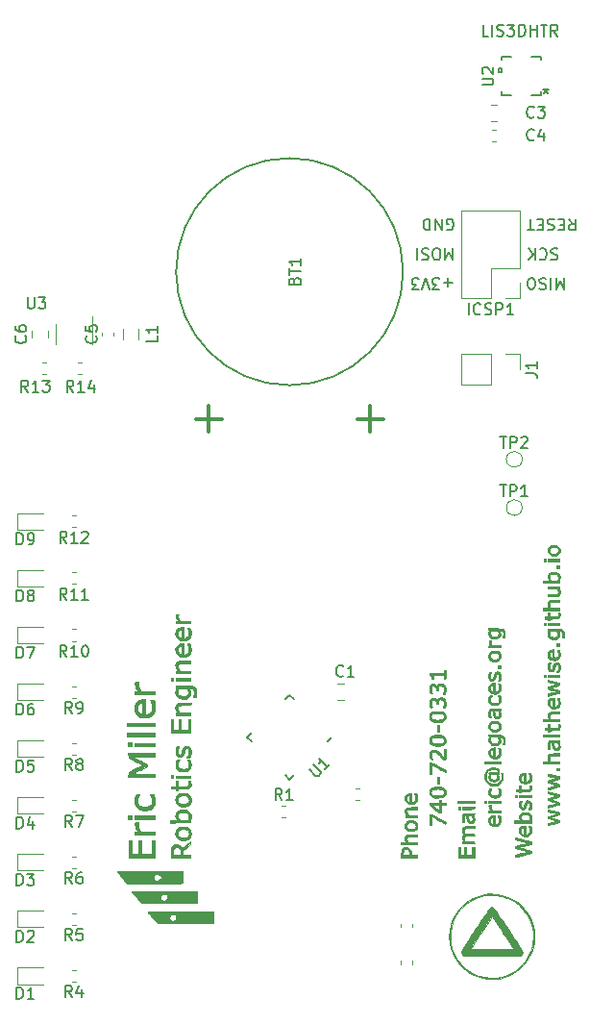
<source format=gbr>
G04 #@! TF.GenerationSoftware,KiCad,Pcbnew,5.1.0-unknown-3692c51~82~ubuntu16.04.1*
G04 #@! TF.CreationDate,2019-03-31T00:09:47-04:00*
G04 #@! TF.ProjectId,BalancingBusinessCardLights,42616c61-6e63-4696-9e67-427573696e65,rev?*
G04 #@! TF.SameCoordinates,Original*
G04 #@! TF.FileFunction,Legend,Top*
G04 #@! TF.FilePolarity,Positive*
%FSLAX46Y46*%
G04 Gerber Fmt 4.6, Leading zero omitted, Abs format (unit mm)*
G04 Created by KiCad (PCBNEW 5.1.0-unknown-3692c51~82~ubuntu16.04.1) date 2019-03-31 00:09:47*
%MOMM*%
%LPD*%
G04 APERTURE LIST*
%ADD10C,0.300000*%
%ADD11C,0.150000*%
%ADD12C,0.010000*%
%ADD13C,0.120000*%
%ADD14C,0.152400*%
G04 APERTURE END LIST*
D10*
X204240658Y-88459503D02*
X201954943Y-88459503D01*
X203097801Y-87316646D02*
X203097801Y-89602360D01*
X218440658Y-88459503D02*
X216154943Y-88459503D01*
X217297801Y-87316646D02*
X217297801Y-89602360D01*
D11*
X224557205Y-76402360D02*
X223795301Y-76402360D01*
X224176253Y-76021408D02*
X224176253Y-76783312D01*
X223414348Y-77021408D02*
X222795301Y-77021408D01*
X223128634Y-76640455D01*
X222985777Y-76640455D01*
X222890539Y-76592836D01*
X222842920Y-76545217D01*
X222795301Y-76449979D01*
X222795301Y-76211884D01*
X222842920Y-76116646D01*
X222890539Y-76069027D01*
X222985777Y-76021408D01*
X223271491Y-76021408D01*
X223366729Y-76069027D01*
X223414348Y-76116646D01*
X222509586Y-77021408D02*
X222176253Y-76021408D01*
X221842920Y-77021408D01*
X221604824Y-77021408D02*
X220985777Y-77021408D01*
X221319110Y-76640455D01*
X221176253Y-76640455D01*
X221081015Y-76592836D01*
X221033396Y-76545217D01*
X220985777Y-76449979D01*
X220985777Y-76211884D01*
X221033396Y-76116646D01*
X221081015Y-76069027D01*
X221176253Y-76021408D01*
X221461967Y-76021408D01*
X221557205Y-76069027D01*
X221604824Y-76116646D01*
X224576253Y-73421408D02*
X224576253Y-74421408D01*
X224242920Y-73707122D01*
X223909586Y-74421408D01*
X223909586Y-73421408D01*
X223242920Y-74421408D02*
X223052443Y-74421408D01*
X222957205Y-74373789D01*
X222861967Y-74278550D01*
X222814348Y-74088074D01*
X222814348Y-73754741D01*
X222861967Y-73564265D01*
X222957205Y-73469027D01*
X223052443Y-73421408D01*
X223242920Y-73421408D01*
X223338158Y-73469027D01*
X223433396Y-73564265D01*
X223481015Y-73754741D01*
X223481015Y-74088074D01*
X223433396Y-74278550D01*
X223338158Y-74373789D01*
X223242920Y-74421408D01*
X222433396Y-73469027D02*
X222290539Y-73421408D01*
X222052443Y-73421408D01*
X221957205Y-73469027D01*
X221909586Y-73516646D01*
X221861967Y-73611884D01*
X221861967Y-73707122D01*
X221909586Y-73802360D01*
X221957205Y-73849979D01*
X222052443Y-73897598D01*
X222242920Y-73945217D01*
X222338158Y-73992836D01*
X222385777Y-74040455D01*
X222433396Y-74135693D01*
X222433396Y-74230931D01*
X222385777Y-74326169D01*
X222338158Y-74373789D01*
X222242920Y-74421408D01*
X222004824Y-74421408D01*
X221861967Y-74373789D01*
X221433396Y-73421408D02*
X221433396Y-74421408D01*
X224081015Y-71773789D02*
X224176253Y-71821408D01*
X224319110Y-71821408D01*
X224461967Y-71773789D01*
X224557205Y-71678550D01*
X224604824Y-71583312D01*
X224652443Y-71392836D01*
X224652443Y-71249979D01*
X224604824Y-71059503D01*
X224557205Y-70964265D01*
X224461967Y-70869027D01*
X224319110Y-70821408D01*
X224223872Y-70821408D01*
X224081015Y-70869027D01*
X224033396Y-70916646D01*
X224033396Y-71249979D01*
X224223872Y-71249979D01*
X223604824Y-70821408D02*
X223604824Y-71821408D01*
X223033396Y-70821408D01*
X223033396Y-71821408D01*
X222557205Y-70821408D02*
X222557205Y-71821408D01*
X222319110Y-71821408D01*
X222176253Y-71773789D01*
X222081015Y-71678550D01*
X222033396Y-71583312D01*
X221985777Y-71392836D01*
X221985777Y-71249979D01*
X222033396Y-71059503D01*
X222081015Y-70964265D01*
X222176253Y-70869027D01*
X222319110Y-70821408D01*
X222557205Y-70821408D01*
X234790777Y-70821408D02*
X235124110Y-71297598D01*
X235362205Y-70821408D02*
X235362205Y-71821408D01*
X234981253Y-71821408D01*
X234886015Y-71773789D01*
X234838396Y-71726169D01*
X234790777Y-71630931D01*
X234790777Y-71488074D01*
X234838396Y-71392836D01*
X234886015Y-71345217D01*
X234981253Y-71297598D01*
X235362205Y-71297598D01*
X234362205Y-71345217D02*
X234028872Y-71345217D01*
X233886015Y-70821408D02*
X234362205Y-70821408D01*
X234362205Y-71821408D01*
X233886015Y-71821408D01*
X233505062Y-70869027D02*
X233362205Y-70821408D01*
X233124110Y-70821408D01*
X233028872Y-70869027D01*
X232981253Y-70916646D01*
X232933634Y-71011884D01*
X232933634Y-71107122D01*
X232981253Y-71202360D01*
X233028872Y-71249979D01*
X233124110Y-71297598D01*
X233314586Y-71345217D01*
X233409824Y-71392836D01*
X233457443Y-71440455D01*
X233505062Y-71535693D01*
X233505062Y-71630931D01*
X233457443Y-71726169D01*
X233409824Y-71773789D01*
X233314586Y-71821408D01*
X233076491Y-71821408D01*
X232933634Y-71773789D01*
X232505062Y-71345217D02*
X232171729Y-71345217D01*
X232028872Y-70821408D02*
X232505062Y-70821408D01*
X232505062Y-71821408D01*
X232028872Y-71821408D01*
X231743158Y-71821408D02*
X231171729Y-71821408D01*
X231457443Y-70821408D02*
X231457443Y-71821408D01*
X233809824Y-73469027D02*
X233666967Y-73421408D01*
X233428872Y-73421408D01*
X233333634Y-73469027D01*
X233286015Y-73516646D01*
X233238396Y-73611884D01*
X233238396Y-73707122D01*
X233286015Y-73802360D01*
X233333634Y-73849979D01*
X233428872Y-73897598D01*
X233619348Y-73945217D01*
X233714586Y-73992836D01*
X233762205Y-74040455D01*
X233809824Y-74135693D01*
X233809824Y-74230931D01*
X233762205Y-74326169D01*
X233714586Y-74373789D01*
X233619348Y-74421408D01*
X233381253Y-74421408D01*
X233238396Y-74373789D01*
X232238396Y-73516646D02*
X232286015Y-73469027D01*
X232428872Y-73421408D01*
X232524110Y-73421408D01*
X232666967Y-73469027D01*
X232762205Y-73564265D01*
X232809824Y-73659503D01*
X232857443Y-73849979D01*
X232857443Y-73992836D01*
X232809824Y-74183312D01*
X232762205Y-74278550D01*
X232666967Y-74373789D01*
X232524110Y-74421408D01*
X232428872Y-74421408D01*
X232286015Y-74373789D01*
X232238396Y-74326169D01*
X231809824Y-73421408D02*
X231809824Y-74421408D01*
X231238396Y-73421408D02*
X231666967Y-73992836D01*
X231238396Y-74421408D02*
X231809824Y-73849979D01*
X234362205Y-76021408D02*
X234362205Y-77021408D01*
X234028872Y-76307122D01*
X233695539Y-77021408D01*
X233695539Y-76021408D01*
X233219348Y-76021408D02*
X233219348Y-77021408D01*
X232790777Y-76069027D02*
X232647920Y-76021408D01*
X232409824Y-76021408D01*
X232314586Y-76069027D01*
X232266967Y-76116646D01*
X232219348Y-76211884D01*
X232219348Y-76307122D01*
X232266967Y-76402360D01*
X232314586Y-76449979D01*
X232409824Y-76497598D01*
X232600301Y-76545217D01*
X232695539Y-76592836D01*
X232743158Y-76640455D01*
X232790777Y-76735693D01*
X232790777Y-76830931D01*
X232743158Y-76926169D01*
X232695539Y-76973789D01*
X232600301Y-77021408D01*
X232362205Y-77021408D01*
X232219348Y-76973789D01*
X231600301Y-77021408D02*
X231409824Y-77021408D01*
X231314586Y-76973789D01*
X231219348Y-76878550D01*
X231171729Y-76688074D01*
X231171729Y-76354741D01*
X231219348Y-76164265D01*
X231314586Y-76069027D01*
X231409824Y-76021408D01*
X231600301Y-76021408D01*
X231695539Y-76069027D01*
X231790777Y-76164265D01*
X231838396Y-76354741D01*
X231838396Y-76688074D01*
X231790777Y-76878550D01*
X231695539Y-76973789D01*
X231600301Y-77021408D01*
X220197801Y-75473789D02*
G75*
G03X220197801Y-75473789I-10000000J0D01*
G01*
D12*
G36*
X225339644Y-135306664D02*
G01*
X225411108Y-135183377D01*
X225518849Y-135007248D01*
X225657594Y-134786261D01*
X225822067Y-134528403D01*
X226006994Y-134241659D01*
X226207098Y-133934015D01*
X226417106Y-133613457D01*
X226631741Y-133287969D01*
X226845730Y-132965539D01*
X227053796Y-132654150D01*
X227250665Y-132361790D01*
X227431061Y-132096444D01*
X227589710Y-131866097D01*
X227721337Y-131678735D01*
X227820666Y-131542343D01*
X227882423Y-131464908D01*
X227898325Y-131450403D01*
X227947492Y-131429762D01*
X227993451Y-131418792D01*
X228040366Y-131422618D01*
X228092403Y-131446371D01*
X228153725Y-131495177D01*
X228228500Y-131574166D01*
X228320891Y-131688464D01*
X228435064Y-131843200D01*
X228575184Y-132043503D01*
X228745416Y-132294499D01*
X228949926Y-132601318D01*
X229192877Y-132969087D01*
X229453852Y-133365564D01*
X229692075Y-133728770D01*
X229916380Y-134072833D01*
X230122385Y-134390888D01*
X230305706Y-134676070D01*
X230461963Y-134921514D01*
X230586771Y-135120355D01*
X230675748Y-135265727D01*
X230724512Y-135350765D01*
X230732414Y-135368388D01*
X230720247Y-135488189D01*
X230666320Y-135578749D01*
X230576188Y-135693333D01*
X228025696Y-135693333D01*
X228025696Y-135143000D01*
X228491188Y-135142547D01*
X228878061Y-135141072D01*
X229192358Y-135138404D01*
X229440123Y-135134373D01*
X229627398Y-135128807D01*
X229760226Y-135121535D01*
X229844651Y-135112386D01*
X229886717Y-135101188D01*
X229893740Y-135090083D01*
X229866647Y-135044152D01*
X229797933Y-134935467D01*
X229692700Y-134771883D01*
X229556049Y-134561254D01*
X229393080Y-134311436D01*
X229208895Y-134030283D01*
X229008596Y-133725650D01*
X228943012Y-133626132D01*
X228012601Y-132215098D01*
X227074967Y-133650738D01*
X226871404Y-133963097D01*
X226683052Y-134253419D01*
X226514805Y-134514065D01*
X226371554Y-134737398D01*
X226258192Y-134915779D01*
X226179609Y-135041571D01*
X226140699Y-135107134D01*
X226137333Y-135114690D01*
X226178252Y-135120547D01*
X226295351Y-135125995D01*
X226480145Y-135130906D01*
X226724147Y-135135154D01*
X227018872Y-135138611D01*
X227355834Y-135141150D01*
X227726546Y-135142643D01*
X228025696Y-135143000D01*
X228025696Y-135693333D01*
X225466145Y-135693333D01*
X225376013Y-135578749D01*
X225310385Y-135451150D01*
X225309735Y-135369123D01*
X225339644Y-135306664D01*
X225339644Y-135306664D01*
G37*
X225339644Y-135306664D02*
X225411108Y-135183377D01*
X225518849Y-135007248D01*
X225657594Y-134786261D01*
X225822067Y-134528403D01*
X226006994Y-134241659D01*
X226207098Y-133934015D01*
X226417106Y-133613457D01*
X226631741Y-133287969D01*
X226845730Y-132965539D01*
X227053796Y-132654150D01*
X227250665Y-132361790D01*
X227431061Y-132096444D01*
X227589710Y-131866097D01*
X227721337Y-131678735D01*
X227820666Y-131542343D01*
X227882423Y-131464908D01*
X227898325Y-131450403D01*
X227947492Y-131429762D01*
X227993451Y-131418792D01*
X228040366Y-131422618D01*
X228092403Y-131446371D01*
X228153725Y-131495177D01*
X228228500Y-131574166D01*
X228320891Y-131688464D01*
X228435064Y-131843200D01*
X228575184Y-132043503D01*
X228745416Y-132294499D01*
X228949926Y-132601318D01*
X229192877Y-132969087D01*
X229453852Y-133365564D01*
X229692075Y-133728770D01*
X229916380Y-134072833D01*
X230122385Y-134390888D01*
X230305706Y-134676070D01*
X230461963Y-134921514D01*
X230586771Y-135120355D01*
X230675748Y-135265727D01*
X230724512Y-135350765D01*
X230732414Y-135368388D01*
X230720247Y-135488189D01*
X230666320Y-135578749D01*
X230576188Y-135693333D01*
X228025696Y-135693333D01*
X228025696Y-135143000D01*
X228491188Y-135142547D01*
X228878061Y-135141072D01*
X229192358Y-135138404D01*
X229440123Y-135134373D01*
X229627398Y-135128807D01*
X229760226Y-135121535D01*
X229844651Y-135112386D01*
X229886717Y-135101188D01*
X229893740Y-135090083D01*
X229866647Y-135044152D01*
X229797933Y-134935467D01*
X229692700Y-134771883D01*
X229556049Y-134561254D01*
X229393080Y-134311436D01*
X229208895Y-134030283D01*
X229008596Y-133725650D01*
X228943012Y-133626132D01*
X228012601Y-132215098D01*
X227074967Y-133650738D01*
X226871404Y-133963097D01*
X226683052Y-134253419D01*
X226514805Y-134514065D01*
X226371554Y-134737398D01*
X226258192Y-134915779D01*
X226179609Y-135041571D01*
X226140699Y-135107134D01*
X226137333Y-135114690D01*
X226178252Y-135120547D01*
X226295351Y-135125995D01*
X226480145Y-135130906D01*
X226724147Y-135135154D01*
X227018872Y-135138611D01*
X227355834Y-135141150D01*
X227726546Y-135142643D01*
X228025696Y-135143000D01*
X228025696Y-135693333D01*
X225466145Y-135693333D01*
X225376013Y-135578749D01*
X225310385Y-135451150D01*
X225309735Y-135369123D01*
X225339644Y-135306664D01*
G36*
X224268958Y-133591538D02*
G01*
X224377811Y-133032499D01*
X224559332Y-132509543D01*
X224808091Y-132027802D01*
X225118655Y-131592407D01*
X225485594Y-131208487D01*
X225903478Y-130881175D01*
X226366875Y-130615601D01*
X226870355Y-130416895D01*
X227408486Y-130290188D01*
X227809500Y-130246696D01*
X228367965Y-130255978D01*
X228909638Y-130346978D01*
X229428212Y-130517398D01*
X229917381Y-130764939D01*
X230370836Y-131087304D01*
X230549708Y-131245008D01*
X230942430Y-131661612D01*
X231254780Y-132101469D01*
X231489081Y-132569679D01*
X231647658Y-133071338D01*
X231732835Y-133611543D01*
X231747969Y-133873000D01*
X231751021Y-134098593D01*
X231747716Y-134314048D01*
X231738809Y-134493959D01*
X231726166Y-134607071D01*
X231586217Y-135161077D01*
X231374627Y-135671609D01*
X231089103Y-136142853D01*
X230727351Y-136578997D01*
X230549708Y-136754993D01*
X230121374Y-137102187D01*
X229661768Y-137375182D01*
X229178417Y-137575034D01*
X228678844Y-137702798D01*
X228170575Y-137759531D01*
X227839728Y-137750930D01*
X227839728Y-137647537D01*
X228372739Y-137632599D01*
X228387728Y-137631306D01*
X228901552Y-137544874D01*
X229393867Y-137381692D01*
X229857071Y-137148527D01*
X230283561Y-136852144D01*
X230665736Y-136499311D01*
X230995992Y-136096793D01*
X231266729Y-135651358D01*
X231470344Y-135169771D01*
X231572863Y-134796313D01*
X231630261Y-134503210D01*
X231663269Y-134260258D01*
X231673517Y-134037040D01*
X231662636Y-133803138D01*
X231638285Y-133575556D01*
X231529342Y-133033888D01*
X231344256Y-132521742D01*
X231088435Y-132046126D01*
X230767286Y-131614050D01*
X230386219Y-131232523D01*
X229950640Y-130908555D01*
X229465958Y-130649153D01*
X229339218Y-130595799D01*
X228871283Y-130450744D01*
X228368747Y-130370234D01*
X227852242Y-130354647D01*
X227342400Y-130404357D01*
X226859854Y-130519741D01*
X226773272Y-130549009D01*
X226440860Y-130693203D01*
X226095589Y-130888662D01*
X225762252Y-131118477D01*
X225465640Y-131365739D01*
X225253899Y-131585270D01*
X224914672Y-132047161D01*
X224656561Y-132532728D01*
X224478872Y-133043851D01*
X224380908Y-133582405D01*
X224359333Y-134000000D01*
X224399770Y-134559104D01*
X224518650Y-135091625D01*
X224712324Y-135591709D01*
X224977146Y-136053502D01*
X225309467Y-136471150D01*
X225705641Y-136838797D01*
X226162018Y-137150590D01*
X226402494Y-137279233D01*
X226871580Y-137473864D01*
X227345000Y-137595629D01*
X227839728Y-137647537D01*
X227839728Y-137750930D01*
X227661135Y-137746287D01*
X227158048Y-137664123D01*
X226668839Y-137514094D01*
X226201033Y-137297257D01*
X225762156Y-137014667D01*
X225359731Y-136667380D01*
X225001285Y-136256451D01*
X224789978Y-135946868D01*
X224558302Y-135496574D01*
X224387439Y-135005874D01*
X224281761Y-134494523D01*
X224245638Y-133982276D01*
X224268958Y-133591538D01*
X224268958Y-133591538D01*
G37*
X224268958Y-133591538D02*
X224377811Y-133032499D01*
X224559332Y-132509543D01*
X224808091Y-132027802D01*
X225118655Y-131592407D01*
X225485594Y-131208487D01*
X225903478Y-130881175D01*
X226366875Y-130615601D01*
X226870355Y-130416895D01*
X227408486Y-130290188D01*
X227809500Y-130246696D01*
X228367965Y-130255978D01*
X228909638Y-130346978D01*
X229428212Y-130517398D01*
X229917381Y-130764939D01*
X230370836Y-131087304D01*
X230549708Y-131245008D01*
X230942430Y-131661612D01*
X231254780Y-132101469D01*
X231489081Y-132569679D01*
X231647658Y-133071338D01*
X231732835Y-133611543D01*
X231747969Y-133873000D01*
X231751021Y-134098593D01*
X231747716Y-134314048D01*
X231738809Y-134493959D01*
X231726166Y-134607071D01*
X231586217Y-135161077D01*
X231374627Y-135671609D01*
X231089103Y-136142853D01*
X230727351Y-136578997D01*
X230549708Y-136754993D01*
X230121374Y-137102187D01*
X229661768Y-137375182D01*
X229178417Y-137575034D01*
X228678844Y-137702798D01*
X228170575Y-137759531D01*
X227839728Y-137750930D01*
X227839728Y-137647537D01*
X228372739Y-137632599D01*
X228387728Y-137631306D01*
X228901552Y-137544874D01*
X229393867Y-137381692D01*
X229857071Y-137148527D01*
X230283561Y-136852144D01*
X230665736Y-136499311D01*
X230995992Y-136096793D01*
X231266729Y-135651358D01*
X231470344Y-135169771D01*
X231572863Y-134796313D01*
X231630261Y-134503210D01*
X231663269Y-134260258D01*
X231673517Y-134037040D01*
X231662636Y-133803138D01*
X231638285Y-133575556D01*
X231529342Y-133033888D01*
X231344256Y-132521742D01*
X231088435Y-132046126D01*
X230767286Y-131614050D01*
X230386219Y-131232523D01*
X229950640Y-130908555D01*
X229465958Y-130649153D01*
X229339218Y-130595799D01*
X228871283Y-130450744D01*
X228368747Y-130370234D01*
X227852242Y-130354647D01*
X227342400Y-130404357D01*
X226859854Y-130519741D01*
X226773272Y-130549009D01*
X226440860Y-130693203D01*
X226095589Y-130888662D01*
X225762252Y-131118477D01*
X225465640Y-131365739D01*
X225253899Y-131585270D01*
X224914672Y-132047161D01*
X224656561Y-132532728D01*
X224478872Y-133043851D01*
X224380908Y-133582405D01*
X224359333Y-134000000D01*
X224399770Y-134559104D01*
X224518650Y-135091625D01*
X224712324Y-135591709D01*
X224977146Y-136053502D01*
X225309467Y-136471150D01*
X225705641Y-136838797D01*
X226162018Y-137150590D01*
X226402494Y-137279233D01*
X226871580Y-137473864D01*
X227345000Y-137595629D01*
X227839728Y-137647537D01*
X227839728Y-137750930D01*
X227661135Y-137746287D01*
X227158048Y-137664123D01*
X226668839Y-137514094D01*
X226201033Y-137297257D01*
X225762156Y-137014667D01*
X225359731Y-136667380D01*
X225001285Y-136256451D01*
X224789978Y-135946868D01*
X224558302Y-135496574D01*
X224387439Y-135005874D01*
X224281761Y-134494523D01*
X224245638Y-133982276D01*
X224268958Y-133591538D01*
D13*
X214439223Y-113183789D02*
X214956379Y-113183789D01*
X214439223Y-111763789D02*
X214956379Y-111763789D01*
X228456379Y-60763789D02*
X227939223Y-60763789D01*
X228456379Y-62183789D02*
X227939223Y-62183789D01*
X228360580Y-62963789D02*
X228035022Y-62963789D01*
X228360580Y-63983789D02*
X228035022Y-63983789D01*
X186212801Y-138208789D02*
X188497801Y-138208789D01*
X186212801Y-136738789D02*
X186212801Y-138208789D01*
X188497801Y-136738789D02*
X186212801Y-136738789D01*
X186212801Y-133208789D02*
X188497801Y-133208789D01*
X186212801Y-131738789D02*
X186212801Y-133208789D01*
X188497801Y-131738789D02*
X186212801Y-131738789D01*
X186212801Y-128208789D02*
X188497801Y-128208789D01*
X186212801Y-126738789D02*
X186212801Y-128208789D01*
X188497801Y-126738789D02*
X186212801Y-126738789D01*
X186212801Y-123208789D02*
X188497801Y-123208789D01*
X186212801Y-121738789D02*
X186212801Y-123208789D01*
X188497801Y-121738789D02*
X186212801Y-121738789D01*
X186212801Y-118208789D02*
X188497801Y-118208789D01*
X186212801Y-116738789D02*
X186212801Y-118208789D01*
X188497801Y-116738789D02*
X186212801Y-116738789D01*
X186212801Y-113208789D02*
X188497801Y-113208789D01*
X186212801Y-111738789D02*
X186212801Y-113208789D01*
X188497801Y-111738789D02*
X186212801Y-111738789D01*
X186212801Y-108208789D02*
X188497801Y-108208789D01*
X186212801Y-106738789D02*
X186212801Y-108208789D01*
X188497801Y-106738789D02*
X186212801Y-106738789D01*
X186212801Y-103208789D02*
X188497801Y-103208789D01*
X186212801Y-101738789D02*
X186212801Y-103208789D01*
X188497801Y-101738789D02*
X186212801Y-101738789D01*
X186212801Y-98208789D02*
X188497801Y-98208789D01*
X186212801Y-96738789D02*
X186212801Y-98208789D01*
X188497801Y-96738789D02*
X186212801Y-96738789D01*
X230527801Y-77803789D02*
X229197801Y-77803789D01*
X230527801Y-76473789D02*
X230527801Y-77803789D01*
X227927801Y-77803789D02*
X225327801Y-77803789D01*
X227927801Y-75203789D02*
X227927801Y-77803789D01*
X230527801Y-75203789D02*
X227927801Y-75203789D01*
X225327801Y-77803789D02*
X225327801Y-70063789D01*
X230527801Y-75203789D02*
X230527801Y-70063789D01*
X230527801Y-70063789D02*
X225327801Y-70063789D01*
D14*
X228844800Y-57909289D02*
X228590800Y-57909289D01*
X228844800Y-57528289D02*
X228844800Y-57909289D01*
X228590800Y-57528289D02*
X228844800Y-57528289D01*
X228590800Y-57909289D02*
X228590800Y-57528289D01*
X231531052Y-59920588D02*
X232324600Y-59920588D01*
X228921000Y-59627041D02*
X228921000Y-59920588D01*
X229714548Y-56516988D02*
X228921000Y-56516988D01*
X232324600Y-56810535D02*
X232324600Y-56516988D01*
X232324600Y-59920588D02*
X232324600Y-59627041D01*
X228921000Y-59920588D02*
X229714548Y-59920588D01*
X228921000Y-56516988D02*
X228921000Y-56810535D01*
X232324600Y-56516988D02*
X231531052Y-56516988D01*
D13*
X196877801Y-80473789D02*
X196877801Y-81473789D01*
X195517801Y-81473789D02*
X195517801Y-80473789D01*
D11*
X210197801Y-120186100D02*
X210569032Y-119814869D01*
X206485490Y-116473789D02*
X206856721Y-116102558D01*
X210197801Y-112761478D02*
X209826570Y-113132709D01*
X213910112Y-116473789D02*
X213538881Y-116845020D01*
X206485490Y-116473789D02*
X206856721Y-116845020D01*
X210197801Y-112761478D02*
X210569032Y-113132709D01*
X210197801Y-120186100D02*
X209826570Y-119814869D01*
D13*
X192807801Y-81873789D02*
X192807801Y-79423789D01*
X189587801Y-80073789D02*
X189587801Y-81873789D01*
X187487801Y-81232367D02*
X187487801Y-80715211D01*
X188907801Y-81232367D02*
X188907801Y-80715211D01*
X225327801Y-82743789D02*
X225327801Y-85403789D01*
X227927801Y-82743789D02*
X225327801Y-82743789D01*
X227927801Y-85403789D02*
X225327801Y-85403789D01*
X227927801Y-82743789D02*
X227927801Y-85403789D01*
X229197801Y-82743789D02*
X230527801Y-82743789D01*
X230527801Y-82743789D02*
X230527801Y-84073789D01*
X219990000Y-133200279D02*
X219990000Y-132874721D01*
X221010000Y-133200279D02*
X221010000Y-132874721D01*
X209535022Y-122463789D02*
X209860580Y-122463789D01*
X209535022Y-123483789D02*
X209860580Y-123483789D01*
X216360580Y-120963789D02*
X216035022Y-120963789D01*
X216360580Y-121983789D02*
X216035022Y-121983789D01*
X191360580Y-136963789D02*
X191035022Y-136963789D01*
X191360580Y-137983789D02*
X191035022Y-137983789D01*
X191360580Y-132983789D02*
X191035022Y-132983789D01*
X191360580Y-131963789D02*
X191035022Y-131963789D01*
X191360580Y-126963789D02*
X191035022Y-126963789D01*
X191360580Y-127983789D02*
X191035022Y-127983789D01*
X191360580Y-122983789D02*
X191035022Y-122983789D01*
X191360580Y-121963789D02*
X191035022Y-121963789D01*
X191360580Y-116963789D02*
X191035022Y-116963789D01*
X191360580Y-117983789D02*
X191035022Y-117983789D01*
X191360580Y-112983789D02*
X191035022Y-112983789D01*
X191360580Y-111963789D02*
X191035022Y-111963789D01*
X191360580Y-106963789D02*
X191035022Y-106963789D01*
X191360580Y-107983789D02*
X191035022Y-107983789D01*
X191360580Y-102983789D02*
X191035022Y-102983789D01*
X191360580Y-101963789D02*
X191035022Y-101963789D01*
X191360580Y-97983789D02*
X191035022Y-97983789D01*
X191360580Y-96963789D02*
X191035022Y-96963789D01*
X188437221Y-84483789D02*
X188762779Y-84483789D01*
X188437221Y-83463789D02*
X188762779Y-83463789D01*
X191535022Y-84483789D02*
X191860580Y-84483789D01*
X191535022Y-83463789D02*
X191860580Y-83463789D01*
D12*
G36*
X195974050Y-117113043D02*
G01*
X195979881Y-116947391D01*
X196125455Y-116941492D01*
X196271028Y-116935592D01*
X196271028Y-117278695D01*
X195968218Y-117278695D01*
X195974050Y-117113043D01*
X195974050Y-117113043D01*
G37*
X195974050Y-117113043D02*
X195979881Y-116947391D01*
X196125455Y-116941492D01*
X196271028Y-116935592D01*
X196271028Y-117278695D01*
X195968218Y-117278695D01*
X195974050Y-117113043D01*
G36*
X196271028Y-123342569D02*
G01*
X196271028Y-123683913D01*
X195969842Y-123683913D01*
X195969842Y-123342569D01*
X196271028Y-123342569D01*
X196271028Y-123342569D01*
G37*
X196271028Y-123342569D02*
X196271028Y-123683913D01*
X195969842Y-123683913D01*
X195969842Y-123342569D01*
X196271028Y-123342569D01*
G36*
X195015444Y-128311711D02*
G01*
X195019913Y-128304673D01*
X195028117Y-128296780D01*
X195044221Y-128290195D01*
X195071725Y-128284771D01*
X195114130Y-128280363D01*
X195174935Y-128276825D01*
X195257641Y-128274008D01*
X195365748Y-128271769D01*
X195502757Y-128269959D01*
X195672168Y-128268432D01*
X195877481Y-128267043D01*
X195926848Y-128266747D01*
X196813162Y-128261519D01*
X196813162Y-129326126D01*
X195851279Y-129326126D01*
X195470540Y-128889407D01*
X195346112Y-128746669D01*
X195245625Y-128631124D01*
X195166680Y-128539655D01*
X195106873Y-128469146D01*
X195063803Y-128416479D01*
X195035068Y-128378539D01*
X195018267Y-128352209D01*
X195010997Y-128334372D01*
X195010856Y-128321911D01*
X195015444Y-128311711D01*
X195015444Y-128311711D01*
G37*
X195015444Y-128311711D02*
X195019913Y-128304673D01*
X195028117Y-128296780D01*
X195044221Y-128290195D01*
X195071725Y-128284771D01*
X195114130Y-128280363D01*
X195174935Y-128276825D01*
X195257641Y-128274008D01*
X195365748Y-128271769D01*
X195502757Y-128269959D01*
X195672168Y-128268432D01*
X195877481Y-128267043D01*
X195926848Y-128266747D01*
X196813162Y-128261519D01*
X196813162Y-129326126D01*
X195851279Y-129326126D01*
X195470540Y-128889407D01*
X195346112Y-128746669D01*
X195245625Y-128631124D01*
X195166680Y-128539655D01*
X195106873Y-128469146D01*
X195063803Y-128416479D01*
X195035068Y-128378539D01*
X195018267Y-128352209D01*
X195010997Y-128334372D01*
X195010856Y-128321911D01*
X195015444Y-128311711D01*
G36*
X196328892Y-130053808D02*
G01*
X196332926Y-130045868D01*
X196339407Y-130036988D01*
X196350843Y-130029649D01*
X196370801Y-130023705D01*
X196402845Y-130019010D01*
X196450540Y-130015418D01*
X196517453Y-130012781D01*
X196607148Y-130010954D01*
X196723190Y-130009790D01*
X196869145Y-130009143D01*
X197048578Y-130008867D01*
X197235529Y-130008814D01*
X198118300Y-130008814D01*
X198118300Y-131073004D01*
X197157417Y-131073004D01*
X197110783Y-131015328D01*
X197084949Y-130984682D01*
X197036720Y-130928705D01*
X196970267Y-130852188D01*
X196889756Y-130759919D01*
X196799356Y-130656688D01*
X196721961Y-130568570D01*
X196606156Y-130436762D01*
X196514356Y-130331632D01*
X196444002Y-130249741D01*
X196392534Y-130187648D01*
X196357391Y-130141916D01*
X196336016Y-130109105D01*
X196325847Y-130085776D01*
X196324326Y-130068490D01*
X196328892Y-130053808D01*
X196328892Y-130053808D01*
G37*
X196328892Y-130053808D02*
X196332926Y-130045868D01*
X196339407Y-130036988D01*
X196350843Y-130029649D01*
X196370801Y-130023705D01*
X196402845Y-130019010D01*
X196450540Y-130015418D01*
X196517453Y-130012781D01*
X196607148Y-130010954D01*
X196723190Y-130009790D01*
X196869145Y-130009143D01*
X197048578Y-130008867D01*
X197235529Y-130008814D01*
X198118300Y-130008814D01*
X198118300Y-131073004D01*
X197157417Y-131073004D01*
X197110783Y-131015328D01*
X197084949Y-130984682D01*
X197036720Y-130928705D01*
X196970267Y-130852188D01*
X196889756Y-130759919D01*
X196799356Y-130656688D01*
X196721961Y-130568570D01*
X196606156Y-130436762D01*
X196514356Y-130331632D01*
X196444002Y-130249741D01*
X196392534Y-130187648D01*
X196357391Y-130141916D01*
X196336016Y-130109105D01*
X196325847Y-130085776D01*
X196324326Y-130068490D01*
X196328892Y-130053808D01*
G36*
X196692688Y-112399486D02*
G01*
X196756239Y-112398368D01*
X196799894Y-112395462D01*
X196813162Y-112392105D01*
X196802776Y-112373181D01*
X196775185Y-112329452D01*
X196735739Y-112269338D01*
X196723365Y-112250813D01*
X196637671Y-112099004D01*
X196588194Y-111950710D01*
X196572487Y-111798596D01*
X196572488Y-111798490D01*
X196573950Y-111706992D01*
X196581996Y-111648346D01*
X196602925Y-111615247D01*
X196643036Y-111600389D01*
X196708630Y-111596467D01*
X196746823Y-111596324D01*
X196896669Y-111596324D01*
X196883662Y-111655543D01*
X196877031Y-111705559D01*
X196872170Y-111779645D01*
X196870137Y-111861353D01*
X196884334Y-112018696D01*
X196930469Y-112163344D01*
X197011798Y-112305999D01*
X197076119Y-112399486D01*
X198319091Y-112399486D01*
X198319091Y-112700672D01*
X196572213Y-112700672D01*
X196572213Y-112399486D01*
X196692688Y-112399486D01*
X196692688Y-112399486D01*
G37*
X196692688Y-112399486D02*
X196756239Y-112398368D01*
X196799894Y-112395462D01*
X196813162Y-112392105D01*
X196802776Y-112373181D01*
X196775185Y-112329452D01*
X196735739Y-112269338D01*
X196723365Y-112250813D01*
X196637671Y-112099004D01*
X196588194Y-111950710D01*
X196572487Y-111798596D01*
X196572488Y-111798490D01*
X196573950Y-111706992D01*
X196581996Y-111648346D01*
X196602925Y-111615247D01*
X196643036Y-111600389D01*
X196708630Y-111596467D01*
X196746823Y-111596324D01*
X196896669Y-111596324D01*
X196883662Y-111655543D01*
X196877031Y-111705559D01*
X196872170Y-111779645D01*
X196870137Y-111861353D01*
X196884334Y-112018696D01*
X196930469Y-112163344D01*
X197011798Y-112305999D01*
X197076119Y-112399486D01*
X198319091Y-112399486D01*
X198319091Y-112700672D01*
X196572213Y-112700672D01*
X196572213Y-112399486D01*
X196692688Y-112399486D01*
G36*
X198319091Y-115190474D02*
G01*
X198319091Y-115491660D01*
X195889526Y-115491660D01*
X195889526Y-115190474D01*
X198319091Y-115190474D01*
X198319091Y-115190474D01*
G37*
X198319091Y-115190474D02*
X198319091Y-115491660D01*
X195889526Y-115491660D01*
X195889526Y-115190474D01*
X198319091Y-115190474D01*
G36*
X198319091Y-116073952D02*
G01*
X198319091Y-116375138D01*
X195889526Y-116375138D01*
X195889526Y-116073952D01*
X198319091Y-116073952D01*
X198319091Y-116073952D01*
G37*
X198319091Y-116073952D02*
X198319091Y-116375138D01*
X195889526Y-116375138D01*
X195889526Y-116073952D01*
X198319091Y-116073952D01*
G36*
X198319091Y-116957431D02*
G01*
X198319091Y-117258616D01*
X196572213Y-117258616D01*
X196572213Y-116957431D01*
X198319091Y-116957431D01*
X198319091Y-116957431D01*
G37*
X198319091Y-116957431D02*
X198319091Y-117258616D01*
X196572213Y-117258616D01*
X196572213Y-116957431D01*
X198319091Y-116957431D01*
G36*
X195994261Y-119735257D02*
G01*
X195999960Y-119521304D01*
X196636665Y-119218221D01*
X196784641Y-119147511D01*
X196920459Y-119082088D01*
X197040013Y-119023971D01*
X197139196Y-118975178D01*
X197213901Y-118937729D01*
X197260021Y-118913641D01*
X197273700Y-118905099D01*
X197256203Y-118894674D01*
X197206314Y-118869542D01*
X197128169Y-118831672D01*
X197025907Y-118783034D01*
X196903665Y-118725599D01*
X196765582Y-118661337D01*
X196636995Y-118601965D01*
X195999960Y-118308870D01*
X195988606Y-117860988D01*
X198319091Y-117860988D01*
X198319091Y-118182253D01*
X196321225Y-118184767D01*
X196522016Y-118280365D01*
X196597239Y-118316181D01*
X196700926Y-118365555D01*
X196825285Y-118424775D01*
X196962524Y-118490131D01*
X197104852Y-118557911D01*
X197199684Y-118603074D01*
X197676561Y-118830186D01*
X197676561Y-119017235D01*
X197018972Y-119325881D01*
X196867374Y-119397245D01*
X196727062Y-119463700D01*
X196602247Y-119523219D01*
X196497140Y-119573779D01*
X196415950Y-119613355D01*
X196362888Y-119639920D01*
X196342308Y-119651315D01*
X196357934Y-119654604D01*
X196410000Y-119657680D01*
X196494791Y-119660479D01*
X196608591Y-119662937D01*
X196747682Y-119664991D01*
X196908349Y-119666576D01*
X197086874Y-119667630D01*
X197279542Y-119668088D01*
X197321162Y-119668103D01*
X198319091Y-119668103D01*
X198319091Y-119949209D01*
X195988562Y-119949209D01*
X195994261Y-119735257D01*
X195994261Y-119735257D01*
G37*
X195994261Y-119735257D02*
X195999960Y-119521304D01*
X196636665Y-119218221D01*
X196784641Y-119147511D01*
X196920459Y-119082088D01*
X197040013Y-119023971D01*
X197139196Y-118975178D01*
X197213901Y-118937729D01*
X197260021Y-118913641D01*
X197273700Y-118905099D01*
X197256203Y-118894674D01*
X197206314Y-118869542D01*
X197128169Y-118831672D01*
X197025907Y-118783034D01*
X196903665Y-118725599D01*
X196765582Y-118661337D01*
X196636995Y-118601965D01*
X195999960Y-118308870D01*
X195988606Y-117860988D01*
X198319091Y-117860988D01*
X198319091Y-118182253D01*
X196321225Y-118184767D01*
X196522016Y-118280365D01*
X196597239Y-118316181D01*
X196700926Y-118365555D01*
X196825285Y-118424775D01*
X196962524Y-118490131D01*
X197104852Y-118557911D01*
X197199684Y-118603074D01*
X197676561Y-118830186D01*
X197676561Y-119017235D01*
X197018972Y-119325881D01*
X196867374Y-119397245D01*
X196727062Y-119463700D01*
X196602247Y-119523219D01*
X196497140Y-119573779D01*
X196415950Y-119613355D01*
X196362888Y-119639920D01*
X196342308Y-119651315D01*
X196357934Y-119654604D01*
X196410000Y-119657680D01*
X196494791Y-119660479D01*
X196608591Y-119662937D01*
X196747682Y-119664991D01*
X196908349Y-119666576D01*
X197086874Y-119667630D01*
X197279542Y-119668088D01*
X197321162Y-119668103D01*
X198319091Y-119668103D01*
X198319091Y-119949209D01*
X195988562Y-119949209D01*
X195994261Y-119735257D01*
G36*
X198319091Y-123362648D02*
G01*
X198319091Y-123663834D01*
X196572213Y-123663834D01*
X196572213Y-123362648D01*
X198319091Y-123362648D01*
X198319091Y-123362648D01*
G37*
X198319091Y-123362648D02*
X198319091Y-123663834D01*
X196572213Y-123663834D01*
X196572213Y-123362648D01*
X198319091Y-123362648D01*
G36*
X196692688Y-124748103D02*
G01*
X196756237Y-124746548D01*
X196799892Y-124742506D01*
X196813162Y-124737836D01*
X196802653Y-124717414D01*
X196774963Y-124673190D01*
X196735850Y-124614320D01*
X196731585Y-124608059D01*
X196641265Y-124448530D01*
X196587886Y-124289898D01*
X196572488Y-124151252D01*
X196573865Y-124058643D01*
X196581546Y-123998960D01*
X196601640Y-123964969D01*
X196640259Y-123949440D01*
X196703514Y-123945140D01*
X196746823Y-123944940D01*
X196896669Y-123944940D01*
X196883662Y-124004159D01*
X196873214Y-124085516D01*
X196870695Y-124186200D01*
X196875484Y-124290835D01*
X196886960Y-124384046D01*
X196901390Y-124442484D01*
X196930000Y-124507022D01*
X196971728Y-124584198D01*
X197005182Y-124638255D01*
X197078095Y-124748103D01*
X198319091Y-124748103D01*
X198319091Y-125029209D01*
X196572213Y-125029209D01*
X196572213Y-124748103D01*
X196692688Y-124748103D01*
X196692688Y-124748103D01*
G37*
X196692688Y-124748103D02*
X196756237Y-124746548D01*
X196799892Y-124742506D01*
X196813162Y-124737836D01*
X196802653Y-124717414D01*
X196774963Y-124673190D01*
X196735850Y-124614320D01*
X196731585Y-124608059D01*
X196641265Y-124448530D01*
X196587886Y-124289898D01*
X196572488Y-124151252D01*
X196573865Y-124058643D01*
X196581546Y-123998960D01*
X196601640Y-123964969D01*
X196640259Y-123949440D01*
X196703514Y-123945140D01*
X196746823Y-123944940D01*
X196896669Y-123944940D01*
X196883662Y-124004159D01*
X196873214Y-124085516D01*
X196870695Y-124186200D01*
X196875484Y-124290835D01*
X196886960Y-124384046D01*
X196901390Y-124442484D01*
X196930000Y-124507022D01*
X196971728Y-124584198D01*
X197005182Y-124638255D01*
X197078095Y-124748103D01*
X198319091Y-124748103D01*
X198319091Y-125029209D01*
X196572213Y-125029209D01*
X196572213Y-124748103D01*
X196692688Y-124748103D01*
G36*
X196271028Y-125511106D02*
G01*
X196271028Y-126735929D01*
X196913557Y-126735929D01*
X196913557Y-125511106D01*
X197174585Y-125511106D01*
X197174585Y-126735929D01*
X198037984Y-126735929D01*
X198037984Y-125511106D01*
X198319091Y-125511106D01*
X198319091Y-127057193D01*
X195989921Y-127057193D01*
X195989921Y-125511106D01*
X196271028Y-125511106D01*
X196271028Y-125511106D01*
G37*
X196271028Y-125511106D02*
X196271028Y-126735929D01*
X196913557Y-126735929D01*
X196913557Y-125511106D01*
X197174585Y-125511106D01*
X197174585Y-126735929D01*
X198037984Y-126735929D01*
X198037984Y-125511106D01*
X198319091Y-125511106D01*
X198319091Y-127057193D01*
X195989921Y-127057193D01*
X195989921Y-125511106D01*
X196271028Y-125511106D01*
G36*
X196536868Y-113770732D02*
G01*
X196555881Y-113637190D01*
X196594599Y-113524433D01*
X196654951Y-113424405D01*
X196658390Y-113419832D01*
X196767441Y-113308933D01*
X196904618Y-113225623D01*
X197068224Y-113170600D01*
X197256560Y-113144561D01*
X197334161Y-113142411D01*
X197475771Y-113142411D01*
X197475771Y-114427470D01*
X197555872Y-114427470D01*
X197647524Y-114415155D01*
X197751647Y-114382448D01*
X197850758Y-114335704D01*
X197904151Y-114300849D01*
X197950085Y-114255111D01*
X197999280Y-114190070D01*
X198027609Y-114143758D01*
X198057719Y-114082686D01*
X198076696Y-114024748D01*
X198087780Y-113955892D01*
X198094210Y-113862065D01*
X198094619Y-113853098D01*
X198092523Y-113693606D01*
X198068346Y-113551821D01*
X198018426Y-113412190D01*
X197966122Y-113307250D01*
X197897297Y-113180943D01*
X198061705Y-113186776D01*
X198226112Y-113192608D01*
X198285284Y-113363280D01*
X198313753Y-113452385D01*
X198332392Y-113532328D01*
X198343643Y-113617951D01*
X198349947Y-113724099D01*
X198351319Y-113764861D01*
X198351850Y-113905145D01*
X198344822Y-114020737D01*
X198331915Y-114099220D01*
X198269026Y-114277523D01*
X198178568Y-114426750D01*
X198061052Y-114546534D01*
X197916990Y-114636508D01*
X197746893Y-114696304D01*
X197551271Y-114725556D01*
X197455692Y-114728656D01*
X197254901Y-114714559D01*
X197254901Y-114427470D01*
X197254901Y-113419988D01*
X197169565Y-113434039D01*
X197027667Y-113471817D01*
X196917839Y-113533601D01*
X196839377Y-113620197D01*
X196791572Y-113732409D01*
X196773720Y-113871043D01*
X196773557Y-113885336D01*
X196780331Y-114012746D01*
X196803706Y-114113185D01*
X196847173Y-114197640D01*
X196889795Y-114251331D01*
X196955122Y-114310173D01*
X197035794Y-114363627D01*
X197118822Y-114404549D01*
X197191216Y-114425797D01*
X197209723Y-114427274D01*
X197254901Y-114427470D01*
X197254901Y-114714559D01*
X197250512Y-114714250D01*
X197070528Y-114670261D01*
X196912570Y-114595526D01*
X196773466Y-114488887D01*
X196757002Y-114473014D01*
X196664528Y-114368282D01*
X196600196Y-114260477D01*
X196559797Y-114139337D01*
X196539124Y-113994599D01*
X196535636Y-113933115D01*
X196536868Y-113770732D01*
X196536868Y-113770732D01*
G37*
X196536868Y-113770732D02*
X196555881Y-113637190D01*
X196594599Y-113524433D01*
X196654951Y-113424405D01*
X196658390Y-113419832D01*
X196767441Y-113308933D01*
X196904618Y-113225623D01*
X197068224Y-113170600D01*
X197256560Y-113144561D01*
X197334161Y-113142411D01*
X197475771Y-113142411D01*
X197475771Y-114427470D01*
X197555872Y-114427470D01*
X197647524Y-114415155D01*
X197751647Y-114382448D01*
X197850758Y-114335704D01*
X197904151Y-114300849D01*
X197950085Y-114255111D01*
X197999280Y-114190070D01*
X198027609Y-114143758D01*
X198057719Y-114082686D01*
X198076696Y-114024748D01*
X198087780Y-113955892D01*
X198094210Y-113862065D01*
X198094619Y-113853098D01*
X198092523Y-113693606D01*
X198068346Y-113551821D01*
X198018426Y-113412190D01*
X197966122Y-113307250D01*
X197897297Y-113180943D01*
X198061705Y-113186776D01*
X198226112Y-113192608D01*
X198285284Y-113363280D01*
X198313753Y-113452385D01*
X198332392Y-113532328D01*
X198343643Y-113617951D01*
X198349947Y-113724099D01*
X198351319Y-113764861D01*
X198351850Y-113905145D01*
X198344822Y-114020737D01*
X198331915Y-114099220D01*
X198269026Y-114277523D01*
X198178568Y-114426750D01*
X198061052Y-114546534D01*
X197916990Y-114636508D01*
X197746893Y-114696304D01*
X197551271Y-114725556D01*
X197455692Y-114728656D01*
X197254901Y-114714559D01*
X197254901Y-114427470D01*
X197254901Y-113419988D01*
X197169565Y-113434039D01*
X197027667Y-113471817D01*
X196917839Y-113533601D01*
X196839377Y-113620197D01*
X196791572Y-113732409D01*
X196773720Y-113871043D01*
X196773557Y-113885336D01*
X196780331Y-114012746D01*
X196803706Y-114113185D01*
X196847173Y-114197640D01*
X196889795Y-114251331D01*
X196955122Y-114310173D01*
X197035794Y-114363627D01*
X197118822Y-114404549D01*
X197191216Y-114425797D01*
X197209723Y-114427274D01*
X197254901Y-114427470D01*
X197254901Y-114714559D01*
X197250512Y-114714250D01*
X197070528Y-114670261D01*
X196912570Y-114595526D01*
X196773466Y-114488887D01*
X196757002Y-114473014D01*
X196664528Y-114368282D01*
X196600196Y-114260477D01*
X196559797Y-114139337D01*
X196539124Y-113994599D01*
X196535636Y-113933115D01*
X196536868Y-113770732D01*
G36*
X196553719Y-121843550D02*
G01*
X196603218Y-121655654D01*
X196634949Y-121574255D01*
X196677554Y-121475217D01*
X196835714Y-121475217D01*
X196919169Y-121476956D01*
X196968866Y-121482904D01*
X196991088Y-121494159D01*
X196993874Y-121502877D01*
X196979735Y-121538868D01*
X196966734Y-121553061D01*
X196945723Y-121581324D01*
X196914750Y-121635679D01*
X196879849Y-121705382D01*
X196873129Y-121719782D01*
X196823548Y-121858880D01*
X196797232Y-122004175D01*
X196795784Y-122142603D01*
X196810646Y-122229247D01*
X196848549Y-122314093D01*
X196911644Y-122400931D01*
X196988271Y-122475789D01*
X197051248Y-122517546D01*
X197183811Y-122566150D01*
X197337006Y-122592484D01*
X197498388Y-122596529D01*
X197655512Y-122578262D01*
X197795934Y-122537663D01*
X197837457Y-122518872D01*
X197950606Y-122442359D01*
X198031282Y-122343138D01*
X198080107Y-122220118D01*
X198097706Y-122072206D01*
X198097780Y-122063231D01*
X198087285Y-121919852D01*
X198052092Y-121787366D01*
X197988046Y-121651618D01*
X197965613Y-121613144D01*
X197930785Y-121553635D01*
X197906212Y-121508295D01*
X197897431Y-121487650D01*
X197915912Y-121481838D01*
X197964972Y-121477479D01*
X198035042Y-121475324D01*
X198055731Y-121475217D01*
X198214032Y-121475217D01*
X198257384Y-121582030D01*
X198323843Y-121787431D01*
X198355887Y-121988733D01*
X198353017Y-122180773D01*
X198328224Y-122313504D01*
X198264568Y-122482316D01*
X198172475Y-122623070D01*
X198052679Y-122735306D01*
X197905913Y-122818568D01*
X197732908Y-122872398D01*
X197534398Y-122896339D01*
X197395705Y-122895829D01*
X197240723Y-122882901D01*
X197113032Y-122857892D01*
X197000741Y-122817510D01*
X196891956Y-122758464D01*
X196886048Y-122754742D01*
X196760813Y-122652462D01*
X196662164Y-122523988D01*
X196591116Y-122374090D01*
X196548682Y-122207538D01*
X196535878Y-122029101D01*
X196553719Y-121843550D01*
X196553719Y-121843550D01*
G37*
X196553719Y-121843550D02*
X196603218Y-121655654D01*
X196634949Y-121574255D01*
X196677554Y-121475217D01*
X196835714Y-121475217D01*
X196919169Y-121476956D01*
X196968866Y-121482904D01*
X196991088Y-121494159D01*
X196993874Y-121502877D01*
X196979735Y-121538868D01*
X196966734Y-121553061D01*
X196945723Y-121581324D01*
X196914750Y-121635679D01*
X196879849Y-121705382D01*
X196873129Y-121719782D01*
X196823548Y-121858880D01*
X196797232Y-122004175D01*
X196795784Y-122142603D01*
X196810646Y-122229247D01*
X196848549Y-122314093D01*
X196911644Y-122400931D01*
X196988271Y-122475789D01*
X197051248Y-122517546D01*
X197183811Y-122566150D01*
X197337006Y-122592484D01*
X197498388Y-122596529D01*
X197655512Y-122578262D01*
X197795934Y-122537663D01*
X197837457Y-122518872D01*
X197950606Y-122442359D01*
X198031282Y-122343138D01*
X198080107Y-122220118D01*
X198097706Y-122072206D01*
X198097780Y-122063231D01*
X198087285Y-121919852D01*
X198052092Y-121787366D01*
X197988046Y-121651618D01*
X197965613Y-121613144D01*
X197930785Y-121553635D01*
X197906212Y-121508295D01*
X197897431Y-121487650D01*
X197915912Y-121481838D01*
X197964972Y-121477479D01*
X198035042Y-121475324D01*
X198055731Y-121475217D01*
X198214032Y-121475217D01*
X198257384Y-121582030D01*
X198323843Y-121787431D01*
X198355887Y-121988733D01*
X198353017Y-122180773D01*
X198328224Y-122313504D01*
X198264568Y-122482316D01*
X198172475Y-122623070D01*
X198052679Y-122735306D01*
X197905913Y-122818568D01*
X197732908Y-122872398D01*
X197534398Y-122896339D01*
X197395705Y-122895829D01*
X197240723Y-122882901D01*
X197113032Y-122857892D01*
X197000741Y-122817510D01*
X196891956Y-122758464D01*
X196886048Y-122754742D01*
X196760813Y-122652462D01*
X196662164Y-122523988D01*
X196591116Y-122374090D01*
X196548682Y-122207538D01*
X196535878Y-122029101D01*
X196553719Y-121843550D01*
G36*
X198821067Y-128261936D02*
G01*
X198820924Y-128347272D01*
X198818857Y-128414105D01*
X198813646Y-128499699D01*
X198808091Y-128566966D01*
X198795401Y-128701323D01*
X198752616Y-128637243D01*
X198681580Y-128562669D01*
X198594544Y-128518984D01*
X198499963Y-128505660D01*
X198406289Y-128522169D01*
X198321976Y-128567984D01*
X198255477Y-128642576D01*
X198240891Y-128669185D01*
X198207510Y-128755934D01*
X198202668Y-128830301D01*
X198226563Y-128908359D01*
X198244295Y-128944371D01*
X198308160Y-129027249D01*
X198390867Y-129080189D01*
X198484083Y-129102756D01*
X198579476Y-129094518D01*
X198668713Y-129055040D01*
X198743463Y-128983889D01*
X198752665Y-128970827D01*
X198795498Y-128906674D01*
X198808283Y-129028990D01*
X198815479Y-129113105D01*
X198820116Y-129196619D01*
X198821067Y-129238716D01*
X198821067Y-129326126D01*
X196893478Y-129326126D01*
X196893478Y-128261936D01*
X198821067Y-128261936D01*
X198821067Y-128261936D01*
G37*
X198821067Y-128261936D02*
X198820924Y-128347272D01*
X198818857Y-128414105D01*
X198813646Y-128499699D01*
X198808091Y-128566966D01*
X198795401Y-128701323D01*
X198752616Y-128637243D01*
X198681580Y-128562669D01*
X198594544Y-128518984D01*
X198499963Y-128505660D01*
X198406289Y-128522169D01*
X198321976Y-128567984D01*
X198255477Y-128642576D01*
X198240891Y-128669185D01*
X198207510Y-128755934D01*
X198202668Y-128830301D01*
X198226563Y-128908359D01*
X198244295Y-128944371D01*
X198308160Y-129027249D01*
X198390867Y-129080189D01*
X198484083Y-129102756D01*
X198579476Y-129094518D01*
X198668713Y-129055040D01*
X198743463Y-128983889D01*
X198752665Y-128970827D01*
X198795498Y-128906674D01*
X198808283Y-129028990D01*
X198815479Y-129113105D01*
X198820116Y-129196619D01*
X198821067Y-129238716D01*
X198821067Y-129326126D01*
X196893478Y-129326126D01*
X196893478Y-128261936D01*
X198821067Y-128261936D01*
G36*
X197725033Y-131817844D02*
G01*
X197727430Y-131815187D01*
X197737385Y-131805686D01*
X197750899Y-131797848D01*
X197771637Y-131791511D01*
X197803268Y-131786518D01*
X197849457Y-131782709D01*
X197913871Y-131779923D01*
X198000177Y-131778002D01*
X198112042Y-131776785D01*
X198253132Y-131776114D01*
X198427115Y-131775829D01*
X198633428Y-131775770D01*
X199503755Y-131775770D01*
X199503755Y-132860039D01*
X198543621Y-132860039D01*
X198155269Y-132415766D01*
X198054517Y-132299989D01*
X197960891Y-132191420D01*
X197878115Y-132094453D01*
X197809912Y-132013483D01*
X197760005Y-131952904D01*
X197732115Y-131917109D01*
X197729338Y-131913049D01*
X197705528Y-131871914D01*
X197704208Y-131846087D01*
X197725033Y-131817844D01*
X197725033Y-131817844D01*
G37*
X197725033Y-131817844D02*
X197727430Y-131815187D01*
X197737385Y-131805686D01*
X197750899Y-131797848D01*
X197771637Y-131791511D01*
X197803268Y-131786518D01*
X197849457Y-131782709D01*
X197913871Y-131779923D01*
X198000177Y-131778002D01*
X198112042Y-131776785D01*
X198253132Y-131776114D01*
X198427115Y-131775829D01*
X198633428Y-131775770D01*
X199503755Y-131775770D01*
X199503755Y-132860039D01*
X198543621Y-132860039D01*
X198155269Y-132415766D01*
X198054517Y-132299989D01*
X197960891Y-132191420D01*
X197878115Y-132094453D01*
X197809912Y-132013483D01*
X197760005Y-131952904D01*
X197732115Y-131917109D01*
X197729338Y-131913049D01*
X197705528Y-131871914D01*
X197704208Y-131846087D01*
X197725033Y-131817844D01*
G36*
X199945494Y-111254980D02*
G01*
X199945494Y-111495929D01*
X199724625Y-111495929D01*
X199724625Y-111254980D01*
X199945494Y-111254980D01*
X199945494Y-111254980D01*
G37*
X199945494Y-111254980D02*
X199945494Y-111495929D01*
X199724625Y-111495929D01*
X199724625Y-111254980D01*
X199945494Y-111254980D01*
G36*
X199945494Y-119828735D02*
G01*
X199945494Y-120069684D01*
X199724625Y-120069684D01*
X199724625Y-119828735D01*
X199945494Y-119828735D01*
X199945494Y-119828735D01*
G37*
X199945494Y-119828735D02*
X199945494Y-120069684D01*
X199724625Y-120069684D01*
X199724625Y-119828735D01*
X199945494Y-119828735D01*
G36*
X200106126Y-130008814D02*
G01*
X200106126Y-131073004D01*
X199125601Y-131073004D01*
X199125601Y-130852134D01*
X199224845Y-130834171D01*
X199308625Y-130785360D01*
X199372645Y-130713321D01*
X199412606Y-130625671D01*
X199424210Y-130530031D01*
X199403161Y-130434018D01*
X199383389Y-130395152D01*
X199315083Y-130316880D01*
X199229518Y-130268545D01*
X199135023Y-130249899D01*
X199039928Y-130260695D01*
X198952562Y-130300686D01*
X198881255Y-130369624D01*
X198856237Y-130410795D01*
X198826645Y-130509610D01*
X198831773Y-130608188D01*
X198867093Y-130699106D01*
X198928072Y-130774940D01*
X199010180Y-130828267D01*
X199108887Y-130851664D01*
X199125601Y-130852134D01*
X199125601Y-131073004D01*
X198198617Y-131073004D01*
X198198617Y-130008814D01*
X200106126Y-130008814D01*
X200106126Y-130008814D01*
G37*
X200106126Y-130008814D02*
X200106126Y-131073004D01*
X199125601Y-131073004D01*
X199125601Y-130852134D01*
X199224845Y-130834171D01*
X199308625Y-130785360D01*
X199372645Y-130713321D01*
X199412606Y-130625671D01*
X199424210Y-130530031D01*
X199403161Y-130434018D01*
X199383389Y-130395152D01*
X199315083Y-130316880D01*
X199229518Y-130268545D01*
X199135023Y-130249899D01*
X199039928Y-130260695D01*
X198952562Y-130300686D01*
X198881255Y-130369624D01*
X198856237Y-130410795D01*
X198826645Y-130509610D01*
X198831773Y-130608188D01*
X198867093Y-130699106D01*
X198928072Y-130774940D01*
X199010180Y-130828267D01*
X199108887Y-130851664D01*
X199125601Y-130852134D01*
X199125601Y-131073004D01*
X198198617Y-131073004D01*
X198198617Y-130008814D01*
X200106126Y-130008814D01*
G36*
X199813795Y-128261936D02*
G01*
X200001286Y-128262258D01*
X200176200Y-128263177D01*
X200334496Y-128264629D01*
X200472131Y-128266546D01*
X200585064Y-128268864D01*
X200669252Y-128271516D01*
X200720653Y-128274437D01*
X200735508Y-128276996D01*
X200738634Y-128300461D01*
X200742485Y-128358421D01*
X200746802Y-128445221D01*
X200751322Y-128555211D01*
X200755786Y-128682738D01*
X200758869Y-128783992D01*
X200763028Y-128944030D01*
X200765184Y-129068277D01*
X200765235Y-129161057D01*
X200763080Y-129226691D01*
X200758618Y-129269502D01*
X200751747Y-129293814D01*
X200746737Y-129301027D01*
X200731083Y-129307289D01*
X200696455Y-129312504D01*
X200640032Y-129316749D01*
X200558997Y-129320099D01*
X200450529Y-129322630D01*
X200311810Y-129324417D01*
X200140020Y-129325535D01*
X199932340Y-129326062D01*
X199810964Y-129326126D01*
X198901383Y-129326126D01*
X198901383Y-128261936D01*
X199813795Y-128261936D01*
X199813795Y-128261936D01*
G37*
X199813795Y-128261936D02*
X200001286Y-128262258D01*
X200176200Y-128263177D01*
X200334496Y-128264629D01*
X200472131Y-128266546D01*
X200585064Y-128268864D01*
X200669252Y-128271516D01*
X200720653Y-128274437D01*
X200735508Y-128276996D01*
X200738634Y-128300461D01*
X200742485Y-128358421D01*
X200746802Y-128445221D01*
X200751322Y-128555211D01*
X200755786Y-128682738D01*
X200758869Y-128783992D01*
X200763028Y-128944030D01*
X200765184Y-129068277D01*
X200765235Y-129161057D01*
X200763080Y-129226691D01*
X200758618Y-129269502D01*
X200751747Y-129293814D01*
X200746737Y-129301027D01*
X200731083Y-129307289D01*
X200696455Y-129312504D01*
X200640032Y-129316749D01*
X200558997Y-129320099D01*
X200450529Y-129322630D01*
X200311810Y-129324417D01*
X200140020Y-129325535D01*
X199932340Y-129326062D01*
X199810964Y-129326126D01*
X198901383Y-129326126D01*
X198901383Y-128261936D01*
X199813795Y-128261936D01*
G36*
X200256719Y-106215138D02*
G01*
X200310627Y-106213342D01*
X200342946Y-106208799D01*
X200347075Y-106206105D01*
X200336773Y-106185815D01*
X200310285Y-106143288D01*
X200286530Y-106107361D01*
X200212027Y-105970804D01*
X200172441Y-105835739D01*
X200166364Y-105762477D01*
X200169261Y-105685926D01*
X200182777Y-105641057D01*
X200214145Y-105619538D01*
X200270600Y-105613037D01*
X200296345Y-105612767D01*
X200401950Y-105612767D01*
X200392097Y-105750479D01*
X200390847Y-105865295D01*
X200408574Y-105961898D01*
X200449672Y-106057343D01*
X200487728Y-106121705D01*
X200546981Y-106215138D01*
X201491581Y-106215138D01*
X201491581Y-106312187D01*
X201489020Y-106371669D01*
X201482513Y-106413093D01*
X201478195Y-106422622D01*
X201455575Y-106425864D01*
X201397656Y-106428823D01*
X201309296Y-106431400D01*
X201195353Y-106433499D01*
X201060685Y-106435020D01*
X200910151Y-106435865D01*
X200815586Y-106436008D01*
X200166364Y-106436008D01*
X200166364Y-106215138D01*
X200256719Y-106215138D01*
X200256719Y-106215138D01*
G37*
X200256719Y-106215138D02*
X200310627Y-106213342D01*
X200342946Y-106208799D01*
X200347075Y-106206105D01*
X200336773Y-106185815D01*
X200310285Y-106143288D01*
X200286530Y-106107361D01*
X200212027Y-105970804D01*
X200172441Y-105835739D01*
X200166364Y-105762477D01*
X200169261Y-105685926D01*
X200182777Y-105641057D01*
X200214145Y-105619538D01*
X200270600Y-105613037D01*
X200296345Y-105612767D01*
X200401950Y-105612767D01*
X200392097Y-105750479D01*
X200390847Y-105865295D01*
X200408574Y-105961898D01*
X200449672Y-106057343D01*
X200487728Y-106121705D01*
X200546981Y-106215138D01*
X201491581Y-106215138D01*
X201491581Y-106312187D01*
X201489020Y-106371669D01*
X201482513Y-106413093D01*
X201478195Y-106422622D01*
X201455575Y-106425864D01*
X201397656Y-106428823D01*
X201309296Y-106431400D01*
X201195353Y-106433499D01*
X201060685Y-106435020D01*
X200910151Y-106435865D01*
X200815586Y-106436008D01*
X200166364Y-106436008D01*
X200166364Y-106215138D01*
X200256719Y-106215138D01*
G36*
X200160119Y-109992361D02*
G01*
X200214992Y-109894003D01*
X200249792Y-109856815D01*
X200288405Y-109822989D01*
X200324862Y-109796313D01*
X200364448Y-109775866D01*
X200412451Y-109760729D01*
X200474156Y-109749984D01*
X200554852Y-109742710D01*
X200659823Y-109737988D01*
X200794357Y-109734899D01*
X200963740Y-109732523D01*
X200964506Y-109732514D01*
X201491581Y-109726016D01*
X201491581Y-109946705D01*
X201004664Y-109953293D01*
X200835476Y-109956138D01*
X200701727Y-109960200D01*
X200598700Y-109966422D01*
X200521676Y-109975745D01*
X200465938Y-109989112D01*
X200426767Y-110007463D01*
X200399447Y-110031742D01*
X200379259Y-110062890D01*
X200371063Y-110079794D01*
X200348990Y-110170292D01*
X200352913Y-110278128D01*
X200381854Y-110390895D01*
X200398841Y-110431674D01*
X200423864Y-110486381D01*
X200445267Y-110528811D01*
X200468237Y-110560516D01*
X200497964Y-110583050D01*
X200539636Y-110597966D01*
X200598441Y-110606816D01*
X200679567Y-110611155D01*
X200788203Y-110612534D01*
X200929536Y-110612507D01*
X201002756Y-110612450D01*
X201491581Y-110612450D01*
X201491581Y-110709499D01*
X201489020Y-110768981D01*
X201482513Y-110810405D01*
X201478195Y-110819934D01*
X201455575Y-110823176D01*
X201397656Y-110826135D01*
X201309296Y-110828713D01*
X201195353Y-110830811D01*
X201060685Y-110832332D01*
X200910151Y-110833178D01*
X200815586Y-110833320D01*
X200166364Y-110833320D01*
X200166364Y-110614874D01*
X200235583Y-110608643D01*
X200304802Y-110602411D01*
X200236440Y-110494265D01*
X200172703Y-110366105D01*
X200138832Y-110235205D01*
X200134684Y-110108359D01*
X200160119Y-109992361D01*
X200160119Y-109992361D01*
G37*
X200160119Y-109992361D02*
X200214992Y-109894003D01*
X200249792Y-109856815D01*
X200288405Y-109822989D01*
X200324862Y-109796313D01*
X200364448Y-109775866D01*
X200412451Y-109760729D01*
X200474156Y-109749984D01*
X200554852Y-109742710D01*
X200659823Y-109737988D01*
X200794357Y-109734899D01*
X200963740Y-109732523D01*
X200964506Y-109732514D01*
X201491581Y-109726016D01*
X201491581Y-109946705D01*
X201004664Y-109953293D01*
X200835476Y-109956138D01*
X200701727Y-109960200D01*
X200598700Y-109966422D01*
X200521676Y-109975745D01*
X200465938Y-109989112D01*
X200426767Y-110007463D01*
X200399447Y-110031742D01*
X200379259Y-110062890D01*
X200371063Y-110079794D01*
X200348990Y-110170292D01*
X200352913Y-110278128D01*
X200381854Y-110390895D01*
X200398841Y-110431674D01*
X200423864Y-110486381D01*
X200445267Y-110528811D01*
X200468237Y-110560516D01*
X200497964Y-110583050D01*
X200539636Y-110597966D01*
X200598441Y-110606816D01*
X200679567Y-110611155D01*
X200788203Y-110612534D01*
X200929536Y-110612507D01*
X201002756Y-110612450D01*
X201491581Y-110612450D01*
X201491581Y-110709499D01*
X201489020Y-110768981D01*
X201482513Y-110810405D01*
X201478195Y-110819934D01*
X201455575Y-110823176D01*
X201397656Y-110826135D01*
X201309296Y-110828713D01*
X201195353Y-110830811D01*
X201060685Y-110832332D01*
X200910151Y-110833178D01*
X200815586Y-110833320D01*
X200166364Y-110833320D01*
X200166364Y-110614874D01*
X200235583Y-110608643D01*
X200304802Y-110602411D01*
X200236440Y-110494265D01*
X200172703Y-110366105D01*
X200138832Y-110235205D01*
X200134684Y-110108359D01*
X200160119Y-109992361D01*
G36*
X201491581Y-111275059D02*
G01*
X201491581Y-111372108D01*
X201489020Y-111431590D01*
X201482513Y-111473014D01*
X201478195Y-111482543D01*
X201455575Y-111485785D01*
X201397656Y-111488743D01*
X201309296Y-111491321D01*
X201195353Y-111493420D01*
X201060685Y-111494941D01*
X200910151Y-111495786D01*
X200815586Y-111495929D01*
X200166364Y-111495929D01*
X200166364Y-111275059D01*
X201491581Y-111275059D01*
X201491581Y-111275059D01*
G37*
X201491581Y-111275059D02*
X201491581Y-111372108D01*
X201489020Y-111431590D01*
X201482513Y-111473014D01*
X201478195Y-111482543D01*
X201455575Y-111485785D01*
X201397656Y-111488743D01*
X201309296Y-111491321D01*
X201195353Y-111493420D01*
X201060685Y-111494941D01*
X200910151Y-111495786D01*
X200815586Y-111495929D01*
X200166364Y-111495929D01*
X200166364Y-111275059D01*
X201491581Y-111275059D01*
G36*
X200163260Y-113681919D02*
G01*
X200222106Y-113577494D01*
X200261296Y-113534985D01*
X200299735Y-113502852D01*
X200341300Y-113477467D01*
X200391075Y-113458057D01*
X200454149Y-113443849D01*
X200535606Y-113434069D01*
X200640535Y-113427944D01*
X200774020Y-113424700D01*
X200941148Y-113423563D01*
X200994231Y-113423518D01*
X201493680Y-113423518D01*
X201481542Y-113634348D01*
X200988655Y-113644387D01*
X200832037Y-113647880D01*
X200710431Y-113651484D01*
X200618692Y-113655634D01*
X200551675Y-113660763D01*
X200504234Y-113667306D01*
X200471224Y-113675697D01*
X200447502Y-113686368D01*
X200440604Y-113690615D01*
X200383480Y-113750912D01*
X200352140Y-113835608D01*
X200347248Y-113937767D01*
X200369471Y-114050457D01*
X200398841Y-114126219D01*
X200423864Y-114180926D01*
X200445267Y-114223356D01*
X200468237Y-114255061D01*
X200497964Y-114277596D01*
X200539636Y-114292511D01*
X200598441Y-114301362D01*
X200679567Y-114305700D01*
X200788203Y-114307079D01*
X200929536Y-114307053D01*
X201002756Y-114306996D01*
X201491581Y-114306996D01*
X201491581Y-114404045D01*
X201489020Y-114463527D01*
X201482513Y-114504950D01*
X201478195Y-114514479D01*
X201455575Y-114517721D01*
X201397656Y-114520680D01*
X201309296Y-114523258D01*
X201195353Y-114525357D01*
X201060685Y-114526878D01*
X200910151Y-114527723D01*
X200815586Y-114527865D01*
X200166364Y-114527865D01*
X200166364Y-114306996D01*
X200236640Y-114306996D01*
X200283123Y-114304978D01*
X200306322Y-114300017D01*
X200306917Y-114298974D01*
X200296599Y-114279430D01*
X200269757Y-114236637D01*
X200238093Y-114188680D01*
X200172356Y-114062598D01*
X200138137Y-113931454D01*
X200135188Y-113802234D01*
X200163260Y-113681919D01*
X200163260Y-113681919D01*
G37*
X200163260Y-113681919D02*
X200222106Y-113577494D01*
X200261296Y-113534985D01*
X200299735Y-113502852D01*
X200341300Y-113477467D01*
X200391075Y-113458057D01*
X200454149Y-113443849D01*
X200535606Y-113434069D01*
X200640535Y-113427944D01*
X200774020Y-113424700D01*
X200941148Y-113423563D01*
X200994231Y-113423518D01*
X201493680Y-113423518D01*
X201481542Y-113634348D01*
X200988655Y-113644387D01*
X200832037Y-113647880D01*
X200710431Y-113651484D01*
X200618692Y-113655634D01*
X200551675Y-113660763D01*
X200504234Y-113667306D01*
X200471224Y-113675697D01*
X200447502Y-113686368D01*
X200440604Y-113690615D01*
X200383480Y-113750912D01*
X200352140Y-113835608D01*
X200347248Y-113937767D01*
X200369471Y-114050457D01*
X200398841Y-114126219D01*
X200423864Y-114180926D01*
X200445267Y-114223356D01*
X200468237Y-114255061D01*
X200497964Y-114277596D01*
X200539636Y-114292511D01*
X200598441Y-114301362D01*
X200679567Y-114305700D01*
X200788203Y-114307079D01*
X200929536Y-114307053D01*
X201002756Y-114306996D01*
X201491581Y-114306996D01*
X201491581Y-114404045D01*
X201489020Y-114463527D01*
X201482513Y-114504950D01*
X201478195Y-114514479D01*
X201455575Y-114517721D01*
X201397656Y-114520680D01*
X201309296Y-114523258D01*
X201195353Y-114525357D01*
X201060685Y-114526878D01*
X200910151Y-114527723D01*
X200815586Y-114527865D01*
X200166364Y-114527865D01*
X200166364Y-114306996D01*
X200236640Y-114306996D01*
X200283123Y-114304978D01*
X200306322Y-114300017D01*
X200306917Y-114298974D01*
X200296599Y-114279430D01*
X200269757Y-114236637D01*
X200238093Y-114188680D01*
X200172356Y-114062598D01*
X200138137Y-113931454D01*
X200135188Y-113802234D01*
X200163260Y-113681919D01*
G36*
X199935455Y-114879249D02*
G01*
X199940851Y-115336047D01*
X199946248Y-115792846D01*
X200406558Y-115792846D01*
X200411955Y-115336047D01*
X200417352Y-114879249D01*
X200628182Y-114867111D01*
X200628182Y-115792846D01*
X201270711Y-115792846D01*
X201270711Y-114867111D01*
X201376126Y-114873180D01*
X201481542Y-114879249D01*
X201486875Y-115446992D01*
X201488127Y-115620811D01*
X201488167Y-115758130D01*
X201486869Y-115862594D01*
X201484105Y-115937846D01*
X201479749Y-115987531D01*
X201473675Y-116015293D01*
X201466796Y-116024486D01*
X201441878Y-116026439D01*
X201381093Y-116028018D01*
X201288728Y-116029202D01*
X201169072Y-116029969D01*
X201026414Y-116030297D01*
X200865042Y-116030164D01*
X200689245Y-116029549D01*
X200588024Y-116028996D01*
X199734664Y-116023755D01*
X199729335Y-115445422D01*
X199724005Y-114867089D01*
X199935455Y-114879249D01*
X199935455Y-114879249D01*
G37*
X199935455Y-114879249D02*
X199940851Y-115336047D01*
X199946248Y-115792846D01*
X200406558Y-115792846D01*
X200411955Y-115336047D01*
X200417352Y-114879249D01*
X200628182Y-114867111D01*
X200628182Y-115792846D01*
X201270711Y-115792846D01*
X201270711Y-114867111D01*
X201376126Y-114873180D01*
X201481542Y-114879249D01*
X201486875Y-115446992D01*
X201488127Y-115620811D01*
X201488167Y-115758130D01*
X201486869Y-115862594D01*
X201484105Y-115937846D01*
X201479749Y-115987531D01*
X201473675Y-116015293D01*
X201466796Y-116024486D01*
X201441878Y-116026439D01*
X201381093Y-116028018D01*
X201288728Y-116029202D01*
X201169072Y-116029969D01*
X201026414Y-116030297D01*
X200865042Y-116030164D01*
X200689245Y-116029549D01*
X200588024Y-116028996D01*
X199734664Y-116023755D01*
X199729335Y-115445422D01*
X199724005Y-114867089D01*
X199935455Y-114879249D01*
G36*
X201491581Y-119848814D02*
G01*
X201491581Y-119945863D01*
X201489020Y-120005345D01*
X201482513Y-120046769D01*
X201478195Y-120056297D01*
X201455575Y-120059539D01*
X201397656Y-120062498D01*
X201309296Y-120065076D01*
X201195353Y-120067175D01*
X201060685Y-120068696D01*
X200910151Y-120069541D01*
X200815586Y-120069684D01*
X200166364Y-120069684D01*
X200166364Y-119848814D01*
X201491581Y-119848814D01*
X201491581Y-119848814D01*
G37*
X201491581Y-119848814D02*
X201491581Y-119945863D01*
X201489020Y-120005345D01*
X201482513Y-120046769D01*
X201478195Y-120056297D01*
X201455575Y-120059539D01*
X201397656Y-120062498D01*
X201309296Y-120065076D01*
X201195353Y-120067175D01*
X201060685Y-120068696D01*
X200910151Y-120069541D01*
X200815586Y-120069684D01*
X200166364Y-120069684D01*
X200166364Y-119848814D01*
X201491581Y-119848814D01*
G36*
X199736756Y-126675691D02*
G01*
X199738340Y-126532459D01*
X199741596Y-126422950D01*
X199747017Y-126340748D01*
X199755100Y-126279437D01*
X199766339Y-126232600D01*
X199772288Y-126215252D01*
X199838733Y-126087437D01*
X199928454Y-125991360D01*
X200038390Y-125928728D01*
X200165482Y-125901245D01*
X200306671Y-125910618D01*
X200315574Y-125912400D01*
X200451352Y-125959214D01*
X200565175Y-126039292D01*
X200652922Y-126144746D01*
X200722491Y-126250384D01*
X201095330Y-125930943D01*
X201199033Y-125842515D01*
X201292669Y-125763478D01*
X201371941Y-125697393D01*
X201432555Y-125647819D01*
X201470215Y-125618318D01*
X201480754Y-125611502D01*
X201486124Y-125629880D01*
X201488625Y-125678359D01*
X201487793Y-125746952D01*
X201487441Y-125756234D01*
X201481542Y-125900966D01*
X200788814Y-126482560D01*
X200788814Y-126816245D01*
X201491581Y-126816245D01*
X201491581Y-126927310D01*
X201486992Y-127000622D01*
X201473947Y-127041712D01*
X201466482Y-127048006D01*
X201441633Y-127049932D01*
X201380914Y-127051488D01*
X201288611Y-127052651D01*
X201169012Y-127053400D01*
X201026401Y-127053713D01*
X200865067Y-127053570D01*
X200689295Y-127052949D01*
X200588024Y-127052396D01*
X199925415Y-127048326D01*
X199925415Y-126816245D01*
X200592358Y-126816245D01*
X200585070Y-126586673D01*
X200580726Y-126482283D01*
X200574509Y-126409358D01*
X200564923Y-126359207D01*
X200550476Y-126323140D01*
X200535879Y-126300547D01*
X200459510Y-126219676D01*
X200371181Y-126172397D01*
X200261617Y-126154189D01*
X200234370Y-126153636D01*
X200160108Y-126155951D01*
X200110269Y-126166132D01*
X200069229Y-126189033D01*
X200038049Y-126214636D01*
X199990809Y-126268966D01*
X199957639Y-126339897D01*
X199936890Y-126433749D01*
X199926915Y-126556843D01*
X199925415Y-126646561D01*
X199925415Y-126816245D01*
X199925415Y-127048326D01*
X199734664Y-127047154D01*
X199736756Y-126675691D01*
X199736756Y-126675691D01*
G37*
X199736756Y-126675691D02*
X199738340Y-126532459D01*
X199741596Y-126422950D01*
X199747017Y-126340748D01*
X199755100Y-126279437D01*
X199766339Y-126232600D01*
X199772288Y-126215252D01*
X199838733Y-126087437D01*
X199928454Y-125991360D01*
X200038390Y-125928728D01*
X200165482Y-125901245D01*
X200306671Y-125910618D01*
X200315574Y-125912400D01*
X200451352Y-125959214D01*
X200565175Y-126039292D01*
X200652922Y-126144746D01*
X200722491Y-126250384D01*
X201095330Y-125930943D01*
X201199033Y-125842515D01*
X201292669Y-125763478D01*
X201371941Y-125697393D01*
X201432555Y-125647819D01*
X201470215Y-125618318D01*
X201480754Y-125611502D01*
X201486124Y-125629880D01*
X201488625Y-125678359D01*
X201487793Y-125746952D01*
X201487441Y-125756234D01*
X201481542Y-125900966D01*
X200788814Y-126482560D01*
X200788814Y-126816245D01*
X201491581Y-126816245D01*
X201491581Y-126927310D01*
X201486992Y-127000622D01*
X201473947Y-127041712D01*
X201466482Y-127048006D01*
X201441633Y-127049932D01*
X201380914Y-127051488D01*
X201288611Y-127052651D01*
X201169012Y-127053400D01*
X201026401Y-127053713D01*
X200865067Y-127053570D01*
X200689295Y-127052949D01*
X200588024Y-127052396D01*
X199925415Y-127048326D01*
X199925415Y-126816245D01*
X200592358Y-126816245D01*
X200585070Y-126586673D01*
X200580726Y-126482283D01*
X200574509Y-126409358D01*
X200564923Y-126359207D01*
X200550476Y-126323140D01*
X200535879Y-126300547D01*
X200459510Y-126219676D01*
X200371181Y-126172397D01*
X200261617Y-126154189D01*
X200234370Y-126153636D01*
X200160108Y-126155951D01*
X200110269Y-126166132D01*
X200069229Y-126189033D01*
X200038049Y-126214636D01*
X199990809Y-126268966D01*
X199957639Y-126339897D01*
X199936890Y-126433749D01*
X199926915Y-126556843D01*
X199925415Y-126646561D01*
X199925415Y-126816245D01*
X199925415Y-127048326D01*
X199734664Y-127047154D01*
X199736756Y-126675691D01*
G36*
X200143343Y-107211822D02*
G01*
X200172240Y-107092076D01*
X200192607Y-107044644D01*
X200268092Y-106934754D01*
X200367389Y-106854561D01*
X200492415Y-106803077D01*
X200645085Y-106779317D01*
X200711689Y-106777352D01*
X200849051Y-106777352D01*
X200849051Y-107744676D01*
X200934387Y-107730465D01*
X201064881Y-107691570D01*
X201172383Y-107624076D01*
X201252323Y-107531603D01*
X201291492Y-107447873D01*
X201303822Y-107382884D01*
X201308651Y-107293360D01*
X201306845Y-107221077D01*
X201299933Y-107143489D01*
X201286763Y-107074685D01*
X201263822Y-107003805D01*
X201227596Y-106919990D01*
X201174626Y-106812490D01*
X201188610Y-106804591D01*
X201232674Y-106799138D01*
X201287274Y-106797431D01*
X201407578Y-106797431D01*
X201451370Y-106922925D01*
X201476428Y-107018912D01*
X201494299Y-107135265D01*
X201504000Y-107258094D01*
X201504553Y-107373508D01*
X201494976Y-107467616D01*
X201491071Y-107485450D01*
X201434494Y-107634893D01*
X201346773Y-107759052D01*
X201228433Y-107857288D01*
X201150359Y-107900096D01*
X201093925Y-107924271D01*
X201041361Y-107939584D01*
X200980666Y-107947963D01*
X200899840Y-107951339D01*
X200828972Y-107951762D01*
X200729079Y-107950571D01*
X200668340Y-107946527D01*
X200668340Y-107743852D01*
X200668340Y-106974951D01*
X200603083Y-106988704D01*
X200493924Y-107023593D01*
X200409955Y-107075041D01*
X200366752Y-107124183D01*
X200326083Y-107226983D01*
X200315358Y-107343296D01*
X200333756Y-107460825D01*
X200380458Y-107567270D01*
X200397990Y-107592747D01*
X200474374Y-107662745D01*
X200584366Y-107717304D01*
X200623162Y-107730226D01*
X200668340Y-107743852D01*
X200668340Y-107946527D01*
X200656773Y-107945756D01*
X200599511Y-107935155D01*
X200544749Y-107916604D01*
X200492411Y-107893713D01*
X200356324Y-107810169D01*
X200248146Y-107698586D01*
X200179793Y-107582971D01*
X200146752Y-107472689D01*
X200134725Y-107343833D01*
X200143343Y-107211822D01*
X200143343Y-107211822D01*
G37*
X200143343Y-107211822D02*
X200172240Y-107092076D01*
X200192607Y-107044644D01*
X200268092Y-106934754D01*
X200367389Y-106854561D01*
X200492415Y-106803077D01*
X200645085Y-106779317D01*
X200711689Y-106777352D01*
X200849051Y-106777352D01*
X200849051Y-107744676D01*
X200934387Y-107730465D01*
X201064881Y-107691570D01*
X201172383Y-107624076D01*
X201252323Y-107531603D01*
X201291492Y-107447873D01*
X201303822Y-107382884D01*
X201308651Y-107293360D01*
X201306845Y-107221077D01*
X201299933Y-107143489D01*
X201286763Y-107074685D01*
X201263822Y-107003805D01*
X201227596Y-106919990D01*
X201174626Y-106812490D01*
X201188610Y-106804591D01*
X201232674Y-106799138D01*
X201287274Y-106797431D01*
X201407578Y-106797431D01*
X201451370Y-106922925D01*
X201476428Y-107018912D01*
X201494299Y-107135265D01*
X201504000Y-107258094D01*
X201504553Y-107373508D01*
X201494976Y-107467616D01*
X201491071Y-107485450D01*
X201434494Y-107634893D01*
X201346773Y-107759052D01*
X201228433Y-107857288D01*
X201150359Y-107900096D01*
X201093925Y-107924271D01*
X201041361Y-107939584D01*
X200980666Y-107947963D01*
X200899840Y-107951339D01*
X200828972Y-107951762D01*
X200729079Y-107950571D01*
X200668340Y-107946527D01*
X200668340Y-107743852D01*
X200668340Y-106974951D01*
X200603083Y-106988704D01*
X200493924Y-107023593D01*
X200409955Y-107075041D01*
X200366752Y-107124183D01*
X200326083Y-107226983D01*
X200315358Y-107343296D01*
X200333756Y-107460825D01*
X200380458Y-107567270D01*
X200397990Y-107592747D01*
X200474374Y-107662745D01*
X200584366Y-107717304D01*
X200623162Y-107730226D01*
X200668340Y-107743852D01*
X200668340Y-107946527D01*
X200656773Y-107945756D01*
X200599511Y-107935155D01*
X200544749Y-107916604D01*
X200492411Y-107893713D01*
X200356324Y-107810169D01*
X200248146Y-107698586D01*
X200179793Y-107582971D01*
X200146752Y-107472689D01*
X200134725Y-107343833D01*
X200143343Y-107211822D01*
G36*
X200157798Y-108565991D02*
G01*
X200178895Y-108503776D01*
X200239675Y-108403850D01*
X200332204Y-108320463D01*
X200450302Y-108256960D01*
X200587792Y-108216682D01*
X200734914Y-108202964D01*
X200849051Y-108202964D01*
X200849051Y-109166759D01*
X200914308Y-109166562D01*
X201007913Y-109149971D01*
X201105478Y-109106234D01*
X201192042Y-109043628D01*
X201244320Y-108984016D01*
X201270971Y-108940483D01*
X201287629Y-108900275D01*
X201296611Y-108852012D01*
X201300234Y-108784310D01*
X201300830Y-108706407D01*
X201299567Y-108611600D01*
X201293897Y-108542663D01*
X201281003Y-108485338D01*
X201258063Y-108425366D01*
X201235573Y-108376402D01*
X201204387Y-108309477D01*
X201181314Y-108257914D01*
X201170603Y-108231257D01*
X201170316Y-108229826D01*
X201188485Y-108226056D01*
X201235543Y-108225322D01*
X201285703Y-108227061D01*
X201401090Y-108233083D01*
X201448380Y-108363597D01*
X201483864Y-108496304D01*
X201502695Y-108643827D01*
X201504009Y-108790637D01*
X201486943Y-108921203D01*
X201480725Y-108945889D01*
X201421523Y-109091925D01*
X201333238Y-109210271D01*
X201215792Y-109301010D01*
X201086753Y-109358588D01*
X201019830Y-109375788D01*
X200942391Y-109384473D01*
X200842729Y-109385609D01*
X200781997Y-109383692D01*
X200634967Y-109370050D01*
X200616711Y-109365490D01*
X200616711Y-109166638D01*
X200639254Y-109163389D01*
X200654048Y-109141362D01*
X200662722Y-109096188D01*
X200666909Y-109023493D01*
X200668238Y-108918908D01*
X200668340Y-108795296D01*
X200668340Y-108423834D01*
X200617497Y-108423834D01*
X200517528Y-108442729D01*
X200430380Y-108495467D01*
X200363266Y-108576125D01*
X200327409Y-108662024D01*
X200312261Y-108790034D01*
X200334792Y-108908991D01*
X200392724Y-109013880D01*
X200483780Y-109099689D01*
X200541849Y-109134291D01*
X200584786Y-109155482D01*
X200616711Y-109166638D01*
X200616711Y-109365490D01*
X200515631Y-109340241D01*
X200413568Y-109290746D01*
X200335140Y-109232730D01*
X200243854Y-109129704D01*
X200178675Y-109003114D01*
X200141406Y-108861364D01*
X200133846Y-108712855D01*
X200157798Y-108565991D01*
X200157798Y-108565991D01*
G37*
X200157798Y-108565991D02*
X200178895Y-108503776D01*
X200239675Y-108403850D01*
X200332204Y-108320463D01*
X200450302Y-108256960D01*
X200587792Y-108216682D01*
X200734914Y-108202964D01*
X200849051Y-108202964D01*
X200849051Y-109166759D01*
X200914308Y-109166562D01*
X201007913Y-109149971D01*
X201105478Y-109106234D01*
X201192042Y-109043628D01*
X201244320Y-108984016D01*
X201270971Y-108940483D01*
X201287629Y-108900275D01*
X201296611Y-108852012D01*
X201300234Y-108784310D01*
X201300830Y-108706407D01*
X201299567Y-108611600D01*
X201293897Y-108542663D01*
X201281003Y-108485338D01*
X201258063Y-108425366D01*
X201235573Y-108376402D01*
X201204387Y-108309477D01*
X201181314Y-108257914D01*
X201170603Y-108231257D01*
X201170316Y-108229826D01*
X201188485Y-108226056D01*
X201235543Y-108225322D01*
X201285703Y-108227061D01*
X201401090Y-108233083D01*
X201448380Y-108363597D01*
X201483864Y-108496304D01*
X201502695Y-108643827D01*
X201504009Y-108790637D01*
X201486943Y-108921203D01*
X201480725Y-108945889D01*
X201421523Y-109091925D01*
X201333238Y-109210271D01*
X201215792Y-109301010D01*
X201086753Y-109358588D01*
X201019830Y-109375788D01*
X200942391Y-109384473D01*
X200842729Y-109385609D01*
X200781997Y-109383692D01*
X200634967Y-109370050D01*
X200616711Y-109365490D01*
X200616711Y-109166638D01*
X200639254Y-109163389D01*
X200654048Y-109141362D01*
X200662722Y-109096188D01*
X200666909Y-109023493D01*
X200668238Y-108918908D01*
X200668340Y-108795296D01*
X200668340Y-108423834D01*
X200617497Y-108423834D01*
X200517528Y-108442729D01*
X200430380Y-108495467D01*
X200363266Y-108576125D01*
X200327409Y-108662024D01*
X200312261Y-108790034D01*
X200334792Y-108908991D01*
X200392724Y-109013880D01*
X200483780Y-109099689D01*
X200541849Y-109134291D01*
X200584786Y-109155482D01*
X200616711Y-109166638D01*
X200616711Y-109365490D01*
X200515631Y-109340241D01*
X200413568Y-109290746D01*
X200335140Y-109232730D01*
X200243854Y-109129704D01*
X200178675Y-109003114D01*
X200141406Y-108861364D01*
X200133846Y-108712855D01*
X200157798Y-108565991D01*
G36*
X200150723Y-117575242D02*
G01*
X200172313Y-117445255D01*
X200186152Y-117394150D01*
X200228214Y-117258616D01*
X200349555Y-117258616D01*
X200411833Y-117260852D01*
X200452787Y-117266672D01*
X200463240Y-117273676D01*
X200410385Y-117380872D01*
X200374318Y-117464114D01*
X200351577Y-117534125D01*
X200338698Y-117601628D01*
X200332220Y-117677347D01*
X200332087Y-117679879D01*
X200330028Y-117768085D01*
X200336057Y-117830112D01*
X200352060Y-117879458D01*
X200363032Y-117901146D01*
X200416083Y-117964864D01*
X200481402Y-117996438D01*
X200549930Y-117995284D01*
X200612604Y-117960811D01*
X200646370Y-117919507D01*
X200667287Y-117871605D01*
X200690401Y-117797666D01*
X200711614Y-117711316D01*
X200717171Y-117684117D01*
X200754691Y-117526010D01*
X200800339Y-117404446D01*
X200856800Y-117316180D01*
X200926759Y-117257969D01*
X201012900Y-117226568D01*
X201102410Y-117218533D01*
X201212262Y-117230203D01*
X201300659Y-117268692D01*
X201378007Y-117339458D01*
X201409212Y-117379443D01*
X201462999Y-117482758D01*
X201497303Y-117611490D01*
X201510969Y-117755329D01*
X201502846Y-117903961D01*
X201480530Y-118016999D01*
X201458018Y-118090165D01*
X201432834Y-118157137D01*
X201421098Y-118182651D01*
X201400815Y-118216099D01*
X201376150Y-118234014D01*
X201334957Y-118241206D01*
X201270024Y-118242490D01*
X201149894Y-118242490D01*
X201209470Y-118136926D01*
X201268515Y-118011552D01*
X201306220Y-117886663D01*
X201323182Y-117767478D01*
X201319995Y-117659213D01*
X201297256Y-117567086D01*
X201255560Y-117496313D01*
X201195502Y-117452112D01*
X201129831Y-117439328D01*
X201077884Y-117445648D01*
X201036338Y-117468041D01*
X201001889Y-117511652D01*
X200971233Y-117581628D01*
X200941065Y-117683115D01*
X200921076Y-117764468D01*
X200879700Y-117918535D01*
X200834626Y-118036323D01*
X200782611Y-118121711D01*
X200720410Y-118178576D01*
X200644776Y-118210794D01*
X200552466Y-118222244D01*
X200537826Y-118222411D01*
X200417834Y-118205023D01*
X200317730Y-118152811D01*
X200237417Y-118065699D01*
X200176798Y-117943610D01*
X200175468Y-117939925D01*
X200152025Y-117836638D01*
X200143869Y-117710390D01*
X200150723Y-117575242D01*
X200150723Y-117575242D01*
G37*
X200150723Y-117575242D02*
X200172313Y-117445255D01*
X200186152Y-117394150D01*
X200228214Y-117258616D01*
X200349555Y-117258616D01*
X200411833Y-117260852D01*
X200452787Y-117266672D01*
X200463240Y-117273676D01*
X200410385Y-117380872D01*
X200374318Y-117464114D01*
X200351577Y-117534125D01*
X200338698Y-117601628D01*
X200332220Y-117677347D01*
X200332087Y-117679879D01*
X200330028Y-117768085D01*
X200336057Y-117830112D01*
X200352060Y-117879458D01*
X200363032Y-117901146D01*
X200416083Y-117964864D01*
X200481402Y-117996438D01*
X200549930Y-117995284D01*
X200612604Y-117960811D01*
X200646370Y-117919507D01*
X200667287Y-117871605D01*
X200690401Y-117797666D01*
X200711614Y-117711316D01*
X200717171Y-117684117D01*
X200754691Y-117526010D01*
X200800339Y-117404446D01*
X200856800Y-117316180D01*
X200926759Y-117257969D01*
X201012900Y-117226568D01*
X201102410Y-117218533D01*
X201212262Y-117230203D01*
X201300659Y-117268692D01*
X201378007Y-117339458D01*
X201409212Y-117379443D01*
X201462999Y-117482758D01*
X201497303Y-117611490D01*
X201510969Y-117755329D01*
X201502846Y-117903961D01*
X201480530Y-118016999D01*
X201458018Y-118090165D01*
X201432834Y-118157137D01*
X201421098Y-118182651D01*
X201400815Y-118216099D01*
X201376150Y-118234014D01*
X201334957Y-118241206D01*
X201270024Y-118242490D01*
X201149894Y-118242490D01*
X201209470Y-118136926D01*
X201268515Y-118011552D01*
X201306220Y-117886663D01*
X201323182Y-117767478D01*
X201319995Y-117659213D01*
X201297256Y-117567086D01*
X201255560Y-117496313D01*
X201195502Y-117452112D01*
X201129831Y-117439328D01*
X201077884Y-117445648D01*
X201036338Y-117468041D01*
X201001889Y-117511652D01*
X200971233Y-117581628D01*
X200941065Y-117683115D01*
X200921076Y-117764468D01*
X200879700Y-117918535D01*
X200834626Y-118036323D01*
X200782611Y-118121711D01*
X200720410Y-118178576D01*
X200644776Y-118210794D01*
X200552466Y-118222244D01*
X200537826Y-118222411D01*
X200417834Y-118205023D01*
X200317730Y-118152811D01*
X200237417Y-118065699D01*
X200176798Y-117943610D01*
X200175468Y-117939925D01*
X200152025Y-117836638D01*
X200143869Y-117710390D01*
X200150723Y-117575242D01*
G36*
X200160005Y-118696506D02*
G01*
X200185647Y-118581719D01*
X200191683Y-118563755D01*
X200238266Y-118433241D01*
X200362947Y-118427263D01*
X200427676Y-118425827D01*
X200472750Y-118428013D01*
X200487628Y-118432682D01*
X200477820Y-118455091D01*
X200453072Y-118498353D01*
X200439447Y-118520403D01*
X200368830Y-118661338D01*
X200334261Y-118801118D01*
X200336502Y-118935243D01*
X200356087Y-119011843D01*
X200408432Y-119110634D01*
X200487132Y-119183671D01*
X200594718Y-119232521D01*
X200733723Y-119258752D01*
X200758482Y-119260912D01*
X200916500Y-119260337D01*
X201050473Y-119233604D01*
X201156959Y-119181527D01*
X201183559Y-119160621D01*
X201254035Y-119085606D01*
X201294217Y-119005361D01*
X201310005Y-118906363D01*
X201310870Y-118868934D01*
X201300440Y-118740691D01*
X201265513Y-118628596D01*
X201217154Y-118539055D01*
X201182414Y-118478488D01*
X201174988Y-118443513D01*
X201198616Y-118428033D01*
X201257041Y-118425947D01*
X201285750Y-118427219D01*
X201401183Y-118433241D01*
X201449484Y-118553715D01*
X201492869Y-118708138D01*
X201506400Y-118872050D01*
X201489505Y-119031318D01*
X201471588Y-119098426D01*
X201411239Y-119224915D01*
X201322165Y-119332883D01*
X201212161Y-119413499D01*
X201178979Y-119429832D01*
X201059932Y-119467262D01*
X200920563Y-119487108D01*
X200773941Y-119489418D01*
X200633134Y-119474240D01*
X200511213Y-119441621D01*
X200477816Y-119427264D01*
X200375631Y-119361116D01*
X200280506Y-119269850D01*
X200207074Y-119167784D01*
X200200726Y-119156087D01*
X200169436Y-119066309D01*
X200152092Y-118951392D01*
X200148884Y-118823927D01*
X200160005Y-118696506D01*
X200160005Y-118696506D01*
G37*
X200160005Y-118696506D02*
X200185647Y-118581719D01*
X200191683Y-118563755D01*
X200238266Y-118433241D01*
X200362947Y-118427263D01*
X200427676Y-118425827D01*
X200472750Y-118428013D01*
X200487628Y-118432682D01*
X200477820Y-118455091D01*
X200453072Y-118498353D01*
X200439447Y-118520403D01*
X200368830Y-118661338D01*
X200334261Y-118801118D01*
X200336502Y-118935243D01*
X200356087Y-119011843D01*
X200408432Y-119110634D01*
X200487132Y-119183671D01*
X200594718Y-119232521D01*
X200733723Y-119258752D01*
X200758482Y-119260912D01*
X200916500Y-119260337D01*
X201050473Y-119233604D01*
X201156959Y-119181527D01*
X201183559Y-119160621D01*
X201254035Y-119085606D01*
X201294217Y-119005361D01*
X201310005Y-118906363D01*
X201310870Y-118868934D01*
X201300440Y-118740691D01*
X201265513Y-118628596D01*
X201217154Y-118539055D01*
X201182414Y-118478488D01*
X201174988Y-118443513D01*
X201198616Y-118428033D01*
X201257041Y-118425947D01*
X201285750Y-118427219D01*
X201401183Y-118433241D01*
X201449484Y-118553715D01*
X201492869Y-118708138D01*
X201506400Y-118872050D01*
X201489505Y-119031318D01*
X201471588Y-119098426D01*
X201411239Y-119224915D01*
X201322165Y-119332883D01*
X201212161Y-119413499D01*
X201178979Y-119429832D01*
X201059932Y-119467262D01*
X200920563Y-119487108D01*
X200773941Y-119489418D01*
X200633134Y-119474240D01*
X200511213Y-119441621D01*
X200477816Y-119427264D01*
X200375631Y-119361116D01*
X200280506Y-119269850D01*
X200207074Y-119167784D01*
X200200726Y-119156087D01*
X200169436Y-119066309D01*
X200152092Y-118951392D01*
X200148884Y-118823927D01*
X200160005Y-118696506D01*
G36*
X200166364Y-120792529D02*
G01*
X200166364Y-120330711D01*
X200347075Y-120330711D01*
X200347075Y-120792529D01*
X200739262Y-120792529D01*
X200898915Y-120791472D01*
X201023321Y-120787626D01*
X201117352Y-120779986D01*
X201185880Y-120767544D01*
X201233776Y-120749291D01*
X201265911Y-120724221D01*
X201287159Y-120691326D01*
X201292820Y-120678046D01*
X201303096Y-120624005D01*
X201305423Y-120547411D01*
X201300459Y-120464936D01*
X201288866Y-120393253D01*
X201280465Y-120365850D01*
X201277071Y-120344960D01*
X201294132Y-120334436D01*
X201339893Y-120330913D01*
X201366617Y-120330711D01*
X201427884Y-120333147D01*
X201460588Y-120343524D01*
X201476187Y-120366442D01*
X201479092Y-120375889D01*
X201492066Y-120446827D01*
X201499765Y-120535669D01*
X201501758Y-120627239D01*
X201497613Y-120706365D01*
X201489752Y-120749969D01*
X201447722Y-120847655D01*
X201385842Y-120918249D01*
X201322862Y-120959338D01*
X201293385Y-120973787D01*
X201262095Y-120984827D01*
X201223094Y-120993022D01*
X201170484Y-120998934D01*
X201098366Y-121003124D01*
X201000843Y-121006154D01*
X200872017Y-121008588D01*
X200793834Y-121009759D01*
X200347075Y-121016159D01*
X200347075Y-121085056D01*
X200345068Y-121127390D01*
X200331760Y-121147437D01*
X200296224Y-121153529D01*
X200256719Y-121153952D01*
X200201201Y-121152452D01*
X200174911Y-121142284D01*
X200166921Y-121114949D01*
X200166364Y-121083676D01*
X200166364Y-121013399D01*
X199784862Y-121013399D01*
X199784862Y-120792529D01*
X200166364Y-120792529D01*
X200166364Y-120792529D01*
G37*
X200166364Y-120792529D02*
X200166364Y-120330711D01*
X200347075Y-120330711D01*
X200347075Y-120792529D01*
X200739262Y-120792529D01*
X200898915Y-120791472D01*
X201023321Y-120787626D01*
X201117352Y-120779986D01*
X201185880Y-120767544D01*
X201233776Y-120749291D01*
X201265911Y-120724221D01*
X201287159Y-120691326D01*
X201292820Y-120678046D01*
X201303096Y-120624005D01*
X201305423Y-120547411D01*
X201300459Y-120464936D01*
X201288866Y-120393253D01*
X201280465Y-120365850D01*
X201277071Y-120344960D01*
X201294132Y-120334436D01*
X201339893Y-120330913D01*
X201366617Y-120330711D01*
X201427884Y-120333147D01*
X201460588Y-120343524D01*
X201476187Y-120366442D01*
X201479092Y-120375889D01*
X201492066Y-120446827D01*
X201499765Y-120535669D01*
X201501758Y-120627239D01*
X201497613Y-120706365D01*
X201489752Y-120749969D01*
X201447722Y-120847655D01*
X201385842Y-120918249D01*
X201322862Y-120959338D01*
X201293385Y-120973787D01*
X201262095Y-120984827D01*
X201223094Y-120993022D01*
X201170484Y-120998934D01*
X201098366Y-121003124D01*
X201000843Y-121006154D01*
X200872017Y-121008588D01*
X200793834Y-121009759D01*
X200347075Y-121016159D01*
X200347075Y-121085056D01*
X200345068Y-121127390D01*
X200331760Y-121147437D01*
X200296224Y-121153529D01*
X200256719Y-121153952D01*
X200201201Y-121152452D01*
X200174911Y-121142284D01*
X200166921Y-121114949D01*
X200166364Y-121083676D01*
X200166364Y-121013399D01*
X199784862Y-121013399D01*
X199784862Y-120792529D01*
X200166364Y-120792529D01*
G36*
X200144412Y-121847177D02*
G01*
X200168824Y-121743210D01*
X200214934Y-121653580D01*
X200273629Y-121580525D01*
X200390647Y-121482245D01*
X200530858Y-121412329D01*
X200687909Y-121371938D01*
X200855451Y-121362232D01*
X201027134Y-121384373D01*
X201149050Y-121420430D01*
X201259329Y-121478323D01*
X201358943Y-121562058D01*
X201437425Y-121661297D01*
X201478184Y-121745548D01*
X201497175Y-121828277D01*
X201507637Y-121930062D01*
X201508979Y-122034313D01*
X201500608Y-122124441D01*
X201492899Y-122158035D01*
X201433905Y-122286182D01*
X201343701Y-122393678D01*
X201226781Y-122478251D01*
X201087641Y-122537632D01*
X200930773Y-122569551D01*
X200866049Y-122570383D01*
X200866049Y-122335171D01*
X200966737Y-122329169D01*
X201039066Y-122319340D01*
X201094812Y-122303314D01*
X201145397Y-122278917D01*
X201240608Y-122204724D01*
X201301735Y-122110712D01*
X201327432Y-122000320D01*
X201316354Y-121876984D01*
X201310954Y-121855828D01*
X201270042Y-121774436D01*
X201199539Y-121699908D01*
X201109889Y-121642273D01*
X201072341Y-121626664D01*
X200991703Y-121608325D01*
X200887233Y-121598348D01*
X200774442Y-121597020D01*
X200668837Y-121604629D01*
X200598063Y-121617854D01*
X200483535Y-121666767D01*
X200398954Y-121741515D01*
X200346171Y-121839726D01*
X200327036Y-121959029D01*
X200326996Y-121965202D01*
X200341725Y-122087458D01*
X200386353Y-122184837D01*
X200461544Y-122257793D01*
X200567961Y-122306782D01*
X200706266Y-122332259D01*
X200866049Y-122335171D01*
X200866049Y-122570383D01*
X200760672Y-122571738D01*
X200689628Y-122563735D01*
X200520744Y-122523147D01*
X200381432Y-122456456D01*
X200272597Y-122364627D01*
X200195147Y-122248625D01*
X200149990Y-122109413D01*
X200137686Y-121977193D01*
X200144412Y-121847177D01*
X200144412Y-121847177D01*
G37*
X200144412Y-121847177D02*
X200168824Y-121743210D01*
X200214934Y-121653580D01*
X200273629Y-121580525D01*
X200390647Y-121482245D01*
X200530858Y-121412329D01*
X200687909Y-121371938D01*
X200855451Y-121362232D01*
X201027134Y-121384373D01*
X201149050Y-121420430D01*
X201259329Y-121478323D01*
X201358943Y-121562058D01*
X201437425Y-121661297D01*
X201478184Y-121745548D01*
X201497175Y-121828277D01*
X201507637Y-121930062D01*
X201508979Y-122034313D01*
X201500608Y-122124441D01*
X201492899Y-122158035D01*
X201433905Y-122286182D01*
X201343701Y-122393678D01*
X201226781Y-122478251D01*
X201087641Y-122537632D01*
X200930773Y-122569551D01*
X200866049Y-122570383D01*
X200866049Y-122335171D01*
X200966737Y-122329169D01*
X201039066Y-122319340D01*
X201094812Y-122303314D01*
X201145397Y-122278917D01*
X201240608Y-122204724D01*
X201301735Y-122110712D01*
X201327432Y-122000320D01*
X201316354Y-121876984D01*
X201310954Y-121855828D01*
X201270042Y-121774436D01*
X201199539Y-121699908D01*
X201109889Y-121642273D01*
X201072341Y-121626664D01*
X200991703Y-121608325D01*
X200887233Y-121598348D01*
X200774442Y-121597020D01*
X200668837Y-121604629D01*
X200598063Y-121617854D01*
X200483535Y-121666767D01*
X200398954Y-121741515D01*
X200346171Y-121839726D01*
X200327036Y-121959029D01*
X200326996Y-121965202D01*
X200341725Y-122087458D01*
X200386353Y-122184837D01*
X200461544Y-122257793D01*
X200567961Y-122306782D01*
X200706266Y-122332259D01*
X200866049Y-122335171D01*
X200866049Y-122570383D01*
X200760672Y-122571738D01*
X200689628Y-122563735D01*
X200520744Y-122523147D01*
X200381432Y-122456456D01*
X200272597Y-122364627D01*
X200195147Y-122248625D01*
X200149990Y-122109413D01*
X200137686Y-121977193D01*
X200144412Y-121847177D01*
G36*
X199965573Y-123764229D02*
G01*
X200074047Y-123763678D01*
X200166876Y-123762154D01*
X200237341Y-123759854D01*
X200278721Y-123756971D01*
X200286838Y-123754887D01*
X200276958Y-123734162D01*
X200251504Y-123690631D01*
X200227504Y-123651984D01*
X200165329Y-123523004D01*
X200136334Y-123389801D01*
X200139612Y-123258956D01*
X200174256Y-123137050D01*
X200239360Y-123030665D01*
X200323774Y-122953261D01*
X200449613Y-122887862D01*
X200598117Y-122845968D01*
X200759037Y-122828077D01*
X200922124Y-122834681D01*
X201077130Y-122866278D01*
X201191288Y-122911321D01*
X201304904Y-122979315D01*
X201388378Y-123055824D01*
X201451714Y-123150344D01*
X201459901Y-123166271D01*
X201499084Y-123283809D01*
X201512309Y-123418022D01*
X201499243Y-123554664D01*
X201471248Y-123652082D01*
X201449888Y-123711071D01*
X201444211Y-123744850D01*
X201453488Y-123764862D01*
X201463512Y-123773284D01*
X201484430Y-123807053D01*
X201488828Y-123869694D01*
X201487925Y-123885431D01*
X201481542Y-123975059D01*
X201247001Y-123976392D01*
X201247001Y-123765083D01*
X201277350Y-123679320D01*
X201296880Y-123598034D01*
X201307162Y-123500303D01*
X201307705Y-123401936D01*
X201298015Y-123318746D01*
X201289513Y-123288659D01*
X201237133Y-123197453D01*
X201157106Y-123130389D01*
X201047765Y-123086746D01*
X200907443Y-123065803D01*
X200771817Y-123064908D01*
X200670843Y-123070949D01*
X200598296Y-123080853D01*
X200542472Y-123096962D01*
X200493376Y-123120652D01*
X200411411Y-123187600D01*
X200361960Y-123275404D01*
X200345578Y-123380601D01*
X200362820Y-123499728D01*
X200412332Y-123625580D01*
X200477589Y-123754189D01*
X201247001Y-123765083D01*
X201247001Y-123976392D01*
X200562925Y-123980281D01*
X199644308Y-123985504D01*
X199644308Y-123764229D01*
X199965573Y-123764229D01*
X199965573Y-123764229D01*
G37*
X199965573Y-123764229D02*
X200074047Y-123763678D01*
X200166876Y-123762154D01*
X200237341Y-123759854D01*
X200278721Y-123756971D01*
X200286838Y-123754887D01*
X200276958Y-123734162D01*
X200251504Y-123690631D01*
X200227504Y-123651984D01*
X200165329Y-123523004D01*
X200136334Y-123389801D01*
X200139612Y-123258956D01*
X200174256Y-123137050D01*
X200239360Y-123030665D01*
X200323774Y-122953261D01*
X200449613Y-122887862D01*
X200598117Y-122845968D01*
X200759037Y-122828077D01*
X200922124Y-122834681D01*
X201077130Y-122866278D01*
X201191288Y-122911321D01*
X201304904Y-122979315D01*
X201388378Y-123055824D01*
X201451714Y-123150344D01*
X201459901Y-123166271D01*
X201499084Y-123283809D01*
X201512309Y-123418022D01*
X201499243Y-123554664D01*
X201471248Y-123652082D01*
X201449888Y-123711071D01*
X201444211Y-123744850D01*
X201453488Y-123764862D01*
X201463512Y-123773284D01*
X201484430Y-123807053D01*
X201488828Y-123869694D01*
X201487925Y-123885431D01*
X201481542Y-123975059D01*
X201247001Y-123976392D01*
X201247001Y-123765083D01*
X201277350Y-123679320D01*
X201296880Y-123598034D01*
X201307162Y-123500303D01*
X201307705Y-123401936D01*
X201298015Y-123318746D01*
X201289513Y-123288659D01*
X201237133Y-123197453D01*
X201157106Y-123130389D01*
X201047765Y-123086746D01*
X200907443Y-123065803D01*
X200771817Y-123064908D01*
X200670843Y-123070949D01*
X200598296Y-123080853D01*
X200542472Y-123096962D01*
X200493376Y-123120652D01*
X200411411Y-123187600D01*
X200361960Y-123275404D01*
X200345578Y-123380601D01*
X200362820Y-123499728D01*
X200412332Y-123625580D01*
X200477589Y-123754189D01*
X201247001Y-123765083D01*
X201247001Y-123976392D01*
X200562925Y-123980281D01*
X199644308Y-123985504D01*
X199644308Y-123764229D01*
X199965573Y-123764229D01*
G36*
X200145533Y-124801919D02*
G01*
X200193685Y-124661837D01*
X200273511Y-124543468D01*
X200381635Y-124448930D01*
X200514681Y-124380337D01*
X200669271Y-124339807D01*
X200842029Y-124329455D01*
X200894766Y-124332377D01*
X201047463Y-124354167D01*
X201172400Y-124394614D01*
X201279009Y-124457232D01*
X201320635Y-124491028D01*
X201402770Y-124574315D01*
X201457319Y-124659935D01*
X201489294Y-124759257D01*
X201503708Y-124883651D01*
X201504795Y-124908735D01*
X201503514Y-125038234D01*
X201488936Y-125134558D01*
X201480352Y-125162025D01*
X201418822Y-125275601D01*
X201326150Y-125376857D01*
X201211250Y-125456342D01*
X201194898Y-125464705D01*
X201143732Y-125488496D01*
X201098468Y-125504474D01*
X201049110Y-125514183D01*
X200985663Y-125519164D01*
X200898129Y-125520958D01*
X200839012Y-125521118D01*
X200839012Y-125299470D01*
X200940381Y-125297452D01*
X201012667Y-125291234D01*
X201066868Y-125279124D01*
X201113980Y-125259430D01*
X201120119Y-125256246D01*
X201225066Y-125182804D01*
X201293396Y-125092902D01*
X201324912Y-124986993D01*
X201319420Y-124865532D01*
X201308493Y-124818614D01*
X201261718Y-124721245D01*
X201182270Y-124646189D01*
X201071227Y-124594003D01*
X200929672Y-124565244D01*
X200806079Y-124559372D01*
X200654031Y-124572058D01*
X200531904Y-124608878D01*
X200436772Y-124670866D01*
X200408538Y-124699576D01*
X200360576Y-124763998D01*
X200334905Y-124829050D01*
X200327611Y-124908828D01*
X200331138Y-124978491D01*
X200353659Y-125087239D01*
X200402507Y-125172056D01*
X200479756Y-125234251D01*
X200587478Y-125275133D01*
X200727745Y-125296011D01*
X200839012Y-125299470D01*
X200839012Y-125521118D01*
X200828972Y-125521146D01*
X200718982Y-125520283D01*
X200639184Y-125516811D01*
X200579633Y-125509403D01*
X200530383Y-125496734D01*
X200481490Y-125477477D01*
X200473030Y-125473694D01*
X200345968Y-125395491D01*
X200245984Y-125290823D01*
X200175708Y-125165084D01*
X200137768Y-125023664D01*
X200134794Y-124871958D01*
X200145533Y-124801919D01*
X200145533Y-124801919D01*
G37*
X200145533Y-124801919D02*
X200193685Y-124661837D01*
X200273511Y-124543468D01*
X200381635Y-124448930D01*
X200514681Y-124380337D01*
X200669271Y-124339807D01*
X200842029Y-124329455D01*
X200894766Y-124332377D01*
X201047463Y-124354167D01*
X201172400Y-124394614D01*
X201279009Y-124457232D01*
X201320635Y-124491028D01*
X201402770Y-124574315D01*
X201457319Y-124659935D01*
X201489294Y-124759257D01*
X201503708Y-124883651D01*
X201504795Y-124908735D01*
X201503514Y-125038234D01*
X201488936Y-125134558D01*
X201480352Y-125162025D01*
X201418822Y-125275601D01*
X201326150Y-125376857D01*
X201211250Y-125456342D01*
X201194898Y-125464705D01*
X201143732Y-125488496D01*
X201098468Y-125504474D01*
X201049110Y-125514183D01*
X200985663Y-125519164D01*
X200898129Y-125520958D01*
X200839012Y-125521118D01*
X200839012Y-125299470D01*
X200940381Y-125297452D01*
X201012667Y-125291234D01*
X201066868Y-125279124D01*
X201113980Y-125259430D01*
X201120119Y-125256246D01*
X201225066Y-125182804D01*
X201293396Y-125092902D01*
X201324912Y-124986993D01*
X201319420Y-124865532D01*
X201308493Y-124818614D01*
X201261718Y-124721245D01*
X201182270Y-124646189D01*
X201071227Y-124594003D01*
X200929672Y-124565244D01*
X200806079Y-124559372D01*
X200654031Y-124572058D01*
X200531904Y-124608878D01*
X200436772Y-124670866D01*
X200408538Y-124699576D01*
X200360576Y-124763998D01*
X200334905Y-124829050D01*
X200327611Y-124908828D01*
X200331138Y-124978491D01*
X200353659Y-125087239D01*
X200402507Y-125172056D01*
X200479756Y-125234251D01*
X200587478Y-125275133D01*
X200727745Y-125296011D01*
X200839012Y-125299470D01*
X200839012Y-125521118D01*
X200828972Y-125521146D01*
X200718982Y-125520283D01*
X200639184Y-125516811D01*
X200579633Y-125509403D01*
X200530383Y-125496734D01*
X200481490Y-125477477D01*
X200473030Y-125473694D01*
X200345968Y-125395491D01*
X200245984Y-125290823D01*
X200175708Y-125165084D01*
X200137768Y-125023664D01*
X200134794Y-124871958D01*
X200145533Y-124801919D01*
G36*
X199588763Y-132322925D02*
G01*
X199594111Y-131785810D01*
X201501621Y-131785810D01*
X201506968Y-132322925D01*
X201512316Y-132860039D01*
X199946306Y-132860039D01*
X199946306Y-132636871D01*
X200035096Y-132611898D01*
X200113790Y-132557809D01*
X200172495Y-132478137D01*
X200198816Y-132388871D01*
X200197444Y-132289037D01*
X200169618Y-132195919D01*
X200149874Y-132162313D01*
X200076111Y-132091489D01*
X199981516Y-132049557D01*
X199877534Y-132041519D01*
X199874209Y-132041874D01*
X199769669Y-132071827D01*
X199687193Y-132131906D01*
X199631688Y-132215966D01*
X199608058Y-132317862D01*
X199609691Y-132373239D01*
X199638056Y-132473171D01*
X199693295Y-132550879D01*
X199768011Y-132604983D01*
X199854813Y-132634107D01*
X199946306Y-132636871D01*
X199946306Y-132860039D01*
X199583415Y-132860039D01*
X199588763Y-132322925D01*
X199588763Y-132322925D01*
G37*
X199588763Y-132322925D02*
X199594111Y-131785810D01*
X201501621Y-131785810D01*
X201506968Y-132322925D01*
X201512316Y-132860039D01*
X199946306Y-132860039D01*
X199946306Y-132636871D01*
X200035096Y-132611898D01*
X200113790Y-132557809D01*
X200172495Y-132478137D01*
X200198816Y-132388871D01*
X200197444Y-132289037D01*
X200169618Y-132195919D01*
X200149874Y-132162313D01*
X200076111Y-132091489D01*
X199981516Y-132049557D01*
X199877534Y-132041519D01*
X199874209Y-132041874D01*
X199769669Y-132071827D01*
X199687193Y-132131906D01*
X199631688Y-132215966D01*
X199608058Y-132317862D01*
X199609691Y-132373239D01*
X199638056Y-132473171D01*
X199693295Y-132550879D01*
X199768011Y-132604983D01*
X199854813Y-132634107D01*
X199946306Y-132636871D01*
X199946306Y-132860039D01*
X199583415Y-132860039D01*
X199588763Y-132322925D01*
G36*
X200148194Y-112352497D02*
G01*
X200175878Y-112250266D01*
X200197389Y-112187341D01*
X200200106Y-112153323D01*
X200190563Y-112143178D01*
X200175243Y-112118769D01*
X200167119Y-112063986D01*
X200166364Y-112036390D01*
X200166364Y-111937668D01*
X200846746Y-111937668D01*
X201035293Y-111937892D01*
X201188291Y-111938702D01*
X201310344Y-111940299D01*
X201406059Y-111942886D01*
X201480042Y-111946668D01*
X201536899Y-111951845D01*
X201581236Y-111958622D01*
X201617660Y-111967202D01*
X201634848Y-111972394D01*
X201754785Y-112031347D01*
X201853027Y-112120878D01*
X201922912Y-112234324D01*
X201938752Y-112276298D01*
X201957734Y-112364943D01*
X201968591Y-112479331D01*
X201971084Y-112605823D01*
X201964970Y-112730785D01*
X201950008Y-112840582D01*
X201948853Y-112846245D01*
X201928976Y-112941620D01*
X201697764Y-112941620D01*
X201735226Y-112806521D01*
X201758546Y-112694510D01*
X201770180Y-112576476D01*
X201769867Y-112464855D01*
X201757347Y-112372082D01*
X201745157Y-112333584D01*
X201701475Y-112255278D01*
X201644457Y-112203874D01*
X201565691Y-112174310D01*
X201459640Y-112161661D01*
X201309765Y-112154092D01*
X201375574Y-112259957D01*
X201406280Y-112311800D01*
X201425576Y-112355369D01*
X201436100Y-112402682D01*
X201440490Y-112465757D01*
X201441383Y-112556612D01*
X201441383Y-112559812D01*
X201440444Y-112652352D01*
X201436113Y-112716017D01*
X201426118Y-112762074D01*
X201408191Y-112801788D01*
X201385171Y-112838745D01*
X201295370Y-112938665D01*
X201176564Y-113012811D01*
X201031338Y-113060200D01*
X200862275Y-113079853D01*
X200781733Y-113078586D01*
X200781733Y-112855517D01*
X200923822Y-112848032D01*
X200939585Y-112845584D01*
X201045862Y-112821974D01*
X201122405Y-112788655D01*
X201179434Y-112739975D01*
X201212695Y-112694561D01*
X201239689Y-112621523D01*
X201248702Y-112526028D01*
X201240465Y-112421152D01*
X201215710Y-112319968D01*
X201188218Y-112257013D01*
X201139453Y-112168577D01*
X200392695Y-112157671D01*
X200364865Y-112253480D01*
X200344579Y-112356300D01*
X200338736Y-112465335D01*
X200347029Y-112566618D01*
X200369149Y-112646179D01*
X200373748Y-112655579D01*
X200437826Y-112735391D01*
X200531804Y-112796869D01*
X200648750Y-112837687D01*
X200781733Y-112855517D01*
X200781733Y-113078586D01*
X200754282Y-113078154D01*
X200585658Y-113052113D01*
X200439823Y-112996902D01*
X200319461Y-112915077D01*
X200227255Y-112809193D01*
X200165887Y-112681807D01*
X200138041Y-112535474D01*
X200136619Y-112489842D01*
X200148194Y-112352497D01*
X200148194Y-112352497D01*
G37*
X200148194Y-112352497D02*
X200175878Y-112250266D01*
X200197389Y-112187341D01*
X200200106Y-112153323D01*
X200190563Y-112143178D01*
X200175243Y-112118769D01*
X200167119Y-112063986D01*
X200166364Y-112036390D01*
X200166364Y-111937668D01*
X200846746Y-111937668D01*
X201035293Y-111937892D01*
X201188291Y-111938702D01*
X201310344Y-111940299D01*
X201406059Y-111942886D01*
X201480042Y-111946668D01*
X201536899Y-111951845D01*
X201581236Y-111958622D01*
X201617660Y-111967202D01*
X201634848Y-111972394D01*
X201754785Y-112031347D01*
X201853027Y-112120878D01*
X201922912Y-112234324D01*
X201938752Y-112276298D01*
X201957734Y-112364943D01*
X201968591Y-112479331D01*
X201971084Y-112605823D01*
X201964970Y-112730785D01*
X201950008Y-112840582D01*
X201948853Y-112846245D01*
X201928976Y-112941620D01*
X201697764Y-112941620D01*
X201735226Y-112806521D01*
X201758546Y-112694510D01*
X201770180Y-112576476D01*
X201769867Y-112464855D01*
X201757347Y-112372082D01*
X201745157Y-112333584D01*
X201701475Y-112255278D01*
X201644457Y-112203874D01*
X201565691Y-112174310D01*
X201459640Y-112161661D01*
X201309765Y-112154092D01*
X201375574Y-112259957D01*
X201406280Y-112311800D01*
X201425576Y-112355369D01*
X201436100Y-112402682D01*
X201440490Y-112465757D01*
X201441383Y-112556612D01*
X201441383Y-112559812D01*
X201440444Y-112652352D01*
X201436113Y-112716017D01*
X201426118Y-112762074D01*
X201408191Y-112801788D01*
X201385171Y-112838745D01*
X201295370Y-112938665D01*
X201176564Y-113012811D01*
X201031338Y-113060200D01*
X200862275Y-113079853D01*
X200781733Y-113078586D01*
X200781733Y-112855517D01*
X200923822Y-112848032D01*
X200939585Y-112845584D01*
X201045862Y-112821974D01*
X201122405Y-112788655D01*
X201179434Y-112739975D01*
X201212695Y-112694561D01*
X201239689Y-112621523D01*
X201248702Y-112526028D01*
X201240465Y-112421152D01*
X201215710Y-112319968D01*
X201188218Y-112257013D01*
X201139453Y-112168577D01*
X200392695Y-112157671D01*
X200364865Y-112253480D01*
X200344579Y-112356300D01*
X200338736Y-112465335D01*
X200347029Y-112566618D01*
X200369149Y-112646179D01*
X200373748Y-112655579D01*
X200437826Y-112735391D01*
X200531804Y-112796869D01*
X200648750Y-112837687D01*
X200781733Y-112855517D01*
X200781733Y-113078586D01*
X200754282Y-113078154D01*
X200585658Y-113052113D01*
X200439823Y-112996902D01*
X200319461Y-112915077D01*
X200227255Y-112809193D01*
X200165887Y-112681807D01*
X200138041Y-112535474D01*
X200136619Y-112489842D01*
X200148194Y-112352497D01*
G36*
X201125138Y-130013631D02*
G01*
X202043755Y-130018853D01*
X202049106Y-130532211D01*
X202050042Y-130671943D01*
X202049892Y-130798272D01*
X202048743Y-130905691D01*
X202046685Y-130988694D01*
X202043802Y-131041775D01*
X202040740Y-131059286D01*
X202018442Y-131062107D01*
X201960059Y-131064732D01*
X201869664Y-131067101D01*
X201751332Y-131069154D01*
X201609133Y-131070830D01*
X201447143Y-131072069D01*
X201269434Y-131072810D01*
X201116772Y-131073004D01*
X200206522Y-131073004D01*
X200206522Y-130008409D01*
X201125138Y-130013631D01*
X201125138Y-130013631D01*
G37*
X201125138Y-130013631D02*
X202043755Y-130018853D01*
X202049106Y-130532211D01*
X202050042Y-130671943D01*
X202049892Y-130798272D01*
X202048743Y-130905691D01*
X202046685Y-130988694D01*
X202043802Y-131041775D01*
X202040740Y-131059286D01*
X202018442Y-131062107D01*
X201960059Y-131064732D01*
X201869664Y-131067101D01*
X201751332Y-131069154D01*
X201609133Y-131070830D01*
X201447143Y-131072069D01*
X201269434Y-131072810D01*
X201116772Y-131073004D01*
X200206522Y-131073004D01*
X200206522Y-130008409D01*
X201125138Y-130013631D01*
G36*
X202492422Y-131775770D02*
G01*
X202706594Y-131775849D01*
X202884188Y-131776180D01*
X203028784Y-131776903D01*
X203143961Y-131778160D01*
X203233299Y-131780090D01*
X203300379Y-131782836D01*
X203348779Y-131786537D01*
X203382080Y-131791335D01*
X203403861Y-131797369D01*
X203417703Y-131804782D01*
X203426097Y-131812490D01*
X203437116Y-131829026D01*
X203445362Y-131854475D01*
X203451174Y-131894095D01*
X203454893Y-131953147D01*
X203456860Y-132036891D01*
X203457414Y-132150585D01*
X203456952Y-132289367D01*
X203455674Y-132422041D01*
X203453443Y-132544342D01*
X203450466Y-132649434D01*
X203446952Y-132730480D01*
X203443109Y-132780643D01*
X203441699Y-132789763D01*
X203428822Y-132850000D01*
X201591976Y-132860444D01*
X201591976Y-131775770D01*
X202492422Y-131775770D01*
X202492422Y-131775770D01*
G37*
X202492422Y-131775770D02*
X202706594Y-131775849D01*
X202884188Y-131776180D01*
X203028784Y-131776903D01*
X203143961Y-131778160D01*
X203233299Y-131780090D01*
X203300379Y-131782836D01*
X203348779Y-131786537D01*
X203382080Y-131791335D01*
X203403861Y-131797369D01*
X203417703Y-131804782D01*
X203426097Y-131812490D01*
X203437116Y-131829026D01*
X203445362Y-131854475D01*
X203451174Y-131894095D01*
X203454893Y-131953147D01*
X203456860Y-132036891D01*
X203457414Y-132150585D01*
X203456952Y-132289367D01*
X203455674Y-132422041D01*
X203453443Y-132544342D01*
X203450466Y-132649434D01*
X203446952Y-132730480D01*
X203443109Y-132780643D01*
X203441699Y-132789763D01*
X203428822Y-132850000D01*
X201591976Y-132860444D01*
X201591976Y-131775770D01*
X202492422Y-131775770D01*
G36*
X220371468Y-122847169D02*
G01*
X220416961Y-122754870D01*
X220491496Y-122684352D01*
X220521818Y-122667039D01*
X220552637Y-122654117D01*
X220590224Y-122644269D01*
X220640587Y-122636963D01*
X220709736Y-122631669D01*
X220803681Y-122627856D01*
X220928428Y-122624994D01*
X221013439Y-122623616D01*
X221430079Y-122617469D01*
X221430079Y-122798094D01*
X220623361Y-122810474D01*
X220574941Y-122866811D01*
X220534811Y-122943122D01*
X220526645Y-123036993D01*
X220550305Y-123141861D01*
X220582270Y-123212055D01*
X220637080Y-123312450D01*
X221033579Y-123317895D01*
X221430079Y-123323339D01*
X221430079Y-123503201D01*
X220385968Y-123503201D01*
X220385968Y-123412846D01*
X220388110Y-123357034D01*
X220398390Y-123330591D01*
X220422592Y-123322797D01*
X220434711Y-123322490D01*
X220483454Y-123322490D01*
X220419885Y-123199230D01*
X220371867Y-123074901D01*
X220356083Y-122955696D01*
X220371468Y-122847169D01*
X220371468Y-122847169D01*
G37*
X220371468Y-122847169D02*
X220416961Y-122754870D01*
X220491496Y-122684352D01*
X220521818Y-122667039D01*
X220552637Y-122654117D01*
X220590224Y-122644269D01*
X220640587Y-122636963D01*
X220709736Y-122631669D01*
X220803681Y-122627856D01*
X220928428Y-122624994D01*
X221013439Y-122623616D01*
X221430079Y-122617469D01*
X221430079Y-122798094D01*
X220623361Y-122810474D01*
X220574941Y-122866811D01*
X220534811Y-122943122D01*
X220526645Y-123036993D01*
X220550305Y-123141861D01*
X220582270Y-123212055D01*
X220637080Y-123312450D01*
X221033579Y-123317895D01*
X221430079Y-123323339D01*
X221430079Y-123503201D01*
X220385968Y-123503201D01*
X220385968Y-123412846D01*
X220388110Y-123357034D01*
X220398390Y-123330591D01*
X220422592Y-123322797D01*
X220434711Y-123322490D01*
X220483454Y-123322490D01*
X220419885Y-123199230D01*
X220371867Y-123074901D01*
X220356083Y-122955696D01*
X220371468Y-122847169D01*
G36*
X220486707Y-125711897D02*
G01*
X220422533Y-125598188D01*
X220373091Y-125480302D01*
X220355048Y-125363332D01*
X220367195Y-125253882D01*
X220408322Y-125158557D01*
X220477217Y-125083964D01*
X220521818Y-125056446D01*
X220552693Y-125043514D01*
X220590420Y-125033645D01*
X220641004Y-125026305D01*
X220710451Y-125020960D01*
X220804768Y-125017074D01*
X220929959Y-125014113D01*
X221013439Y-125012696D01*
X221430079Y-125006223D01*
X221430079Y-125186827D01*
X221026724Y-125193354D01*
X220623370Y-125199881D01*
X220574946Y-125256218D01*
X220534812Y-125332526D01*
X220526645Y-125426396D01*
X220550303Y-125531262D01*
X220582270Y-125601462D01*
X220637080Y-125701857D01*
X221033579Y-125707302D01*
X221430079Y-125712746D01*
X221430079Y-125892608D01*
X219964308Y-125892608D01*
X219964308Y-125711897D01*
X220486707Y-125711897D01*
X220486707Y-125711897D01*
G37*
X220486707Y-125711897D02*
X220422533Y-125598188D01*
X220373091Y-125480302D01*
X220355048Y-125363332D01*
X220367195Y-125253882D01*
X220408322Y-125158557D01*
X220477217Y-125083964D01*
X220521818Y-125056446D01*
X220552693Y-125043514D01*
X220590420Y-125033645D01*
X220641004Y-125026305D01*
X220710451Y-125020960D01*
X220804768Y-125017074D01*
X220929959Y-125014113D01*
X221013439Y-125012696D01*
X221430079Y-125006223D01*
X221430079Y-125186827D01*
X221026724Y-125193354D01*
X220623370Y-125199881D01*
X220574946Y-125256218D01*
X220534812Y-125332526D01*
X220526645Y-125426396D01*
X220550303Y-125531262D01*
X220582270Y-125601462D01*
X220637080Y-125701857D01*
X221033579Y-125707302D01*
X221430079Y-125712746D01*
X221430079Y-125892608D01*
X219964308Y-125892608D01*
X219964308Y-125711897D01*
X220486707Y-125711897D01*
G36*
X220029567Y-126745380D02*
G01*
X220034596Y-126627496D01*
X220040406Y-126540969D01*
X220048416Y-126477003D01*
X220060041Y-126426802D01*
X220076698Y-126381568D01*
X220094244Y-126343772D01*
X220162697Y-126240482D01*
X220251337Y-126171348D01*
X220362439Y-126134965D01*
X220443612Y-126128240D01*
X220580865Y-126143450D01*
X220695239Y-126191223D01*
X220785937Y-126270575D01*
X220852159Y-126380525D01*
X220893106Y-126520091D01*
X220907978Y-126688290D01*
X220908024Y-126698962D01*
X220908024Y-126856403D01*
X221430079Y-126856403D01*
X221430079Y-127037114D01*
X220747391Y-127037114D01*
X220747391Y-126856403D01*
X220747360Y-126700790D01*
X220742028Y-126588733D01*
X220725265Y-126507670D01*
X220712222Y-126476328D01*
X220649878Y-126393507D01*
X220566776Y-126339513D01*
X220471657Y-126317463D01*
X220373262Y-126330471D01*
X220340118Y-126343670D01*
X220277966Y-126387454D01*
X220233700Y-126454034D01*
X220205099Y-126548514D01*
X220189940Y-126676001D01*
X220189079Y-126690751D01*
X220180142Y-126856403D01*
X220747391Y-126856403D01*
X220747391Y-127037114D01*
X220018647Y-127037114D01*
X220029567Y-126745380D01*
X220029567Y-126745380D01*
G37*
X220029567Y-126745380D02*
X220034596Y-126627496D01*
X220040406Y-126540969D01*
X220048416Y-126477003D01*
X220060041Y-126426802D01*
X220076698Y-126381568D01*
X220094244Y-126343772D01*
X220162697Y-126240482D01*
X220251337Y-126171348D01*
X220362439Y-126134965D01*
X220443612Y-126128240D01*
X220580865Y-126143450D01*
X220695239Y-126191223D01*
X220785937Y-126270575D01*
X220852159Y-126380525D01*
X220893106Y-126520091D01*
X220907978Y-126688290D01*
X220908024Y-126698962D01*
X220908024Y-126856403D01*
X221430079Y-126856403D01*
X221430079Y-127037114D01*
X220747391Y-127037114D01*
X220747391Y-126856403D01*
X220747360Y-126700790D01*
X220742028Y-126588733D01*
X220725265Y-126507670D01*
X220712222Y-126476328D01*
X220649878Y-126393507D01*
X220566776Y-126339513D01*
X220471657Y-126317463D01*
X220373262Y-126330471D01*
X220340118Y-126343670D01*
X220277966Y-126387454D01*
X220233700Y-126454034D01*
X220205099Y-126548514D01*
X220189940Y-126676001D01*
X220189079Y-126690751D01*
X220180142Y-126856403D01*
X220747391Y-126856403D01*
X220747391Y-127037114D01*
X220018647Y-127037114D01*
X220029567Y-126745380D01*
G36*
X220366230Y-121724685D02*
G01*
X220410325Y-121605438D01*
X220483336Y-121513453D01*
X220585772Y-121448339D01*
X220718144Y-121409706D01*
X220789332Y-121400711D01*
X220928103Y-121389077D01*
X220928103Y-122182453D01*
X221003399Y-122168662D01*
X221116777Y-122130279D01*
X221204693Y-122064152D01*
X221265586Y-121974808D01*
X221297899Y-121866772D01*
X221300070Y-121744569D01*
X221270542Y-121612727D01*
X221228817Y-121514451D01*
X221204548Y-121464602D01*
X221190516Y-121431369D01*
X221189130Y-121425819D01*
X221207065Y-121419286D01*
X221252322Y-121415426D01*
X221277306Y-121414980D01*
X221332418Y-121417459D01*
X221364042Y-121431682D01*
X221386922Y-121467822D01*
X221400949Y-121500316D01*
X221418869Y-121564330D01*
X221432789Y-121653213D01*
X221441887Y-121754034D01*
X221445342Y-121853865D01*
X221442333Y-121939776D01*
X221432520Y-121997402D01*
X221373980Y-122123106D01*
X221290545Y-122225369D01*
X221187904Y-122298011D01*
X221135635Y-122319835D01*
X221044346Y-122338870D01*
X220932159Y-122346021D01*
X220816549Y-122341231D01*
X220787549Y-122336438D01*
X220787549Y-122175181D01*
X220787549Y-121875397D01*
X220787297Y-121759985D01*
X220785996Y-121678747D01*
X220782833Y-121625698D01*
X220776992Y-121594854D01*
X220767660Y-121580230D01*
X220754021Y-121575842D01*
X220746746Y-121575612D01*
X220671079Y-121590519D01*
X220598274Y-121628917D01*
X220545134Y-121681321D01*
X220537895Y-121693508D01*
X220515338Y-121766390D01*
X220507527Y-121857074D01*
X220514599Y-121946984D01*
X220535535Y-122015367D01*
X220591820Y-122084760D01*
X220676223Y-122138745D01*
X220729860Y-122158636D01*
X220787549Y-122175181D01*
X220787549Y-122336438D01*
X220714993Y-122324446D01*
X220703054Y-122321183D01*
X220581929Y-122266354D01*
X220482896Y-122182200D01*
X220409513Y-122075018D01*
X220365335Y-121951108D01*
X220353920Y-121816766D01*
X220366230Y-121724685D01*
X220366230Y-121724685D01*
G37*
X220366230Y-121724685D02*
X220410325Y-121605438D01*
X220483336Y-121513453D01*
X220585772Y-121448339D01*
X220718144Y-121409706D01*
X220789332Y-121400711D01*
X220928103Y-121389077D01*
X220928103Y-122182453D01*
X221003399Y-122168662D01*
X221116777Y-122130279D01*
X221204693Y-122064152D01*
X221265586Y-121974808D01*
X221297899Y-121866772D01*
X221300070Y-121744569D01*
X221270542Y-121612727D01*
X221228817Y-121514451D01*
X221204548Y-121464602D01*
X221190516Y-121431369D01*
X221189130Y-121425819D01*
X221207065Y-121419286D01*
X221252322Y-121415426D01*
X221277306Y-121414980D01*
X221332418Y-121417459D01*
X221364042Y-121431682D01*
X221386922Y-121467822D01*
X221400949Y-121500316D01*
X221418869Y-121564330D01*
X221432789Y-121653213D01*
X221441887Y-121754034D01*
X221445342Y-121853865D01*
X221442333Y-121939776D01*
X221432520Y-121997402D01*
X221373980Y-122123106D01*
X221290545Y-122225369D01*
X221187904Y-122298011D01*
X221135635Y-122319835D01*
X221044346Y-122338870D01*
X220932159Y-122346021D01*
X220816549Y-122341231D01*
X220787549Y-122336438D01*
X220787549Y-122175181D01*
X220787549Y-121875397D01*
X220787297Y-121759985D01*
X220785996Y-121678747D01*
X220782833Y-121625698D01*
X220776992Y-121594854D01*
X220767660Y-121580230D01*
X220754021Y-121575842D01*
X220746746Y-121575612D01*
X220671079Y-121590519D01*
X220598274Y-121628917D01*
X220545134Y-121681321D01*
X220537895Y-121693508D01*
X220515338Y-121766390D01*
X220507527Y-121857074D01*
X220514599Y-121946984D01*
X220535535Y-122015367D01*
X220591820Y-122084760D01*
X220676223Y-122138745D01*
X220729860Y-122158636D01*
X220787549Y-122175181D01*
X220787549Y-122336438D01*
X220714993Y-122324446D01*
X220703054Y-122321183D01*
X220581929Y-122266354D01*
X220482896Y-122182200D01*
X220409513Y-122075018D01*
X220365335Y-121951108D01*
X220353920Y-121816766D01*
X220366230Y-121724685D01*
G36*
X220367924Y-124148995D02*
G01*
X220407932Y-124033426D01*
X220475098Y-123934074D01*
X220532281Y-123882840D01*
X220625982Y-123828423D01*
X220731345Y-123795763D01*
X220859071Y-123782036D01*
X220917408Y-123781206D01*
X221075503Y-123796373D01*
X221208964Y-123839145D01*
X221315377Y-123908294D01*
X221392326Y-124002592D01*
X221406571Y-124029730D01*
X221446729Y-124149030D01*
X221460278Y-124273725D01*
X221449068Y-124372273D01*
X221408626Y-124489029D01*
X221347847Y-124578418D01*
X221259440Y-124649043D01*
X221178841Y-124691188D01*
X221058197Y-124728205D01*
X220923405Y-124740420D01*
X220840325Y-124733697D01*
X220840325Y-124555666D01*
X220944001Y-124555625D01*
X221043343Y-124544787D01*
X221124064Y-124523334D01*
X221138668Y-124516830D01*
X221227641Y-124453089D01*
X221284633Y-124369911D01*
X221307323Y-124273982D01*
X221293392Y-124171989D01*
X221274435Y-124125652D01*
X221216194Y-124050584D01*
X221127733Y-123999248D01*
X221007915Y-123971158D01*
X220898749Y-123965051D01*
X220774769Y-123972131D01*
X220680861Y-123995443D01*
X220609116Y-124038176D01*
X220551626Y-124103518D01*
X220550232Y-124105573D01*
X220520733Y-124159110D01*
X220509457Y-124213976D01*
X220511339Y-124281419D01*
X220533223Y-124380125D01*
X220584220Y-124456703D01*
X220669366Y-124518482D01*
X220677115Y-124522641D01*
X220746601Y-124544731D01*
X220840325Y-124555666D01*
X220840325Y-124733697D01*
X220785331Y-124729246D01*
X220654842Y-124696096D01*
X220542804Y-124642383D01*
X220489679Y-124601549D01*
X220415954Y-124507058D01*
X220371426Y-124394405D01*
X220355586Y-124272186D01*
X220367924Y-124148995D01*
X220367924Y-124148995D01*
G37*
X220367924Y-124148995D02*
X220407932Y-124033426D01*
X220475098Y-123934074D01*
X220532281Y-123882840D01*
X220625982Y-123828423D01*
X220731345Y-123795763D01*
X220859071Y-123782036D01*
X220917408Y-123781206D01*
X221075503Y-123796373D01*
X221208964Y-123839145D01*
X221315377Y-123908294D01*
X221392326Y-124002592D01*
X221406571Y-124029730D01*
X221446729Y-124149030D01*
X221460278Y-124273725D01*
X221449068Y-124372273D01*
X221408626Y-124489029D01*
X221347847Y-124578418D01*
X221259440Y-124649043D01*
X221178841Y-124691188D01*
X221058197Y-124728205D01*
X220923405Y-124740420D01*
X220840325Y-124733697D01*
X220840325Y-124555666D01*
X220944001Y-124555625D01*
X221043343Y-124544787D01*
X221124064Y-124523334D01*
X221138668Y-124516830D01*
X221227641Y-124453089D01*
X221284633Y-124369911D01*
X221307323Y-124273982D01*
X221293392Y-124171989D01*
X221274435Y-124125652D01*
X221216194Y-124050584D01*
X221127733Y-123999248D01*
X221007915Y-123971158D01*
X220898749Y-123965051D01*
X220774769Y-123972131D01*
X220680861Y-123995443D01*
X220609116Y-124038176D01*
X220551626Y-124103518D01*
X220550232Y-124105573D01*
X220520733Y-124159110D01*
X220509457Y-124213976D01*
X220511339Y-124281419D01*
X220533223Y-124380125D01*
X220584220Y-124456703D01*
X220669366Y-124518482D01*
X220677115Y-124522641D01*
X220746601Y-124544731D01*
X220840325Y-124555666D01*
X220840325Y-124733697D01*
X220785331Y-124729246D01*
X220654842Y-124696096D01*
X220542804Y-124642383D01*
X220489679Y-124601549D01*
X220415954Y-124507058D01*
X220371426Y-124394405D01*
X220355586Y-124272186D01*
X220367924Y-124148995D01*
G36*
X223397826Y-115391265D02*
G01*
X223397826Y-115993636D01*
X223237194Y-115993636D01*
X223237194Y-115391265D01*
X223397826Y-115391265D01*
X223397826Y-115391265D01*
G37*
X223397826Y-115391265D02*
X223397826Y-115993636D01*
X223237194Y-115993636D01*
X223237194Y-115391265D01*
X223397826Y-115391265D01*
G36*
X223397826Y-119949209D02*
G01*
X223397826Y-120551581D01*
X223237194Y-120551581D01*
X223237194Y-119949209D01*
X223397826Y-119949209D01*
X223397826Y-119949209D01*
G37*
X223397826Y-119949209D02*
X223397826Y-120551581D01*
X223237194Y-120551581D01*
X223237194Y-119949209D01*
X223397826Y-119949209D01*
G36*
X223779328Y-110833320D02*
G01*
X223779328Y-110552213D01*
X223939960Y-110552213D01*
X223939960Y-110924306D01*
X223939446Y-111059355D01*
X223937652Y-111159267D01*
X223934204Y-111229054D01*
X223928726Y-111273727D01*
X223920845Y-111298297D01*
X223911302Y-111307396D01*
X223869027Y-111313553D01*
X223836006Y-111311785D01*
X223811728Y-111305223D01*
X223797132Y-111288104D01*
X223789126Y-111251471D01*
X223784616Y-111186363D01*
X223783468Y-111159604D01*
X223777569Y-111014031D01*
X222857451Y-111014031D01*
X222851552Y-111159604D01*
X222845652Y-111305178D01*
X222783053Y-111311271D01*
X222746207Y-111312833D01*
X222726446Y-111301843D01*
X222716615Y-111268739D01*
X222710560Y-111214400D01*
X222690933Y-111123005D01*
X222654287Y-111051135D01*
X222605597Y-111006902D01*
X222577590Y-110997576D01*
X222548948Y-110986207D01*
X222536583Y-110955814D01*
X222534427Y-110912240D01*
X222534427Y-110833320D01*
X223779328Y-110833320D01*
X223779328Y-110833320D01*
G37*
X223779328Y-110833320D02*
X223779328Y-110552213D01*
X223939960Y-110552213D01*
X223939960Y-110924306D01*
X223939446Y-111059355D01*
X223937652Y-111159267D01*
X223934204Y-111229054D01*
X223928726Y-111273727D01*
X223920845Y-111298297D01*
X223911302Y-111307396D01*
X223869027Y-111313553D01*
X223836006Y-111311785D01*
X223811728Y-111305223D01*
X223797132Y-111288104D01*
X223789126Y-111251471D01*
X223784616Y-111186363D01*
X223783468Y-111159604D01*
X223777569Y-111014031D01*
X222857451Y-111014031D01*
X222851552Y-111159604D01*
X222845652Y-111305178D01*
X222783053Y-111311271D01*
X222746207Y-111312833D01*
X222726446Y-111301843D01*
X222716615Y-111268739D01*
X222710560Y-111214400D01*
X222690933Y-111123005D01*
X222654287Y-111051135D01*
X222605597Y-111006902D01*
X222577590Y-110997576D01*
X222548948Y-110986207D01*
X222536583Y-110955814D01*
X222534427Y-110912240D01*
X222534427Y-110833320D01*
X223779328Y-110833320D01*
G36*
X222512476Y-117899011D02*
G01*
X222537849Y-117788687D01*
X222552205Y-117754248D01*
X222617377Y-117655161D01*
X222701113Y-117590062D01*
X222807301Y-117556641D01*
X222894465Y-117550831D01*
X222984821Y-117556211D01*
X223057129Y-117574116D01*
X223130393Y-117608452D01*
X223184170Y-117645254D01*
X223258100Y-117706387D01*
X223345960Y-117785899D01*
X223441525Y-117877843D01*
X223538570Y-117976269D01*
X223630870Y-118075227D01*
X223694001Y-118147114D01*
X223732999Y-118190657D01*
X223761152Y-118217848D01*
X223768675Y-118222411D01*
X223772029Y-118203372D01*
X223774950Y-118150416D01*
X223777259Y-118069781D01*
X223778778Y-117967708D01*
X223779328Y-117850436D01*
X223779328Y-117477062D01*
X223854625Y-117483294D01*
X223929921Y-117489525D01*
X223935302Y-117952656D01*
X223936263Y-118085180D01*
X223936022Y-118204103D01*
X223934681Y-118303605D01*
X223932343Y-118377867D01*
X223929109Y-118421068D01*
X223926935Y-118429533D01*
X223899890Y-118438062D01*
X223848697Y-118442881D01*
X223827911Y-118443280D01*
X223791303Y-118441968D01*
X223761073Y-118434685D01*
X223730644Y-118416409D01*
X223693442Y-118382118D01*
X223642889Y-118326792D01*
X223579319Y-118253437D01*
X223458861Y-118118838D01*
X223343313Y-118000087D01*
X223237162Y-117901344D01*
X223144900Y-117826769D01*
X223071015Y-117780520D01*
X223066522Y-117778393D01*
X222963496Y-117746238D01*
X222866196Y-117743896D01*
X222782061Y-117769649D01*
X222718531Y-117821777D01*
X222693580Y-117864560D01*
X222670407Y-117946678D01*
X222667631Y-118037683D01*
X222686168Y-118144025D01*
X222726936Y-118272154D01*
X222765379Y-118369191D01*
X222770284Y-118390595D01*
X222755727Y-118400194D01*
X222713377Y-118401019D01*
X222682611Y-118399309D01*
X222584625Y-118393083D01*
X222546750Y-118282648D01*
X222516790Y-118159223D01*
X222505411Y-118026934D01*
X222512476Y-117899011D01*
X222512476Y-117899011D01*
G37*
X222512476Y-117899011D02*
X222537849Y-117788687D01*
X222552205Y-117754248D01*
X222617377Y-117655161D01*
X222701113Y-117590062D01*
X222807301Y-117556641D01*
X222894465Y-117550831D01*
X222984821Y-117556211D01*
X223057129Y-117574116D01*
X223130393Y-117608452D01*
X223184170Y-117645254D01*
X223258100Y-117706387D01*
X223345960Y-117785899D01*
X223441525Y-117877843D01*
X223538570Y-117976269D01*
X223630870Y-118075227D01*
X223694001Y-118147114D01*
X223732999Y-118190657D01*
X223761152Y-118217848D01*
X223768675Y-118222411D01*
X223772029Y-118203372D01*
X223774950Y-118150416D01*
X223777259Y-118069781D01*
X223778778Y-117967708D01*
X223779328Y-117850436D01*
X223779328Y-117477062D01*
X223854625Y-117483294D01*
X223929921Y-117489525D01*
X223935302Y-117952656D01*
X223936263Y-118085180D01*
X223936022Y-118204103D01*
X223934681Y-118303605D01*
X223932343Y-118377867D01*
X223929109Y-118421068D01*
X223926935Y-118429533D01*
X223899890Y-118438062D01*
X223848697Y-118442881D01*
X223827911Y-118443280D01*
X223791303Y-118441968D01*
X223761073Y-118434685D01*
X223730644Y-118416409D01*
X223693442Y-118382118D01*
X223642889Y-118326792D01*
X223579319Y-118253437D01*
X223458861Y-118118838D01*
X223343313Y-118000087D01*
X223237162Y-117901344D01*
X223144900Y-117826769D01*
X223071015Y-117780520D01*
X223066522Y-117778393D01*
X222963496Y-117746238D01*
X222866196Y-117743896D01*
X222782061Y-117769649D01*
X222718531Y-117821777D01*
X222693580Y-117864560D01*
X222670407Y-117946678D01*
X222667631Y-118037683D01*
X222686168Y-118144025D01*
X222726936Y-118272154D01*
X222765379Y-118369191D01*
X222770284Y-118390595D01*
X222755727Y-118400194D01*
X222713377Y-118401019D01*
X222682611Y-118399309D01*
X222584625Y-118393083D01*
X222546750Y-118282648D01*
X222516790Y-118159223D01*
X222505411Y-118026934D01*
X222512476Y-117899011D01*
G36*
X222632486Y-118704308D02*
G01*
X222662148Y-118705843D01*
X222694610Y-118711698D01*
X222733974Y-118723750D01*
X222784340Y-118743874D01*
X222849809Y-118773948D01*
X222934482Y-118815846D01*
X223042459Y-118871446D01*
X223177842Y-118942623D01*
X223330233Y-119023535D01*
X223929921Y-119342761D01*
X223936041Y-119435155D01*
X223935677Y-119495145D01*
X223925784Y-119525341D01*
X223920490Y-119527549D01*
X223898195Y-119518241D01*
X223845080Y-119491845D01*
X223765500Y-119450651D01*
X223663809Y-119396951D01*
X223544359Y-119333036D01*
X223411505Y-119261198D01*
X223330197Y-119216898D01*
X223190847Y-119140931D01*
X223061814Y-119070899D01*
X222947576Y-119009209D01*
X222852609Y-118958266D01*
X222781391Y-118920476D01*
X222738398Y-118898244D01*
X222728317Y-118893485D01*
X222716885Y-118892151D01*
X222708401Y-118901467D01*
X222702432Y-118926385D01*
X222698546Y-118971861D01*
X222696310Y-119042848D01*
X222695292Y-119144299D01*
X222695059Y-119274413D01*
X222695059Y-119668103D01*
X222534427Y-119668103D01*
X222534427Y-118704308D01*
X222632486Y-118704308D01*
X222632486Y-118704308D01*
G37*
X222632486Y-118704308D02*
X222662148Y-118705843D01*
X222694610Y-118711698D01*
X222733974Y-118723750D01*
X222784340Y-118743874D01*
X222849809Y-118773948D01*
X222934482Y-118815846D01*
X223042459Y-118871446D01*
X223177842Y-118942623D01*
X223330233Y-119023535D01*
X223929921Y-119342761D01*
X223936041Y-119435155D01*
X223935677Y-119495145D01*
X223925784Y-119525341D01*
X223920490Y-119527549D01*
X223898195Y-119518241D01*
X223845080Y-119491845D01*
X223765500Y-119450651D01*
X223663809Y-119396951D01*
X223544359Y-119333036D01*
X223411505Y-119261198D01*
X223330197Y-119216898D01*
X223190847Y-119140931D01*
X223061814Y-119070899D01*
X222947576Y-119009209D01*
X222852609Y-118958266D01*
X222781391Y-118920476D01*
X222738398Y-118898244D01*
X222728317Y-118893485D01*
X222716885Y-118892151D01*
X222708401Y-118901467D01*
X222702432Y-118926385D01*
X222698546Y-118971861D01*
X222696310Y-119042848D01*
X222695292Y-119144299D01*
X222695059Y-119274413D01*
X222695059Y-119668103D01*
X222534427Y-119668103D01*
X222534427Y-118704308D01*
X222632486Y-118704308D01*
G36*
X223377747Y-122218142D02*
G01*
X223377747Y-122017352D01*
X223538379Y-122017352D01*
X223538379Y-122216688D01*
X223929921Y-122228182D01*
X223936095Y-122313518D01*
X223942269Y-122398853D01*
X223538379Y-122398853D01*
X223538379Y-123081541D01*
X223432964Y-123081083D01*
X223366465Y-123080794D01*
X223366465Y-122920909D01*
X223370662Y-122902073D01*
X223374151Y-122850537D01*
X223376610Y-122773754D01*
X223377716Y-122679181D01*
X223377747Y-122659881D01*
X223377747Y-122398853D01*
X223062506Y-122398853D01*
X222956922Y-122399846D01*
X222868787Y-122402586D01*
X222804349Y-122406724D01*
X222769854Y-122411905D01*
X222766340Y-122415574D01*
X222844616Y-122483682D01*
X222932108Y-122558973D01*
X223023608Y-122637063D01*
X223113913Y-122713570D01*
X223197817Y-122784110D01*
X223270113Y-122844301D01*
X223325598Y-122889758D01*
X223359065Y-122916100D01*
X223366465Y-122920909D01*
X223366465Y-123080794D01*
X223327549Y-123080624D01*
X222534427Y-122397882D01*
X222534427Y-122218142D01*
X223377747Y-122218142D01*
X223377747Y-122218142D01*
G37*
X223377747Y-122218142D02*
X223377747Y-122017352D01*
X223538379Y-122017352D01*
X223538379Y-122216688D01*
X223929921Y-122228182D01*
X223936095Y-122313518D01*
X223942269Y-122398853D01*
X223538379Y-122398853D01*
X223538379Y-123081541D01*
X223432964Y-123081083D01*
X223366465Y-123080794D01*
X223366465Y-122920909D01*
X223370662Y-122902073D01*
X223374151Y-122850537D01*
X223376610Y-122773754D01*
X223377716Y-122679181D01*
X223377747Y-122659881D01*
X223377747Y-122398853D01*
X223062506Y-122398853D01*
X222956922Y-122399846D01*
X222868787Y-122402586D01*
X222804349Y-122406724D01*
X222769854Y-122411905D01*
X222766340Y-122415574D01*
X222844616Y-122483682D01*
X222932108Y-122558973D01*
X223023608Y-122637063D01*
X223113913Y-122713570D01*
X223197817Y-122784110D01*
X223270113Y-122844301D01*
X223325598Y-122889758D01*
X223359065Y-122916100D01*
X223366465Y-122920909D01*
X223366465Y-123080794D01*
X223327549Y-123080624D01*
X222534427Y-122397882D01*
X222534427Y-122218142D01*
X223377747Y-122218142D01*
G36*
X222630558Y-123262253D02*
G01*
X222659945Y-123263911D01*
X222692706Y-123270131D01*
X222732911Y-123282779D01*
X222784633Y-123303722D01*
X222851941Y-123334824D01*
X222938907Y-123377953D01*
X223049603Y-123434976D01*
X223188099Y-123507758D01*
X223328305Y-123582124D01*
X223929921Y-123901995D01*
X223936041Y-123993744D01*
X223935473Y-124056737D01*
X223923467Y-124084409D01*
X223918989Y-124085494D01*
X223896402Y-124076181D01*
X223842929Y-124049744D01*
X223762855Y-124008436D01*
X223660470Y-123954509D01*
X223540061Y-123890215D01*
X223405914Y-123817807D01*
X223307470Y-123764229D01*
X223166882Y-123687651D01*
X223037618Y-123617606D01*
X222923869Y-123556336D01*
X222829823Y-123506082D01*
X222759669Y-123469086D01*
X222717596Y-123447590D01*
X222707091Y-123442964D01*
X222703390Y-123462028D01*
X222700151Y-123515162D01*
X222697559Y-123596278D01*
X222695803Y-123699290D01*
X222695070Y-123818109D01*
X222695059Y-123834506D01*
X222695059Y-124226047D01*
X222534427Y-124226047D01*
X222534427Y-123262253D01*
X222630558Y-123262253D01*
X222630558Y-123262253D01*
G37*
X222630558Y-123262253D02*
X222659945Y-123263911D01*
X222692706Y-123270131D01*
X222732911Y-123282779D01*
X222784633Y-123303722D01*
X222851941Y-123334824D01*
X222938907Y-123377953D01*
X223049603Y-123434976D01*
X223188099Y-123507758D01*
X223328305Y-123582124D01*
X223929921Y-123901995D01*
X223936041Y-123993744D01*
X223935473Y-124056737D01*
X223923467Y-124084409D01*
X223918989Y-124085494D01*
X223896402Y-124076181D01*
X223842929Y-124049744D01*
X223762855Y-124008436D01*
X223660470Y-123954509D01*
X223540061Y-123890215D01*
X223405914Y-123817807D01*
X223307470Y-123764229D01*
X223166882Y-123687651D01*
X223037618Y-123617606D01*
X222923869Y-123556336D01*
X222829823Y-123506082D01*
X222759669Y-123469086D01*
X222717596Y-123447590D01*
X222707091Y-123442964D01*
X222703390Y-123462028D01*
X222700151Y-123515162D01*
X222697559Y-123596278D01*
X222695803Y-123699290D01*
X222695070Y-123818109D01*
X222695059Y-123834506D01*
X222695059Y-124226047D01*
X222534427Y-124226047D01*
X222534427Y-123262253D01*
X222630558Y-123262253D01*
G36*
X222510743Y-112101821D02*
G01*
X222529967Y-111997403D01*
X222550149Y-111945213D01*
X222613926Y-111848179D01*
X222688450Y-111787466D01*
X222778701Y-111759653D01*
X222824144Y-111756956D01*
X222934584Y-111773167D01*
X223024973Y-111823063D01*
X223098392Y-111908543D01*
X223114490Y-111935757D01*
X223162459Y-112022648D01*
X223188075Y-111948136D01*
X223240366Y-111848724D01*
X223315055Y-111777272D01*
X223405865Y-111733623D01*
X223506520Y-111717623D01*
X223610742Y-111729115D01*
X223712256Y-111767945D01*
X223804784Y-111833956D01*
X223882050Y-111926993D01*
X223904312Y-111965885D01*
X223927194Y-112032161D01*
X223944523Y-112123038D01*
X223954730Y-112223158D01*
X223956246Y-112317164D01*
X223947567Y-112389446D01*
X223936476Y-112431385D01*
X223919250Y-112494508D01*
X223908017Y-112535019D01*
X223878602Y-112640435D01*
X223778767Y-112640435D01*
X223721661Y-112639057D01*
X223685530Y-112635536D01*
X223678933Y-112632821D01*
X223686675Y-112612084D01*
X223706903Y-112565368D01*
X223733163Y-112507327D01*
X223767840Y-112417729D01*
X223784580Y-112330377D01*
X223788381Y-112248893D01*
X223777032Y-112122578D01*
X223740477Y-112027245D01*
X223677945Y-111962007D01*
X223588669Y-111925981D01*
X223500460Y-111917589D01*
X223429456Y-111922407D01*
X223378221Y-111941421D01*
X223333675Y-111975474D01*
X223299152Y-112009751D01*
X223278716Y-112044072D01*
X223267722Y-112091244D01*
X223261522Y-112164076D01*
X223260816Y-112176264D01*
X223252741Y-112319170D01*
X223174691Y-112319170D01*
X223123924Y-112316291D01*
X223101729Y-112302632D01*
X223096651Y-112270656D01*
X223096640Y-112267824D01*
X223087425Y-112183018D01*
X223063274Y-112097495D01*
X223029429Y-112026913D01*
X223006290Y-111997910D01*
X222955054Y-111966127D01*
X222890270Y-111945321D01*
X222881372Y-111943904D01*
X222803395Y-111950229D01*
X222741419Y-111988501D01*
X222696845Y-112053257D01*
X222671076Y-112139033D01*
X222665511Y-112240366D01*
X222681553Y-112351794D01*
X222720602Y-112467852D01*
X222737691Y-112504101D01*
X222761181Y-112552916D01*
X222774349Y-112584898D01*
X222775376Y-112589437D01*
X222757332Y-112595693D01*
X222711321Y-112599609D01*
X222677626Y-112600276D01*
X222579877Y-112600276D01*
X222543263Y-112474782D01*
X222517236Y-112352385D01*
X222506448Y-112224106D01*
X222510743Y-112101821D01*
X222510743Y-112101821D01*
G37*
X222510743Y-112101821D02*
X222529967Y-111997403D01*
X222550149Y-111945213D01*
X222613926Y-111848179D01*
X222688450Y-111787466D01*
X222778701Y-111759653D01*
X222824144Y-111756956D01*
X222934584Y-111773167D01*
X223024973Y-111823063D01*
X223098392Y-111908543D01*
X223114490Y-111935757D01*
X223162459Y-112022648D01*
X223188075Y-111948136D01*
X223240366Y-111848724D01*
X223315055Y-111777272D01*
X223405865Y-111733623D01*
X223506520Y-111717623D01*
X223610742Y-111729115D01*
X223712256Y-111767945D01*
X223804784Y-111833956D01*
X223882050Y-111926993D01*
X223904312Y-111965885D01*
X223927194Y-112032161D01*
X223944523Y-112123038D01*
X223954730Y-112223158D01*
X223956246Y-112317164D01*
X223947567Y-112389446D01*
X223936476Y-112431385D01*
X223919250Y-112494508D01*
X223908017Y-112535019D01*
X223878602Y-112640435D01*
X223778767Y-112640435D01*
X223721661Y-112639057D01*
X223685530Y-112635536D01*
X223678933Y-112632821D01*
X223686675Y-112612084D01*
X223706903Y-112565368D01*
X223733163Y-112507327D01*
X223767840Y-112417729D01*
X223784580Y-112330377D01*
X223788381Y-112248893D01*
X223777032Y-112122578D01*
X223740477Y-112027245D01*
X223677945Y-111962007D01*
X223588669Y-111925981D01*
X223500460Y-111917589D01*
X223429456Y-111922407D01*
X223378221Y-111941421D01*
X223333675Y-111975474D01*
X223299152Y-112009751D01*
X223278716Y-112044072D01*
X223267722Y-112091244D01*
X223261522Y-112164076D01*
X223260816Y-112176264D01*
X223252741Y-112319170D01*
X223174691Y-112319170D01*
X223123924Y-112316291D01*
X223101729Y-112302632D01*
X223096651Y-112270656D01*
X223096640Y-112267824D01*
X223087425Y-112183018D01*
X223063274Y-112097495D01*
X223029429Y-112026913D01*
X223006290Y-111997910D01*
X222955054Y-111966127D01*
X222890270Y-111945321D01*
X222881372Y-111943904D01*
X222803395Y-111950229D01*
X222741419Y-111988501D01*
X222696845Y-112053257D01*
X222671076Y-112139033D01*
X222665511Y-112240366D01*
X222681553Y-112351794D01*
X222720602Y-112467852D01*
X222737691Y-112504101D01*
X222761181Y-112552916D01*
X222774349Y-112584898D01*
X222775376Y-112589437D01*
X222757332Y-112595693D01*
X222711321Y-112599609D01*
X222677626Y-112600276D01*
X222579877Y-112600276D01*
X222543263Y-112474782D01*
X222517236Y-112352385D01*
X222506448Y-112224106D01*
X222510743Y-112101821D01*
G36*
X222522030Y-113269670D02*
G01*
X222562481Y-113158989D01*
X222623890Y-113071602D01*
X222704554Y-113011693D01*
X222802769Y-112983451D01*
X222835613Y-112981778D01*
X222942563Y-113000033D01*
X223031136Y-113053379D01*
X223098038Y-113139690D01*
X223106680Y-113156771D01*
X223132871Y-113206926D01*
X223153482Y-113237637D01*
X223159387Y-113242078D01*
X223171492Y-113225272D01*
X223183778Y-113183512D01*
X223184449Y-113180244D01*
X223217257Y-113105376D01*
X223278445Y-113035563D01*
X223356564Y-112980979D01*
X223440162Y-112951797D01*
X223441857Y-112951535D01*
X223572155Y-112951113D01*
X223693489Y-112987606D01*
X223800031Y-113057895D01*
X223885953Y-113158861D01*
X223910984Y-113202648D01*
X223929511Y-113259764D01*
X223944035Y-113342444D01*
X223953268Y-113436184D01*
X223955921Y-113526481D01*
X223950706Y-113598832D01*
X223947567Y-113614269D01*
X223936476Y-113656208D01*
X223919250Y-113719330D01*
X223908017Y-113759842D01*
X223878602Y-113865257D01*
X223778767Y-113865257D01*
X223721660Y-113864122D01*
X223685529Y-113861224D01*
X223678933Y-113858989D01*
X223686862Y-113838858D01*
X223706952Y-113795032D01*
X223719339Y-113769089D01*
X223773176Y-113627265D01*
X223795118Y-113493875D01*
X223785242Y-113373570D01*
X223743623Y-113271003D01*
X223710437Y-113227281D01*
X223667856Y-113185641D01*
X223626955Y-113162525D01*
X223571714Y-113151007D01*
X223524002Y-113146711D01*
X223453951Y-113143544D01*
X223408207Y-113149520D01*
X223371220Y-113168892D01*
X223336150Y-113198084D01*
X223300416Y-113233196D01*
X223279306Y-113267365D01*
X223268026Y-113313509D01*
X223261781Y-113384548D01*
X223260816Y-113401086D01*
X223252741Y-113543992D01*
X223174691Y-113543992D01*
X223124033Y-113541259D01*
X223101856Y-113527606D01*
X223096577Y-113494848D01*
X223096528Y-113488774D01*
X223083331Y-113389242D01*
X223048572Y-113292779D01*
X223007088Y-113227780D01*
X222947392Y-113185912D01*
X222871847Y-113169464D01*
X222795517Y-113179118D01*
X222733612Y-113215408D01*
X222691927Y-113283044D01*
X222670709Y-113375815D01*
X222669884Y-113484351D01*
X222689377Y-113599280D01*
X222729115Y-113711231D01*
X222737691Y-113728923D01*
X222761181Y-113777738D01*
X222774349Y-113809720D01*
X222775376Y-113814259D01*
X222757332Y-113820515D01*
X222711321Y-113824431D01*
X222677626Y-113825099D01*
X222579877Y-113825099D01*
X222543467Y-113699604D01*
X222510820Y-113544164D01*
X222504242Y-113399457D01*
X222522030Y-113269670D01*
X222522030Y-113269670D01*
G37*
X222522030Y-113269670D02*
X222562481Y-113158989D01*
X222623890Y-113071602D01*
X222704554Y-113011693D01*
X222802769Y-112983451D01*
X222835613Y-112981778D01*
X222942563Y-113000033D01*
X223031136Y-113053379D01*
X223098038Y-113139690D01*
X223106680Y-113156771D01*
X223132871Y-113206926D01*
X223153482Y-113237637D01*
X223159387Y-113242078D01*
X223171492Y-113225272D01*
X223183778Y-113183512D01*
X223184449Y-113180244D01*
X223217257Y-113105376D01*
X223278445Y-113035563D01*
X223356564Y-112980979D01*
X223440162Y-112951797D01*
X223441857Y-112951535D01*
X223572155Y-112951113D01*
X223693489Y-112987606D01*
X223800031Y-113057895D01*
X223885953Y-113158861D01*
X223910984Y-113202648D01*
X223929511Y-113259764D01*
X223944035Y-113342444D01*
X223953268Y-113436184D01*
X223955921Y-113526481D01*
X223950706Y-113598832D01*
X223947567Y-113614269D01*
X223936476Y-113656208D01*
X223919250Y-113719330D01*
X223908017Y-113759842D01*
X223878602Y-113865257D01*
X223778767Y-113865257D01*
X223721660Y-113864122D01*
X223685529Y-113861224D01*
X223678933Y-113858989D01*
X223686862Y-113838858D01*
X223706952Y-113795032D01*
X223719339Y-113769089D01*
X223773176Y-113627265D01*
X223795118Y-113493875D01*
X223785242Y-113373570D01*
X223743623Y-113271003D01*
X223710437Y-113227281D01*
X223667856Y-113185641D01*
X223626955Y-113162525D01*
X223571714Y-113151007D01*
X223524002Y-113146711D01*
X223453951Y-113143544D01*
X223408207Y-113149520D01*
X223371220Y-113168892D01*
X223336150Y-113198084D01*
X223300416Y-113233196D01*
X223279306Y-113267365D01*
X223268026Y-113313509D01*
X223261781Y-113384548D01*
X223260816Y-113401086D01*
X223252741Y-113543992D01*
X223174691Y-113543992D01*
X223124033Y-113541259D01*
X223101856Y-113527606D01*
X223096577Y-113494848D01*
X223096528Y-113488774D01*
X223083331Y-113389242D01*
X223048572Y-113292779D01*
X223007088Y-113227780D01*
X222947392Y-113185912D01*
X222871847Y-113169464D01*
X222795517Y-113179118D01*
X222733612Y-113215408D01*
X222691927Y-113283044D01*
X222670709Y-113375815D01*
X222669884Y-113484351D01*
X222689377Y-113599280D01*
X222729115Y-113711231D01*
X222737691Y-113728923D01*
X222761181Y-113777738D01*
X222774349Y-113809720D01*
X222775376Y-113814259D01*
X222757332Y-113820515D01*
X222711321Y-113824431D01*
X222677626Y-113825099D01*
X222579877Y-113825099D01*
X222543467Y-113699604D01*
X222510820Y-113544164D01*
X222504242Y-113399457D01*
X222522030Y-113269670D01*
G36*
X222520144Y-114507562D02*
G01*
X222572383Y-114396449D01*
X222655181Y-114302671D01*
X222766553Y-114232469D01*
X222774337Y-114229041D01*
X222884387Y-114194973D01*
X223021630Y-114172617D01*
X223174805Y-114162111D01*
X223332650Y-114163594D01*
X223483903Y-114177202D01*
X223617305Y-114203073D01*
X223666737Y-114218129D01*
X223780141Y-114277488D01*
X223868360Y-114363933D01*
X223928653Y-114471251D01*
X223958277Y-114593226D01*
X223954490Y-114723645D01*
X223930627Y-114816256D01*
X223876621Y-114916258D01*
X223792283Y-114995791D01*
X223675873Y-115055889D01*
X223525650Y-115097590D01*
X223432947Y-115112430D01*
X223324388Y-115120223D01*
X223324388Y-114927510D01*
X223456419Y-114921525D01*
X223559809Y-114906568D01*
X223640012Y-114881629D01*
X223702485Y-114845692D01*
X223733461Y-114818697D01*
X223775488Y-114770055D01*
X223794640Y-114722926D01*
X223799115Y-114656918D01*
X223799111Y-114655367D01*
X223793786Y-114585747D01*
X223780728Y-114524992D01*
X223774012Y-114507786D01*
X223742281Y-114470550D01*
X223687923Y-114429669D01*
X223648814Y-114407391D01*
X223608556Y-114388434D01*
X223570603Y-114374955D01*
X223527157Y-114366025D01*
X223470418Y-114360717D01*
X223392586Y-114358101D01*
X223285862Y-114357249D01*
X223227154Y-114357193D01*
X223104177Y-114357633D01*
X223013643Y-114359524D01*
X222947840Y-114363722D01*
X222899057Y-114371084D01*
X222859582Y-114382467D01*
X222821706Y-114398725D01*
X222812381Y-114403259D01*
X222729364Y-114462857D01*
X222676828Y-114539606D01*
X222655002Y-114625539D01*
X222664114Y-114712689D01*
X222704391Y-114793088D01*
X222776062Y-114858770D01*
X222798955Y-114871980D01*
X222840615Y-114891076D01*
X222885797Y-114904595D01*
X222943175Y-114913831D01*
X223021422Y-114920076D01*
X223129214Y-114924623D01*
X223158260Y-114925539D01*
X223324388Y-114927510D01*
X223324388Y-115120223D01*
X223267889Y-115124279D01*
X223102175Y-115119297D01*
X222945310Y-115098787D01*
X222806798Y-115064052D01*
X222696145Y-115016393D01*
X222685350Y-115009966D01*
X222630331Y-114963979D01*
X222579152Y-114902408D01*
X222566612Y-114882521D01*
X222515275Y-114756838D01*
X222500447Y-114629772D01*
X222520144Y-114507562D01*
X222520144Y-114507562D01*
G37*
X222520144Y-114507562D02*
X222572383Y-114396449D01*
X222655181Y-114302671D01*
X222766553Y-114232469D01*
X222774337Y-114229041D01*
X222884387Y-114194973D01*
X223021630Y-114172617D01*
X223174805Y-114162111D01*
X223332650Y-114163594D01*
X223483903Y-114177202D01*
X223617305Y-114203073D01*
X223666737Y-114218129D01*
X223780141Y-114277488D01*
X223868360Y-114363933D01*
X223928653Y-114471251D01*
X223958277Y-114593226D01*
X223954490Y-114723645D01*
X223930627Y-114816256D01*
X223876621Y-114916258D01*
X223792283Y-114995791D01*
X223675873Y-115055889D01*
X223525650Y-115097590D01*
X223432947Y-115112430D01*
X223324388Y-115120223D01*
X223324388Y-114927510D01*
X223456419Y-114921525D01*
X223559809Y-114906568D01*
X223640012Y-114881629D01*
X223702485Y-114845692D01*
X223733461Y-114818697D01*
X223775488Y-114770055D01*
X223794640Y-114722926D01*
X223799115Y-114656918D01*
X223799111Y-114655367D01*
X223793786Y-114585747D01*
X223780728Y-114524992D01*
X223774012Y-114507786D01*
X223742281Y-114470550D01*
X223687923Y-114429669D01*
X223648814Y-114407391D01*
X223608556Y-114388434D01*
X223570603Y-114374955D01*
X223527157Y-114366025D01*
X223470418Y-114360717D01*
X223392586Y-114358101D01*
X223285862Y-114357249D01*
X223227154Y-114357193D01*
X223104177Y-114357633D01*
X223013643Y-114359524D01*
X222947840Y-114363722D01*
X222899057Y-114371084D01*
X222859582Y-114382467D01*
X222821706Y-114398725D01*
X222812381Y-114403259D01*
X222729364Y-114462857D01*
X222676828Y-114539606D01*
X222655002Y-114625539D01*
X222664114Y-114712689D01*
X222704391Y-114793088D01*
X222776062Y-114858770D01*
X222798955Y-114871980D01*
X222840615Y-114891076D01*
X222885797Y-114904595D01*
X222943175Y-114913831D01*
X223021422Y-114920076D01*
X223129214Y-114924623D01*
X223158260Y-114925539D01*
X223324388Y-114927510D01*
X223324388Y-115120223D01*
X223267889Y-115124279D01*
X223102175Y-115119297D01*
X222945310Y-115098787D01*
X222806798Y-115064052D01*
X222696145Y-115016393D01*
X222685350Y-115009966D01*
X222630331Y-114963979D01*
X222579152Y-114902408D01*
X222566612Y-114882521D01*
X222515275Y-114756838D01*
X222500447Y-114629772D01*
X222520144Y-114507562D01*
G36*
X222512965Y-116630991D02*
G01*
X222564693Y-116504544D01*
X222565941Y-116502380D01*
X222632728Y-116419323D01*
X222727556Y-116354563D01*
X222853134Y-116306917D01*
X223012169Y-116275200D01*
X223110280Y-116264500D01*
X223282652Y-116259745D01*
X223446724Y-116273799D01*
X223595784Y-116305021D01*
X223723121Y-116351772D01*
X223822025Y-116412412D01*
X223858695Y-116447401D01*
X223918137Y-116543407D01*
X223951952Y-116661126D01*
X223958348Y-116789950D01*
X223937375Y-116913028D01*
X223899401Y-116987188D01*
X223833624Y-117061313D01*
X223751055Y-117125075D01*
X223666737Y-117166772D01*
X223548032Y-117197222D01*
X223406780Y-117216064D01*
X223253931Y-117223417D01*
X223216543Y-117222439D01*
X223216543Y-117027707D01*
X223389980Y-117024009D01*
X223527404Y-117011751D01*
X223632382Y-116989183D01*
X223708477Y-116954558D01*
X223759254Y-116906129D01*
X223788276Y-116842148D01*
X223799109Y-116760866D01*
X223799407Y-116741885D01*
X223796361Y-116673244D01*
X223782848Y-116627027D01*
X223752303Y-116585688D01*
X223733805Y-116566547D01*
X223680819Y-116524553D01*
X223613919Y-116493772D01*
X223527088Y-116472904D01*
X223414309Y-116460649D01*
X223269564Y-116455706D01*
X223219771Y-116455454D01*
X223047109Y-116461386D01*
X222910062Y-116479980D01*
X222805757Y-116512440D01*
X222731321Y-116559966D01*
X222683882Y-116623760D01*
X222663273Y-116688190D01*
X222660338Y-116793218D01*
X222693755Y-116881249D01*
X222763120Y-116951459D01*
X222804923Y-116976493D01*
X222845336Y-116996066D01*
X222883106Y-117009902D01*
X222926192Y-117018990D01*
X222982551Y-117024320D01*
X223060140Y-117026883D01*
X223166919Y-117027669D01*
X223216543Y-117027707D01*
X223216543Y-117222439D01*
X223100438Y-117219401D01*
X222957255Y-117204134D01*
X222835333Y-117177736D01*
X222778106Y-117157120D01*
X222661687Y-117085931D01*
X222575029Y-116991756D01*
X222520067Y-116880564D01*
X222498735Y-116758319D01*
X222512965Y-116630991D01*
X222512965Y-116630991D01*
G37*
X222512965Y-116630991D02*
X222564693Y-116504544D01*
X222565941Y-116502380D01*
X222632728Y-116419323D01*
X222727556Y-116354563D01*
X222853134Y-116306917D01*
X223012169Y-116275200D01*
X223110280Y-116264500D01*
X223282652Y-116259745D01*
X223446724Y-116273799D01*
X223595784Y-116305021D01*
X223723121Y-116351772D01*
X223822025Y-116412412D01*
X223858695Y-116447401D01*
X223918137Y-116543407D01*
X223951952Y-116661126D01*
X223958348Y-116789950D01*
X223937375Y-116913028D01*
X223899401Y-116987188D01*
X223833624Y-117061313D01*
X223751055Y-117125075D01*
X223666737Y-117166772D01*
X223548032Y-117197222D01*
X223406780Y-117216064D01*
X223253931Y-117223417D01*
X223216543Y-117222439D01*
X223216543Y-117027707D01*
X223389980Y-117024009D01*
X223527404Y-117011751D01*
X223632382Y-116989183D01*
X223708477Y-116954558D01*
X223759254Y-116906129D01*
X223788276Y-116842148D01*
X223799109Y-116760866D01*
X223799407Y-116741885D01*
X223796361Y-116673244D01*
X223782848Y-116627027D01*
X223752303Y-116585688D01*
X223733805Y-116566547D01*
X223680819Y-116524553D01*
X223613919Y-116493772D01*
X223527088Y-116472904D01*
X223414309Y-116460649D01*
X223269564Y-116455706D01*
X223219771Y-116455454D01*
X223047109Y-116461386D01*
X222910062Y-116479980D01*
X222805757Y-116512440D01*
X222731321Y-116559966D01*
X222683882Y-116623760D01*
X222663273Y-116688190D01*
X222660338Y-116793218D01*
X222693755Y-116881249D01*
X222763120Y-116951459D01*
X222804923Y-116976493D01*
X222845336Y-116996066D01*
X222883106Y-117009902D01*
X222926192Y-117018990D01*
X222982551Y-117024320D01*
X223060140Y-117026883D01*
X223166919Y-117027669D01*
X223216543Y-117027707D01*
X223216543Y-117222439D01*
X223100438Y-117219401D01*
X222957255Y-117204134D01*
X222835333Y-117177736D01*
X222778106Y-117157120D01*
X222661687Y-117085931D01*
X222575029Y-116991756D01*
X222520067Y-116880564D01*
X222498735Y-116758319D01*
X222512965Y-116630991D01*
G36*
X222519778Y-121172902D02*
G01*
X222562886Y-121063697D01*
X222636506Y-120975766D01*
X222742087Y-120907947D01*
X222881079Y-120859076D01*
X223054934Y-120827991D01*
X223106680Y-120822619D01*
X223225177Y-120818904D01*
X223357385Y-120826071D01*
X223489914Y-120842463D01*
X223609371Y-120866420D01*
X223702368Y-120896283D01*
X223702828Y-120896481D01*
X223810481Y-120963107D01*
X223891149Y-121055382D01*
X223942472Y-121167234D01*
X223962089Y-121292587D01*
X223947640Y-121425369D01*
X223930627Y-121482501D01*
X223879462Y-121579595D01*
X223800931Y-121656520D01*
X223692286Y-121714884D01*
X223550780Y-121756296D01*
X223428693Y-121776310D01*
X223248198Y-121788626D01*
X223204970Y-121786871D01*
X223204970Y-121585119D01*
X223237194Y-121585083D01*
X223384179Y-121583367D01*
X223497318Y-121577815D01*
X223582852Y-121566961D01*
X223647022Y-121549341D01*
X223696071Y-121523488D01*
X223736238Y-121487938D01*
X223757394Y-121462975D01*
X223792882Y-121388630D01*
X223802563Y-121299378D01*
X223787053Y-121210556D01*
X223746969Y-121137499D01*
X223744190Y-121134381D01*
X223681183Y-121084656D01*
X223593914Y-121048891D01*
X223478712Y-121026342D01*
X223331909Y-121016261D01*
X223167856Y-121017293D01*
X223013794Y-121025993D01*
X222894710Y-121042194D01*
X222805859Y-121067519D01*
X222742493Y-121103590D01*
X222699866Y-121152032D01*
X222684342Y-121182597D01*
X222656893Y-121289740D01*
X222666267Y-121386395D01*
X222710963Y-121468269D01*
X222789479Y-121531072D01*
X222809836Y-121541303D01*
X222849384Y-121557989D01*
X222889318Y-121569882D01*
X222937240Y-121577764D01*
X223000754Y-121582411D01*
X223087463Y-121584603D01*
X223204970Y-121585119D01*
X223204970Y-121786871D01*
X223073249Y-121781523D01*
X222912072Y-121756226D01*
X222772894Y-121713958D01*
X222676200Y-121664392D01*
X222589117Y-121585816D01*
X222533378Y-121484938D01*
X222507794Y-121359247D01*
X222505731Y-121304545D01*
X222519778Y-121172902D01*
X222519778Y-121172902D01*
G37*
X222519778Y-121172902D02*
X222562886Y-121063697D01*
X222636506Y-120975766D01*
X222742087Y-120907947D01*
X222881079Y-120859076D01*
X223054934Y-120827991D01*
X223106680Y-120822619D01*
X223225177Y-120818904D01*
X223357385Y-120826071D01*
X223489914Y-120842463D01*
X223609371Y-120866420D01*
X223702368Y-120896283D01*
X223702828Y-120896481D01*
X223810481Y-120963107D01*
X223891149Y-121055382D01*
X223942472Y-121167234D01*
X223962089Y-121292587D01*
X223947640Y-121425369D01*
X223930627Y-121482501D01*
X223879462Y-121579595D01*
X223800931Y-121656520D01*
X223692286Y-121714884D01*
X223550780Y-121756296D01*
X223428693Y-121776310D01*
X223248198Y-121788626D01*
X223204970Y-121786871D01*
X223204970Y-121585119D01*
X223237194Y-121585083D01*
X223384179Y-121583367D01*
X223497318Y-121577815D01*
X223582852Y-121566961D01*
X223647022Y-121549341D01*
X223696071Y-121523488D01*
X223736238Y-121487938D01*
X223757394Y-121462975D01*
X223792882Y-121388630D01*
X223802563Y-121299378D01*
X223787053Y-121210556D01*
X223746969Y-121137499D01*
X223744190Y-121134381D01*
X223681183Y-121084656D01*
X223593914Y-121048891D01*
X223478712Y-121026342D01*
X223331909Y-121016261D01*
X223167856Y-121017293D01*
X223013794Y-121025993D01*
X222894710Y-121042194D01*
X222805859Y-121067519D01*
X222742493Y-121103590D01*
X222699866Y-121152032D01*
X222684342Y-121182597D01*
X222656893Y-121289740D01*
X222666267Y-121386395D01*
X222710963Y-121468269D01*
X222789479Y-121531072D01*
X222809836Y-121541303D01*
X222849384Y-121557989D01*
X222889318Y-121569882D01*
X222937240Y-121577764D01*
X223000754Y-121582411D01*
X223087463Y-121584603D01*
X223204970Y-121585119D01*
X223204970Y-121786871D01*
X223073249Y-121781523D01*
X222912072Y-121756226D01*
X222772894Y-121713958D01*
X222676200Y-121664392D01*
X222589117Y-121585816D01*
X222533378Y-121484938D01*
X222507794Y-121359247D01*
X222505731Y-121304545D01*
X222519778Y-121172902D01*
G36*
X225048228Y-122705059D02*
G01*
X225054348Y-122609684D01*
X225139684Y-122603509D01*
X225225020Y-122597335D01*
X225225020Y-122800435D01*
X225042108Y-122800435D01*
X225048228Y-122705059D01*
X225048228Y-122705059D01*
G37*
X225048228Y-122705059D02*
X225054348Y-122609684D01*
X225139684Y-122603509D01*
X225225020Y-122597335D01*
X225225020Y-122800435D01*
X225042108Y-122800435D01*
X225048228Y-122705059D01*
G36*
X226469921Y-122097668D02*
G01*
X226469921Y-122258300D01*
X225004150Y-122258300D01*
X225004150Y-122097668D01*
X226469921Y-122097668D01*
X226469921Y-122097668D01*
G37*
X226469921Y-122097668D02*
X226469921Y-122258300D01*
X225004150Y-122258300D01*
X225004150Y-122097668D01*
X226469921Y-122097668D01*
G36*
X226469921Y-122619723D02*
G01*
X226469921Y-122696693D01*
X226466713Y-122749754D01*
X226458777Y-122783720D01*
X226456535Y-122787048D01*
X226433617Y-122790661D01*
X226376015Y-122793903D01*
X226289200Y-122796639D01*
X226178644Y-122798730D01*
X226049820Y-122800039D01*
X225924440Y-122800435D01*
X225405731Y-122800435D01*
X225405731Y-122619723D01*
X226469921Y-122619723D01*
X226469921Y-122619723D01*
G37*
X226469921Y-122619723D02*
X226469921Y-122696693D01*
X226466713Y-122749754D01*
X226458777Y-122783720D01*
X226456535Y-122787048D01*
X226433617Y-122790661D01*
X226376015Y-122793903D01*
X226289200Y-122796639D01*
X226178644Y-122798730D01*
X226049820Y-122800039D01*
X225924440Y-122800435D01*
X225405731Y-122800435D01*
X225405731Y-122619723D01*
X226469921Y-122619723D01*
G36*
X225393670Y-125234487D02*
G01*
X225433109Y-125135542D01*
X225476076Y-125080678D01*
X225544490Y-125012264D01*
X225504876Y-124961903D01*
X225440878Y-124856690D01*
X225399187Y-124738468D01*
X225386124Y-124637668D01*
X225400233Y-124522229D01*
X225444518Y-124432320D01*
X225520337Y-124365502D01*
X225545519Y-124351541D01*
X225577891Y-124336333D01*
X225610495Y-124324976D01*
X225649603Y-124316910D01*
X225701485Y-124311577D01*
X225772412Y-124308418D01*
X225868655Y-124306875D01*
X225996485Y-124306388D01*
X226052515Y-124306363D01*
X226469921Y-124306363D01*
X226469921Y-124462236D01*
X226083399Y-124472621D01*
X225959937Y-124476616D01*
X225847868Y-124481512D01*
X225754327Y-124486898D01*
X225686451Y-124492360D01*
X225651373Y-124497486D01*
X225650895Y-124497632D01*
X225603237Y-124531325D01*
X225566077Y-124591093D01*
X225547351Y-124662939D01*
X225546481Y-124681848D01*
X225555216Y-124731755D01*
X225577275Y-124797692D01*
X225606831Y-124866270D01*
X225638056Y-124924098D01*
X225665123Y-124957787D01*
X225667192Y-124959200D01*
X225694215Y-124964075D01*
X225754713Y-124968547D01*
X225842001Y-124972330D01*
X225949397Y-124975138D01*
X226070215Y-124976684D01*
X226075856Y-124976720D01*
X226459881Y-124979012D01*
X226466056Y-125064348D01*
X226472230Y-125149684D01*
X226124712Y-125150163D01*
X225959948Y-125151524D01*
X225830812Y-125156061D01*
X225732813Y-125165209D01*
X225661458Y-125180407D01*
X225612256Y-125203092D01*
X225580714Y-125234702D01*
X225562341Y-125276675D01*
X225552644Y-125330447D01*
X225552321Y-125333345D01*
X225551271Y-125396320D01*
X225566248Y-125456978D01*
X225600751Y-125531186D01*
X225658758Y-125641620D01*
X226059320Y-125651660D01*
X226459881Y-125661699D01*
X226466056Y-125747035D01*
X226472230Y-125832371D01*
X225405731Y-125832371D01*
X225405731Y-125742016D01*
X225407489Y-125686451D01*
X225417571Y-125660133D01*
X225443192Y-125652167D01*
X225465555Y-125651660D01*
X225525378Y-125651660D01*
X225463354Y-125563666D01*
X225408562Y-125457311D01*
X225385411Y-125344664D01*
X225393670Y-125234487D01*
X225393670Y-125234487D01*
G37*
X225393670Y-125234487D02*
X225433109Y-125135542D01*
X225476076Y-125080678D01*
X225544490Y-125012264D01*
X225504876Y-124961903D01*
X225440878Y-124856690D01*
X225399187Y-124738468D01*
X225386124Y-124637668D01*
X225400233Y-124522229D01*
X225444518Y-124432320D01*
X225520337Y-124365502D01*
X225545519Y-124351541D01*
X225577891Y-124336333D01*
X225610495Y-124324976D01*
X225649603Y-124316910D01*
X225701485Y-124311577D01*
X225772412Y-124308418D01*
X225868655Y-124306875D01*
X225996485Y-124306388D01*
X226052515Y-124306363D01*
X226469921Y-124306363D01*
X226469921Y-124462236D01*
X226083399Y-124472621D01*
X225959937Y-124476616D01*
X225847868Y-124481512D01*
X225754327Y-124486898D01*
X225686451Y-124492360D01*
X225651373Y-124497486D01*
X225650895Y-124497632D01*
X225603237Y-124531325D01*
X225566077Y-124591093D01*
X225547351Y-124662939D01*
X225546481Y-124681848D01*
X225555216Y-124731755D01*
X225577275Y-124797692D01*
X225606831Y-124866270D01*
X225638056Y-124924098D01*
X225665123Y-124957787D01*
X225667192Y-124959200D01*
X225694215Y-124964075D01*
X225754713Y-124968547D01*
X225842001Y-124972330D01*
X225949397Y-124975138D01*
X226070215Y-124976684D01*
X226075856Y-124976720D01*
X226459881Y-124979012D01*
X226466056Y-125064348D01*
X226472230Y-125149684D01*
X226124712Y-125150163D01*
X225959948Y-125151524D01*
X225830812Y-125156061D01*
X225732813Y-125165209D01*
X225661458Y-125180407D01*
X225612256Y-125203092D01*
X225580714Y-125234702D01*
X225562341Y-125276675D01*
X225552644Y-125330447D01*
X225552321Y-125333345D01*
X225551271Y-125396320D01*
X225566248Y-125456978D01*
X225600751Y-125531186D01*
X225658758Y-125641620D01*
X226059320Y-125651660D01*
X226459881Y-125661699D01*
X226466056Y-125747035D01*
X226472230Y-125832371D01*
X225405731Y-125832371D01*
X225405731Y-125742016D01*
X225407489Y-125686451D01*
X225417571Y-125660133D01*
X225443192Y-125652167D01*
X225465555Y-125651660D01*
X225525378Y-125651660D01*
X225463354Y-125563666D01*
X225408562Y-125457311D01*
X225385411Y-125344664D01*
X225393670Y-125234487D01*
G36*
X225225020Y-126113478D02*
G01*
X225225020Y-126856403D01*
X225606522Y-126856403D01*
X225606522Y-126113478D01*
X225766248Y-126113478D01*
X225771721Y-126479921D01*
X225777194Y-126846363D01*
X226289210Y-126857603D01*
X226289210Y-126113478D01*
X226469921Y-126113478D01*
X226469921Y-127037114D01*
X225064387Y-127037114D01*
X225064387Y-126113478D01*
X225225020Y-126113478D01*
X225225020Y-126113478D01*
G37*
X225225020Y-126113478D02*
X225225020Y-126856403D01*
X225606522Y-126856403D01*
X225606522Y-126113478D01*
X225766248Y-126113478D01*
X225771721Y-126479921D01*
X225777194Y-126846363D01*
X226289210Y-126857603D01*
X226289210Y-126113478D01*
X226469921Y-126113478D01*
X226469921Y-127037114D01*
X225064387Y-127037114D01*
X225064387Y-126113478D01*
X225225020Y-126113478D01*
G36*
X225393356Y-123518568D02*
G01*
X225412987Y-123394859D01*
X225445750Y-123302685D01*
X225473970Y-123254118D01*
X225506549Y-123216388D01*
X225548677Y-123188148D01*
X225605541Y-123168052D01*
X225682330Y-123154756D01*
X225784233Y-123146914D01*
X225916438Y-123143179D01*
X226064475Y-123142219D01*
X226472230Y-123141778D01*
X226466056Y-123227114D01*
X226458376Y-123282826D01*
X226441786Y-123309826D01*
X226414704Y-123318867D01*
X226379459Y-123326172D01*
X226369526Y-123331397D01*
X226378472Y-123350803D01*
X226401473Y-123394178D01*
X226422135Y-123431640D01*
X226456403Y-123515404D01*
X226478213Y-123614031D01*
X226485816Y-123712762D01*
X226477465Y-123796838D01*
X226468682Y-123824456D01*
X226408226Y-123919221D01*
X226321408Y-123985494D01*
X226212770Y-124020425D01*
X226148656Y-124025257D01*
X226136062Y-124023759D01*
X226136062Y-123844545D01*
X226212377Y-123838228D01*
X226261700Y-123815101D01*
X226295787Y-123768901D01*
X226301873Y-123756204D01*
X226321050Y-123673567D01*
X226316574Y-123574084D01*
X226290024Y-123472150D01*
X226264584Y-123416576D01*
X226218293Y-123332529D01*
X226062354Y-123326653D01*
X225906414Y-123320777D01*
X225919073Y-123457167D01*
X225938061Y-123600966D01*
X225965940Y-123708397D01*
X226004477Y-123782618D01*
X226055439Y-123826781D01*
X226120593Y-123844043D01*
X226136062Y-123844545D01*
X226136062Y-124023759D01*
X226044254Y-124012833D01*
X225959100Y-123973980D01*
X225891577Y-123906328D01*
X225840071Y-123807505D01*
X225802967Y-123675141D01*
X225778651Y-123506864D01*
X225775983Y-123478103D01*
X225768558Y-123400052D01*
X225760706Y-123353750D01*
X225748813Y-123330911D01*
X225729261Y-123323254D01*
X225708058Y-123322490D01*
X225650826Y-123339058D01*
X225605603Y-123373665D01*
X225571810Y-123433982D01*
X225551993Y-123521525D01*
X225546921Y-123625600D01*
X225557360Y-123735510D01*
X225574274Y-123810075D01*
X225591768Y-123872178D01*
X225603479Y-123917445D01*
X225606522Y-123932971D01*
X225588584Y-123940173D01*
X225543299Y-123944439D01*
X225517980Y-123944940D01*
X225429439Y-123944940D01*
X225404998Y-123800039D01*
X225390381Y-123657436D01*
X225393356Y-123518568D01*
X225393356Y-123518568D01*
G37*
X225393356Y-123518568D02*
X225412987Y-123394859D01*
X225445750Y-123302685D01*
X225473970Y-123254118D01*
X225506549Y-123216388D01*
X225548677Y-123188148D01*
X225605541Y-123168052D01*
X225682330Y-123154756D01*
X225784233Y-123146914D01*
X225916438Y-123143179D01*
X226064475Y-123142219D01*
X226472230Y-123141778D01*
X226466056Y-123227114D01*
X226458376Y-123282826D01*
X226441786Y-123309826D01*
X226414704Y-123318867D01*
X226379459Y-123326172D01*
X226369526Y-123331397D01*
X226378472Y-123350803D01*
X226401473Y-123394178D01*
X226422135Y-123431640D01*
X226456403Y-123515404D01*
X226478213Y-123614031D01*
X226485816Y-123712762D01*
X226477465Y-123796838D01*
X226468682Y-123824456D01*
X226408226Y-123919221D01*
X226321408Y-123985494D01*
X226212770Y-124020425D01*
X226148656Y-124025257D01*
X226136062Y-124023759D01*
X226136062Y-123844545D01*
X226212377Y-123838228D01*
X226261700Y-123815101D01*
X226295787Y-123768901D01*
X226301873Y-123756204D01*
X226321050Y-123673567D01*
X226316574Y-123574084D01*
X226290024Y-123472150D01*
X226264584Y-123416576D01*
X226218293Y-123332529D01*
X226062354Y-123326653D01*
X225906414Y-123320777D01*
X225919073Y-123457167D01*
X225938061Y-123600966D01*
X225965940Y-123708397D01*
X226004477Y-123782618D01*
X226055439Y-123826781D01*
X226120593Y-123844043D01*
X226136062Y-123844545D01*
X226136062Y-124023759D01*
X226044254Y-124012833D01*
X225959100Y-123973980D01*
X225891577Y-123906328D01*
X225840071Y-123807505D01*
X225802967Y-123675141D01*
X225778651Y-123506864D01*
X225775983Y-123478103D01*
X225768558Y-123400052D01*
X225760706Y-123353750D01*
X225748813Y-123330911D01*
X225729261Y-123323254D01*
X225708058Y-123322490D01*
X225650826Y-123339058D01*
X225605603Y-123373665D01*
X225571810Y-123433982D01*
X225551993Y-123521525D01*
X225546921Y-123625600D01*
X225557360Y-123735510D01*
X225574274Y-123810075D01*
X225591768Y-123872178D01*
X225603479Y-123917445D01*
X225606522Y-123932971D01*
X225588584Y-123940173D01*
X225543299Y-123944439D01*
X225517980Y-123944940D01*
X225429439Y-123944940D01*
X225404998Y-123800039D01*
X225390381Y-123657436D01*
X225393356Y-123518568D01*
G36*
X227377398Y-122162925D02*
G01*
X227383518Y-122067549D01*
X227554190Y-122055201D01*
X227554190Y-122258300D01*
X227371278Y-122258300D01*
X227377398Y-122162925D01*
X227377398Y-122162925D01*
G37*
X227377398Y-122162925D02*
X227383518Y-122067549D01*
X227554190Y-122055201D01*
X227554190Y-122258300D01*
X227371278Y-122258300D01*
X227377398Y-122162925D01*
G36*
X227738766Y-108458972D02*
G01*
X227745184Y-108404990D01*
X227760244Y-108379086D01*
X227793292Y-108369189D01*
X227809673Y-108367383D01*
X227874406Y-108361130D01*
X227811901Y-108250377D01*
X227770598Y-108164598D01*
X227751145Y-108085077D01*
X227747168Y-108025721D01*
X227744941Y-107911818D01*
X227835296Y-107905903D01*
X227925652Y-107899988D01*
X227925652Y-108047923D01*
X227927814Y-108131338D01*
X227936683Y-108189700D01*
X227955834Y-108237989D01*
X227980861Y-108279284D01*
X228036070Y-108362710D01*
X228412561Y-108368173D01*
X228789051Y-108373636D01*
X228795226Y-108458972D01*
X228801400Y-108544308D01*
X227732592Y-108544308D01*
X227738766Y-108458972D01*
X227738766Y-108458972D01*
G37*
X227738766Y-108458972D02*
X227745184Y-108404990D01*
X227760244Y-108379086D01*
X227793292Y-108369189D01*
X227809673Y-108367383D01*
X227874406Y-108361130D01*
X227811901Y-108250377D01*
X227770598Y-108164598D01*
X227751145Y-108085077D01*
X227747168Y-108025721D01*
X227744941Y-107911818D01*
X227835296Y-107905903D01*
X227925652Y-107899988D01*
X227925652Y-108047923D01*
X227927814Y-108131338D01*
X227936683Y-108189700D01*
X227955834Y-108237989D01*
X227980861Y-108279284D01*
X228036070Y-108362710D01*
X228412561Y-108368173D01*
X228789051Y-108373636D01*
X228795226Y-108458972D01*
X228801400Y-108544308D01*
X227732592Y-108544308D01*
X227738766Y-108458972D01*
G36*
X228653518Y-110134655D02*
G01*
X228789051Y-110140593D01*
X228795120Y-110246008D01*
X228801190Y-110351423D01*
X228517984Y-110351423D01*
X228517984Y-110128718D01*
X228653518Y-110134655D01*
X228653518Y-110134655D01*
G37*
X228653518Y-110134655D02*
X228789051Y-110140593D01*
X228795120Y-110246008D01*
X228801190Y-110351423D01*
X228517984Y-110351423D01*
X228517984Y-110128718D01*
X228653518Y-110134655D01*
G36*
X228061186Y-118608682D02*
G01*
X228789051Y-118613952D01*
X228795226Y-118699288D01*
X228801400Y-118784624D01*
X227333320Y-118784624D01*
X227333320Y-118603412D01*
X228061186Y-118608682D01*
X228061186Y-118608682D01*
G37*
X228061186Y-118608682D02*
X228789051Y-118613952D01*
X228795226Y-118699288D01*
X228801400Y-118784624D01*
X227333320Y-118784624D01*
X227333320Y-118603412D01*
X228061186Y-118608682D01*
G36*
X228799091Y-122077589D02*
G01*
X228799091Y-122154558D01*
X228795883Y-122207619D01*
X228787947Y-122241585D01*
X228785705Y-122244914D01*
X228762787Y-122248526D01*
X228705185Y-122251769D01*
X228618370Y-122254505D01*
X228507814Y-122256596D01*
X228378990Y-122257905D01*
X228253610Y-122258300D01*
X227734901Y-122258300D01*
X227734901Y-122077589D01*
X228799091Y-122077589D01*
X228799091Y-122077589D01*
G37*
X228799091Y-122077589D02*
X228799091Y-122154558D01*
X228795883Y-122207619D01*
X228787947Y-122241585D01*
X228785705Y-122244914D01*
X228762787Y-122248526D01*
X228705185Y-122251769D01*
X228618370Y-122254505D01*
X228507814Y-122256596D01*
X228378990Y-122257905D01*
X228253610Y-122258300D01*
X227734901Y-122258300D01*
X227734901Y-122077589D01*
X228799091Y-122077589D01*
G36*
X227736401Y-122935667D02*
G01*
X227746569Y-122909377D01*
X227773904Y-122901387D01*
X227805178Y-122900830D01*
X227851658Y-122898480D01*
X227874858Y-122892703D01*
X227875455Y-122891488D01*
X227865574Y-122870765D01*
X227840116Y-122827228D01*
X227816057Y-122788485D01*
X227768473Y-122691357D01*
X227741476Y-122588731D01*
X227738409Y-122495218D01*
X227743082Y-122469387D01*
X227756496Y-122437198D01*
X227783574Y-122422556D01*
X227837054Y-122418941D01*
X227841650Y-122418933D01*
X227927555Y-122418933D01*
X227920153Y-122544427D01*
X227918922Y-122625294D01*
X227929695Y-122688439D01*
X227957007Y-122755601D01*
X227969399Y-122780355D01*
X228026047Y-122890790D01*
X228407549Y-122900830D01*
X228789051Y-122910869D01*
X228795027Y-122981864D01*
X228795322Y-123033030D01*
X228788201Y-123065193D01*
X228786660Y-123067200D01*
X228763477Y-123071070D01*
X228705621Y-123074545D01*
X228618579Y-123077476D01*
X228507837Y-123079717D01*
X228378879Y-123081119D01*
X228253610Y-123081541D01*
X227734901Y-123081541D01*
X227734901Y-122991186D01*
X227736401Y-122935667D01*
X227736401Y-122935667D01*
G37*
X227736401Y-122935667D02*
X227746569Y-122909377D01*
X227773904Y-122901387D01*
X227805178Y-122900830D01*
X227851658Y-122898480D01*
X227874858Y-122892703D01*
X227875455Y-122891488D01*
X227865574Y-122870765D01*
X227840116Y-122827228D01*
X227816057Y-122788485D01*
X227768473Y-122691357D01*
X227741476Y-122588731D01*
X227738409Y-122495218D01*
X227743082Y-122469387D01*
X227756496Y-122437198D01*
X227783574Y-122422556D01*
X227837054Y-122418941D01*
X227841650Y-122418933D01*
X227927555Y-122418933D01*
X227920153Y-122544427D01*
X227918922Y-122625294D01*
X227929695Y-122688439D01*
X227957007Y-122755601D01*
X227969399Y-122780355D01*
X228026047Y-122890790D01*
X228407549Y-122900830D01*
X228789051Y-122910869D01*
X228795027Y-122981864D01*
X228795322Y-123033030D01*
X228788201Y-123065193D01*
X228786660Y-123067200D01*
X228763477Y-123071070D01*
X228705621Y-123074545D01*
X228618579Y-123077476D01*
X228507837Y-123079717D01*
X228378879Y-123081119D01*
X228253610Y-123081541D01*
X227734901Y-123081541D01*
X227734901Y-122991186D01*
X227736401Y-122935667D01*
G36*
X227719813Y-109262534D02*
G01*
X227742458Y-109134335D01*
X227792785Y-109031769D01*
X227875135Y-108948112D01*
X227956447Y-108895946D01*
X228012366Y-108867374D01*
X228061175Y-108849604D01*
X228115603Y-108840098D01*
X228188382Y-108836315D01*
X228258310Y-108835709D01*
X228352532Y-108836788D01*
X228419878Y-108842037D01*
X228473596Y-108854028D01*
X228526938Y-108875333D01*
X228568867Y-108895999D01*
X228678987Y-108969578D01*
X228754601Y-109061805D01*
X228798162Y-109176479D01*
X228810835Y-109271100D01*
X228812152Y-109346911D01*
X228808076Y-109413337D01*
X228801613Y-109447995D01*
X228745416Y-109571348D01*
X228666725Y-109664102D01*
X228638699Y-109686331D01*
X228539865Y-109743058D01*
X228428638Y-109776009D01*
X228295838Y-109787311D01*
X228212054Y-109785169D01*
X228204227Y-109784232D01*
X228204227Y-109603859D01*
X228343547Y-109601821D01*
X228462720Y-109578174D01*
X228556819Y-109534775D01*
X228620919Y-109473479D01*
X228638859Y-109440072D01*
X228657211Y-109354111D01*
X228653011Y-109258325D01*
X228627930Y-109171732D01*
X228612895Y-109144629D01*
X228550674Y-109084674D01*
X228460036Y-109040391D01*
X228350348Y-109013852D01*
X228230978Y-109007128D01*
X228111294Y-109022292D01*
X228087227Y-109028387D01*
X227989242Y-109073995D01*
X227917092Y-109145080D01*
X227874465Y-109234374D01*
X227865052Y-109334612D01*
X227886327Y-109424014D01*
X227932761Y-109502715D01*
X228001965Y-109557278D01*
X228098866Y-109590489D01*
X228204227Y-109603859D01*
X228204227Y-109784232D01*
X228074873Y-109768739D01*
X227966056Y-109733876D01*
X227876581Y-109676809D01*
X227820462Y-109621442D01*
X227760323Y-109535286D01*
X227726875Y-109439489D01*
X227717205Y-109323663D01*
X227719813Y-109262534D01*
X227719813Y-109262534D01*
G37*
X227719813Y-109262534D02*
X227742458Y-109134335D01*
X227792785Y-109031769D01*
X227875135Y-108948112D01*
X227956447Y-108895946D01*
X228012366Y-108867374D01*
X228061175Y-108849604D01*
X228115603Y-108840098D01*
X228188382Y-108836315D01*
X228258310Y-108835709D01*
X228352532Y-108836788D01*
X228419878Y-108842037D01*
X228473596Y-108854028D01*
X228526938Y-108875333D01*
X228568867Y-108895999D01*
X228678987Y-108969578D01*
X228754601Y-109061805D01*
X228798162Y-109176479D01*
X228810835Y-109271100D01*
X228812152Y-109346911D01*
X228808076Y-109413337D01*
X228801613Y-109447995D01*
X228745416Y-109571348D01*
X228666725Y-109664102D01*
X228638699Y-109686331D01*
X228539865Y-109743058D01*
X228428638Y-109776009D01*
X228295838Y-109787311D01*
X228212054Y-109785169D01*
X228204227Y-109784232D01*
X228204227Y-109603859D01*
X228343547Y-109601821D01*
X228462720Y-109578174D01*
X228556819Y-109534775D01*
X228620919Y-109473479D01*
X228638859Y-109440072D01*
X228657211Y-109354111D01*
X228653011Y-109258325D01*
X228627930Y-109171732D01*
X228612895Y-109144629D01*
X228550674Y-109084674D01*
X228460036Y-109040391D01*
X228350348Y-109013852D01*
X228230978Y-109007128D01*
X228111294Y-109022292D01*
X228087227Y-109028387D01*
X227989242Y-109073995D01*
X227917092Y-109145080D01*
X227874465Y-109234374D01*
X227865052Y-109334612D01*
X227886327Y-109424014D01*
X227932761Y-109502715D01*
X228001965Y-109557278D01*
X228098866Y-109590489D01*
X228204227Y-109603859D01*
X228204227Y-109784232D01*
X228074873Y-109768739D01*
X227966056Y-109733876D01*
X227876581Y-109676809D01*
X227820462Y-109621442D01*
X227760323Y-109535286D01*
X227726875Y-109439489D01*
X227717205Y-109323663D01*
X227719813Y-109262534D01*
G36*
X227731012Y-110922241D02*
G01*
X227752063Y-110821698D01*
X227757871Y-110803201D01*
X227777058Y-110754354D01*
X227800300Y-110729833D01*
X227841485Y-110719847D01*
X227880474Y-110716765D01*
X227936026Y-110714499D01*
X227970408Y-110715598D01*
X227975850Y-110717539D01*
X227967588Y-110737963D01*
X227946823Y-110781130D01*
X227936606Y-110801407D01*
X227892009Y-110914222D01*
X227868354Y-111030386D01*
X227867937Y-111136006D01*
X227875102Y-111173355D01*
X227908475Y-111245788D01*
X227957471Y-111292224D01*
X228013829Y-111310459D01*
X228069286Y-111298286D01*
X228115578Y-111253501D01*
X228123422Y-111239630D01*
X228140915Y-111193802D01*
X228161889Y-111122507D01*
X228182303Y-111039724D01*
X228185737Y-111024071D01*
X228221885Y-110891245D01*
X228266677Y-110794221D01*
X228322550Y-110729127D01*
X228391941Y-110692090D01*
X228395263Y-110691067D01*
X228500110Y-110677503D01*
X228594791Y-110699395D01*
X228676364Y-110752696D01*
X228741885Y-110833358D01*
X228788409Y-110937335D01*
X228812994Y-111060578D01*
X228812695Y-111199042D01*
X228805415Y-111254980D01*
X228793841Y-111304073D01*
X228774147Y-111370220D01*
X228764025Y-111400553D01*
X228730921Y-111495929D01*
X228632819Y-111495929D01*
X228578106Y-111493204D01*
X228546170Y-111486241D01*
X228542435Y-111480869D01*
X228594439Y-111373012D01*
X228627837Y-111285527D01*
X228646731Y-111205669D01*
X228654560Y-111132537D01*
X228651171Y-111019221D01*
X228626764Y-110933330D01*
X228583297Y-110877563D01*
X228522730Y-110854625D01*
X228459175Y-110862985D01*
X228427010Y-110879495D01*
X228401730Y-110910440D01*
X228380038Y-110962887D01*
X228358639Y-111043907D01*
X228344687Y-111108608D01*
X228310422Y-111245456D01*
X228269624Y-111347104D01*
X228218944Y-111418385D01*
X228155034Y-111464129D01*
X228082013Y-111487747D01*
X227989881Y-111486956D01*
X227900606Y-111451944D01*
X227821833Y-111388365D01*
X227761209Y-111301868D01*
X227733510Y-111230145D01*
X227720782Y-111143172D01*
X227720267Y-111034968D01*
X227731012Y-110922241D01*
X227731012Y-110922241D01*
G37*
X227731012Y-110922241D02*
X227752063Y-110821698D01*
X227757871Y-110803201D01*
X227777058Y-110754354D01*
X227800300Y-110729833D01*
X227841485Y-110719847D01*
X227880474Y-110716765D01*
X227936026Y-110714499D01*
X227970408Y-110715598D01*
X227975850Y-110717539D01*
X227967588Y-110737963D01*
X227946823Y-110781130D01*
X227936606Y-110801407D01*
X227892009Y-110914222D01*
X227868354Y-111030386D01*
X227867937Y-111136006D01*
X227875102Y-111173355D01*
X227908475Y-111245788D01*
X227957471Y-111292224D01*
X228013829Y-111310459D01*
X228069286Y-111298286D01*
X228115578Y-111253501D01*
X228123422Y-111239630D01*
X228140915Y-111193802D01*
X228161889Y-111122507D01*
X228182303Y-111039724D01*
X228185737Y-111024071D01*
X228221885Y-110891245D01*
X228266677Y-110794221D01*
X228322550Y-110729127D01*
X228391941Y-110692090D01*
X228395263Y-110691067D01*
X228500110Y-110677503D01*
X228594791Y-110699395D01*
X228676364Y-110752696D01*
X228741885Y-110833358D01*
X228788409Y-110937335D01*
X228812994Y-111060578D01*
X228812695Y-111199042D01*
X228805415Y-111254980D01*
X228793841Y-111304073D01*
X228774147Y-111370220D01*
X228764025Y-111400553D01*
X228730921Y-111495929D01*
X228632819Y-111495929D01*
X228578106Y-111493204D01*
X228546170Y-111486241D01*
X228542435Y-111480869D01*
X228594439Y-111373012D01*
X228627837Y-111285527D01*
X228646731Y-111205669D01*
X228654560Y-111132537D01*
X228651171Y-111019221D01*
X228626764Y-110933330D01*
X228583297Y-110877563D01*
X228522730Y-110854625D01*
X228459175Y-110862985D01*
X228427010Y-110879495D01*
X228401730Y-110910440D01*
X228380038Y-110962887D01*
X228358639Y-111043907D01*
X228344687Y-111108608D01*
X228310422Y-111245456D01*
X228269624Y-111347104D01*
X228218944Y-111418385D01*
X228155034Y-111464129D01*
X228082013Y-111487747D01*
X227989881Y-111486956D01*
X227900606Y-111451944D01*
X227821833Y-111388365D01*
X227761209Y-111301868D01*
X227733510Y-111230145D01*
X227720782Y-111143172D01*
X227720267Y-111034968D01*
X227731012Y-110922241D01*
G36*
X227730967Y-111999448D02*
G01*
X227778420Y-111884718D01*
X227855709Y-111795972D01*
X227961363Y-111734603D01*
X228093911Y-111702006D01*
X228181660Y-111696831D01*
X228277036Y-111696719D01*
X228277036Y-112464946D01*
X228369685Y-112454503D01*
X228468847Y-112429451D01*
X228546012Y-112376092D01*
X228608671Y-112289024D01*
X228614645Y-112277836D01*
X228650204Y-112167662D01*
X228652894Y-112041657D01*
X228623036Y-111906596D01*
X228593479Y-111832253D01*
X228540285Y-111716798D01*
X228731520Y-111716798D01*
X228767564Y-111831143D01*
X228799344Y-111968855D01*
X228811430Y-112109352D01*
X228802551Y-112235830D01*
X228799369Y-112252379D01*
X228763166Y-112367574D01*
X228704263Y-112460271D01*
X228639137Y-112524761D01*
X228555471Y-112583441D01*
X228462857Y-112619906D01*
X228350357Y-112637513D01*
X228262171Y-112640435D01*
X228109333Y-112625514D01*
X228109333Y-112459723D01*
X228156561Y-112459723D01*
X228156561Y-111877431D01*
X228095327Y-111877431D01*
X228006609Y-111894252D01*
X227936955Y-111939906D01*
X227887730Y-112007180D01*
X227860295Y-112088860D01*
X227856016Y-112177734D01*
X227876255Y-112266587D01*
X227922376Y-112348207D01*
X227993878Y-112414145D01*
X228049579Y-112443747D01*
X228100742Y-112459116D01*
X228109333Y-112459723D01*
X228109333Y-112625514D01*
X228103209Y-112624916D01*
X227968629Y-112579603D01*
X227860465Y-112506361D01*
X227780753Y-112407054D01*
X227731527Y-112283549D01*
X227714822Y-112138770D01*
X227730967Y-111999448D01*
X227730967Y-111999448D01*
G37*
X227730967Y-111999448D02*
X227778420Y-111884718D01*
X227855709Y-111795972D01*
X227961363Y-111734603D01*
X228093911Y-111702006D01*
X228181660Y-111696831D01*
X228277036Y-111696719D01*
X228277036Y-112464946D01*
X228369685Y-112454503D01*
X228468847Y-112429451D01*
X228546012Y-112376092D01*
X228608671Y-112289024D01*
X228614645Y-112277836D01*
X228650204Y-112167662D01*
X228652894Y-112041657D01*
X228623036Y-111906596D01*
X228593479Y-111832253D01*
X228540285Y-111716798D01*
X228731520Y-111716798D01*
X228767564Y-111831143D01*
X228799344Y-111968855D01*
X228811430Y-112109352D01*
X228802551Y-112235830D01*
X228799369Y-112252379D01*
X228763166Y-112367574D01*
X228704263Y-112460271D01*
X228639137Y-112524761D01*
X228555471Y-112583441D01*
X228462857Y-112619906D01*
X228350357Y-112637513D01*
X228262171Y-112640435D01*
X228109333Y-112625514D01*
X228109333Y-112459723D01*
X228156561Y-112459723D01*
X228156561Y-111877431D01*
X228095327Y-111877431D01*
X228006609Y-111894252D01*
X227936955Y-111939906D01*
X227887730Y-112007180D01*
X227860295Y-112088860D01*
X227856016Y-112177734D01*
X227876255Y-112266587D01*
X227922376Y-112348207D01*
X227993878Y-112414145D01*
X228049579Y-112443747D01*
X228100742Y-112459116D01*
X228109333Y-112459723D01*
X228109333Y-112625514D01*
X228103209Y-112624916D01*
X227968629Y-112579603D01*
X227860465Y-112506361D01*
X227780753Y-112407054D01*
X227731527Y-112283549D01*
X227714822Y-112138770D01*
X227730967Y-111999448D01*
G36*
X227725502Y-113022521D02*
G01*
X227765079Y-112886403D01*
X227787866Y-112835179D01*
X227811444Y-112810108D01*
X227850214Y-112801848D01*
X227896641Y-112801067D01*
X227993784Y-112801067D01*
X227934619Y-112913541D01*
X227895445Y-113001603D01*
X227878010Y-113083077D01*
X227875530Y-113139430D01*
X227890281Y-113255091D01*
X227934779Y-113344774D01*
X228009644Y-113408992D01*
X228115494Y-113448256D01*
X228252952Y-113463079D01*
X228267761Y-113463235D01*
X228404167Y-113450261D01*
X228513501Y-113411027D01*
X228593709Y-113346458D01*
X228623296Y-113303043D01*
X228650449Y-113215604D01*
X228652073Y-113110474D01*
X228629210Y-113000072D01*
X228590201Y-112909373D01*
X228561061Y-112855944D01*
X228542137Y-112818770D01*
X228538063Y-112808577D01*
X228556041Y-112804120D01*
X228601578Y-112801428D01*
X228629548Y-112801067D01*
X228685643Y-112803274D01*
X228718322Y-112816438D01*
X228742071Y-112850371D01*
X228760174Y-112889553D01*
X228795250Y-113004166D01*
X228810022Y-113133061D01*
X228803025Y-113257244D01*
X228792350Y-113306646D01*
X228739480Y-113428805D01*
X228656130Y-113525440D01*
X228548982Y-113594639D01*
X228485059Y-113622663D01*
X228425489Y-113639036D01*
X228355109Y-113646649D01*
X228266996Y-113648403D01*
X228173260Y-113646350D01*
X228104329Y-113638243D01*
X228044974Y-113621155D01*
X227983715Y-113594005D01*
X227874293Y-113519501D01*
X227792034Y-113419510D01*
X227738664Y-113299623D01*
X227715911Y-113165430D01*
X227725502Y-113022521D01*
X227725502Y-113022521D01*
G37*
X227725502Y-113022521D02*
X227765079Y-112886403D01*
X227787866Y-112835179D01*
X227811444Y-112810108D01*
X227850214Y-112801848D01*
X227896641Y-112801067D01*
X227993784Y-112801067D01*
X227934619Y-112913541D01*
X227895445Y-113001603D01*
X227878010Y-113083077D01*
X227875530Y-113139430D01*
X227890281Y-113255091D01*
X227934779Y-113344774D01*
X228009644Y-113408992D01*
X228115494Y-113448256D01*
X228252952Y-113463079D01*
X228267761Y-113463235D01*
X228404167Y-113450261D01*
X228513501Y-113411027D01*
X228593709Y-113346458D01*
X228623296Y-113303043D01*
X228650449Y-113215604D01*
X228652073Y-113110474D01*
X228629210Y-113000072D01*
X228590201Y-112909373D01*
X228561061Y-112855944D01*
X228542137Y-112818770D01*
X228538063Y-112808577D01*
X228556041Y-112804120D01*
X228601578Y-112801428D01*
X228629548Y-112801067D01*
X228685643Y-112803274D01*
X228718322Y-112816438D01*
X228742071Y-112850371D01*
X228760174Y-112889553D01*
X228795250Y-113004166D01*
X228810022Y-113133061D01*
X228803025Y-113257244D01*
X228792350Y-113306646D01*
X228739480Y-113428805D01*
X228656130Y-113525440D01*
X228548982Y-113594639D01*
X228485059Y-113622663D01*
X228425489Y-113639036D01*
X228355109Y-113646649D01*
X228266996Y-113648403D01*
X228173260Y-113646350D01*
X228104329Y-113638243D01*
X228044974Y-113621155D01*
X227983715Y-113594005D01*
X227874293Y-113519501D01*
X227792034Y-113419510D01*
X227738664Y-113299623D01*
X227715911Y-113165430D01*
X227725502Y-113022521D01*
G36*
X227722975Y-114268967D02*
G01*
X227751506Y-114142483D01*
X227801582Y-114042683D01*
X227862871Y-113980316D01*
X227885476Y-113965573D01*
X227910280Y-113954357D01*
X227943002Y-113946086D01*
X227989362Y-113940179D01*
X228055078Y-113936055D01*
X228145869Y-113933131D01*
X228267456Y-113930828D01*
X228363580Y-113929417D01*
X228801507Y-113923301D01*
X228795279Y-114009734D01*
X228787696Y-114065837D01*
X228771471Y-114093168D01*
X228743874Y-114102582D01*
X228708629Y-114109888D01*
X228698696Y-114115112D01*
X228707642Y-114134518D01*
X228730643Y-114177893D01*
X228751305Y-114215355D01*
X228785573Y-114299119D01*
X228807383Y-114397747D01*
X228814986Y-114496478D01*
X228806634Y-114580553D01*
X228797852Y-114608171D01*
X228737396Y-114702936D01*
X228650578Y-114769210D01*
X228541940Y-114804141D01*
X228477826Y-114808972D01*
X228471894Y-114808267D01*
X228471894Y-114627622D01*
X228557129Y-114612184D01*
X228615127Y-114567416D01*
X228646007Y-114493148D01*
X228649892Y-114389214D01*
X228649173Y-114381003D01*
X228632817Y-114300514D01*
X228603362Y-114219412D01*
X228593754Y-114200292D01*
X228547463Y-114116245D01*
X228390479Y-114110350D01*
X228233494Y-114104455D01*
X228246986Y-114240864D01*
X228266287Y-114383237D01*
X228293585Y-114489436D01*
X228330942Y-114563000D01*
X228380414Y-114607471D01*
X228444063Y-114626391D01*
X228471894Y-114627622D01*
X228471894Y-114808267D01*
X228373424Y-114796548D01*
X228288270Y-114757696D01*
X228220747Y-114690043D01*
X228169241Y-114591221D01*
X228132137Y-114458856D01*
X228107821Y-114290579D01*
X228105153Y-114261818D01*
X228097463Y-114183509D01*
X228089171Y-114137047D01*
X228077116Y-114114200D01*
X228058140Y-114106739D01*
X228045410Y-114106205D01*
X227974091Y-114117121D01*
X227925593Y-114154641D01*
X227904831Y-114187958D01*
X227885487Y-114252855D01*
X227876888Y-114342915D01*
X227879018Y-114444612D01*
X227891857Y-114544420D01*
X227905356Y-114599971D01*
X227922503Y-114659093D01*
X227933425Y-114701730D01*
X227935474Y-114713597D01*
X227917681Y-114722654D01*
X227872504Y-114728022D01*
X227847150Y-114728656D01*
X227758609Y-114728656D01*
X227734281Y-114584423D01*
X227716921Y-114417744D01*
X227722975Y-114268967D01*
X227722975Y-114268967D01*
G37*
X227722975Y-114268967D02*
X227751506Y-114142483D01*
X227801582Y-114042683D01*
X227862871Y-113980316D01*
X227885476Y-113965573D01*
X227910280Y-113954357D01*
X227943002Y-113946086D01*
X227989362Y-113940179D01*
X228055078Y-113936055D01*
X228145869Y-113933131D01*
X228267456Y-113930828D01*
X228363580Y-113929417D01*
X228801507Y-113923301D01*
X228795279Y-114009734D01*
X228787696Y-114065837D01*
X228771471Y-114093168D01*
X228743874Y-114102582D01*
X228708629Y-114109888D01*
X228698696Y-114115112D01*
X228707642Y-114134518D01*
X228730643Y-114177893D01*
X228751305Y-114215355D01*
X228785573Y-114299119D01*
X228807383Y-114397747D01*
X228814986Y-114496478D01*
X228806634Y-114580553D01*
X228797852Y-114608171D01*
X228737396Y-114702936D01*
X228650578Y-114769210D01*
X228541940Y-114804141D01*
X228477826Y-114808972D01*
X228471894Y-114808267D01*
X228471894Y-114627622D01*
X228557129Y-114612184D01*
X228615127Y-114567416D01*
X228646007Y-114493148D01*
X228649892Y-114389214D01*
X228649173Y-114381003D01*
X228632817Y-114300514D01*
X228603362Y-114219412D01*
X228593754Y-114200292D01*
X228547463Y-114116245D01*
X228390479Y-114110350D01*
X228233494Y-114104455D01*
X228246986Y-114240864D01*
X228266287Y-114383237D01*
X228293585Y-114489436D01*
X228330942Y-114563000D01*
X228380414Y-114607471D01*
X228444063Y-114626391D01*
X228471894Y-114627622D01*
X228471894Y-114808267D01*
X228373424Y-114796548D01*
X228288270Y-114757696D01*
X228220747Y-114690043D01*
X228169241Y-114591221D01*
X228132137Y-114458856D01*
X228107821Y-114290579D01*
X228105153Y-114261818D01*
X228097463Y-114183509D01*
X228089171Y-114137047D01*
X228077116Y-114114200D01*
X228058140Y-114106739D01*
X228045410Y-114106205D01*
X227974091Y-114117121D01*
X227925593Y-114154641D01*
X227904831Y-114187958D01*
X227885487Y-114252855D01*
X227876888Y-114342915D01*
X227879018Y-114444612D01*
X227891857Y-114544420D01*
X227905356Y-114599971D01*
X227922503Y-114659093D01*
X227933425Y-114701730D01*
X227935474Y-114713597D01*
X227917681Y-114722654D01*
X227872504Y-114728022D01*
X227847150Y-114728656D01*
X227758609Y-114728656D01*
X227734281Y-114584423D01*
X227716921Y-114417744D01*
X227722975Y-114268967D01*
G36*
X227743766Y-115332404D02*
G01*
X227800053Y-115221389D01*
X227881944Y-115131922D01*
X227909733Y-115111575D01*
X227993422Y-115064527D01*
X228080051Y-115035980D01*
X228183205Y-115022456D01*
X228266996Y-115020070D01*
X228423017Y-115035340D01*
X228557314Y-115080122D01*
X228666909Y-115151766D01*
X228748826Y-115247621D01*
X228800089Y-115365039D01*
X228817722Y-115501368D01*
X228817642Y-115510296D01*
X228811206Y-115583782D01*
X228797091Y-115652820D01*
X228792367Y-115667575D01*
X228732463Y-115776633D01*
X228642674Y-115865108D01*
X228528861Y-115930721D01*
X228396881Y-115971197D01*
X228268047Y-115982859D01*
X228268047Y-115792846D01*
X228389982Y-115786021D01*
X228482749Y-115763426D01*
X228555314Y-115721880D01*
X228604258Y-115673561D01*
X228645003Y-115596943D01*
X228660131Y-115503674D01*
X228648763Y-115408734D01*
X228623399Y-115347274D01*
X228562591Y-115278038D01*
X228473236Y-115231836D01*
X228353059Y-115207752D01*
X228266927Y-115203546D01*
X228122872Y-115214026D01*
X228011324Y-115247759D01*
X227931799Y-115305103D01*
X227883816Y-115386412D01*
X227866889Y-115492042D01*
X227866849Y-115498089D01*
X227881489Y-115604125D01*
X227926075Y-115685870D01*
X228001608Y-115744057D01*
X228109088Y-115779423D01*
X228249516Y-115792701D01*
X228268047Y-115792846D01*
X228268047Y-115982859D01*
X228252593Y-115984258D01*
X228101856Y-115967628D01*
X228051987Y-115955318D01*
X227950911Y-115910380D01*
X227856134Y-115839308D01*
X227780910Y-115753248D01*
X227752694Y-115703610D01*
X227717669Y-115582627D01*
X227715499Y-115455854D01*
X227743766Y-115332404D01*
X227743766Y-115332404D01*
G37*
X227743766Y-115332404D02*
X227800053Y-115221389D01*
X227881944Y-115131922D01*
X227909733Y-115111575D01*
X227993422Y-115064527D01*
X228080051Y-115035980D01*
X228183205Y-115022456D01*
X228266996Y-115020070D01*
X228423017Y-115035340D01*
X228557314Y-115080122D01*
X228666909Y-115151766D01*
X228748826Y-115247621D01*
X228800089Y-115365039D01*
X228817722Y-115501368D01*
X228817642Y-115510296D01*
X228811206Y-115583782D01*
X228797091Y-115652820D01*
X228792367Y-115667575D01*
X228732463Y-115776633D01*
X228642674Y-115865108D01*
X228528861Y-115930721D01*
X228396881Y-115971197D01*
X228268047Y-115982859D01*
X228268047Y-115792846D01*
X228389982Y-115786021D01*
X228482749Y-115763426D01*
X228555314Y-115721880D01*
X228604258Y-115673561D01*
X228645003Y-115596943D01*
X228660131Y-115503674D01*
X228648763Y-115408734D01*
X228623399Y-115347274D01*
X228562591Y-115278038D01*
X228473236Y-115231836D01*
X228353059Y-115207752D01*
X228266927Y-115203546D01*
X228122872Y-115214026D01*
X228011324Y-115247759D01*
X227931799Y-115305103D01*
X227883816Y-115386412D01*
X227866889Y-115492042D01*
X227866849Y-115498089D01*
X227881489Y-115604125D01*
X227926075Y-115685870D01*
X228001608Y-115744057D01*
X228109088Y-115779423D01*
X228249516Y-115792701D01*
X228268047Y-115792846D01*
X228268047Y-115982859D01*
X228252593Y-115984258D01*
X228101856Y-115967628D01*
X228051987Y-115955318D01*
X227950911Y-115910380D01*
X227856134Y-115839308D01*
X227780910Y-115753248D01*
X227752694Y-115703610D01*
X227717669Y-115582627D01*
X227715499Y-115455854D01*
X227743766Y-115332404D01*
G36*
X227730550Y-117681321D02*
G01*
X227777213Y-117568917D01*
X227854444Y-117482342D01*
X227961679Y-117422179D01*
X228098354Y-117389014D01*
X228133261Y-117385320D01*
X228277036Y-117373266D01*
X228277036Y-117756495D01*
X228277844Y-117876404D01*
X228280094Y-117982021D01*
X228283525Y-118066979D01*
X228287874Y-118124908D01*
X228292880Y-118149441D01*
X228293203Y-118149717D01*
X228327601Y-118153093D01*
X228383316Y-118142649D01*
X228445741Y-118122513D01*
X228500270Y-118096814D01*
X228515190Y-118086969D01*
X228580735Y-118029866D01*
X228621297Y-117969824D01*
X228642027Y-117895102D01*
X228648079Y-117793961D01*
X228648083Y-117784219D01*
X228646674Y-117712502D01*
X228640749Y-117655152D01*
X228627088Y-117600901D01*
X228602472Y-117538483D01*
X228563683Y-117456631D01*
X228542040Y-117413044D01*
X228555033Y-117404857D01*
X228597162Y-117401866D01*
X228630846Y-117403005D01*
X228688941Y-117408595D01*
X228722085Y-117422699D01*
X228743922Y-117455740D01*
X228762791Y-117503824D01*
X228790859Y-117608890D01*
X228806852Y-117730275D01*
X228809195Y-117849397D01*
X228799328Y-117934750D01*
X228752196Y-118067660D01*
X228673500Y-118179268D01*
X228567427Y-118264407D01*
X228507945Y-118294385D01*
X228425912Y-118316414D01*
X228320988Y-118327357D01*
X228208713Y-118327203D01*
X228109333Y-118316449D01*
X228109333Y-118142095D01*
X228156561Y-118142095D01*
X228156561Y-117559802D01*
X228104378Y-117559802D01*
X228013419Y-117577493D01*
X227939733Y-117625777D01*
X227886967Y-117697474D01*
X227858766Y-117785405D01*
X227858773Y-117882387D01*
X227890545Y-117981062D01*
X227936722Y-118045190D01*
X228000343Y-118099596D01*
X228068117Y-118134496D01*
X228109333Y-118142095D01*
X228109333Y-118316449D01*
X228104628Y-118315939D01*
X228027128Y-118294781D01*
X227899787Y-118222817D01*
X227805733Y-118128421D01*
X227744841Y-118011399D01*
X227716986Y-117871560D01*
X227715018Y-117818968D01*
X227730550Y-117681321D01*
X227730550Y-117681321D01*
G37*
X227730550Y-117681321D02*
X227777213Y-117568917D01*
X227854444Y-117482342D01*
X227961679Y-117422179D01*
X228098354Y-117389014D01*
X228133261Y-117385320D01*
X228277036Y-117373266D01*
X228277036Y-117756495D01*
X228277844Y-117876404D01*
X228280094Y-117982021D01*
X228283525Y-118066979D01*
X228287874Y-118124908D01*
X228292880Y-118149441D01*
X228293203Y-118149717D01*
X228327601Y-118153093D01*
X228383316Y-118142649D01*
X228445741Y-118122513D01*
X228500270Y-118096814D01*
X228515190Y-118086969D01*
X228580735Y-118029866D01*
X228621297Y-117969824D01*
X228642027Y-117895102D01*
X228648079Y-117793961D01*
X228648083Y-117784219D01*
X228646674Y-117712502D01*
X228640749Y-117655152D01*
X228627088Y-117600901D01*
X228602472Y-117538483D01*
X228563683Y-117456631D01*
X228542040Y-117413044D01*
X228555033Y-117404857D01*
X228597162Y-117401866D01*
X228630846Y-117403005D01*
X228688941Y-117408595D01*
X228722085Y-117422699D01*
X228743922Y-117455740D01*
X228762791Y-117503824D01*
X228790859Y-117608890D01*
X228806852Y-117730275D01*
X228809195Y-117849397D01*
X228799328Y-117934750D01*
X228752196Y-118067660D01*
X228673500Y-118179268D01*
X228567427Y-118264407D01*
X228507945Y-118294385D01*
X228425912Y-118316414D01*
X228320988Y-118327357D01*
X228208713Y-118327203D01*
X228109333Y-118316449D01*
X228109333Y-118142095D01*
X228156561Y-118142095D01*
X228156561Y-117559802D01*
X228104378Y-117559802D01*
X228013419Y-117577493D01*
X227939733Y-117625777D01*
X227886967Y-117697474D01*
X227858766Y-117785405D01*
X227858773Y-117882387D01*
X227890545Y-117981062D01*
X227936722Y-118045190D01*
X228000343Y-118099596D01*
X228068117Y-118134496D01*
X228109333Y-118142095D01*
X228109333Y-118316449D01*
X228104628Y-118315939D01*
X228027128Y-118294781D01*
X227899787Y-118222817D01*
X227805733Y-118128421D01*
X227744841Y-118011399D01*
X227716986Y-117871560D01*
X227715018Y-117818968D01*
X227730550Y-117681321D01*
G36*
X227734617Y-121137801D02*
G01*
X227751808Y-121073636D01*
X227786341Y-120963201D01*
X227990685Y-120951245D01*
X227933070Y-121065468D01*
X227887050Y-121188206D01*
X227873567Y-121304504D01*
X227891576Y-121409017D01*
X227940032Y-121496401D01*
X228017891Y-121561313D01*
X228031384Y-121568455D01*
X228109635Y-121593580D01*
X228208596Y-121606222D01*
X228314038Y-121606470D01*
X228411730Y-121594411D01*
X228487443Y-121570134D01*
X228495806Y-121565573D01*
X228576474Y-121505448D01*
X228624757Y-121434670D01*
X228646158Y-121343239D01*
X228648498Y-121288013D01*
X228642304Y-121194410D01*
X228619772Y-121115046D01*
X228593087Y-121058577D01*
X228537677Y-120953162D01*
X228730921Y-120953162D01*
X228765426Y-121049118D01*
X228789667Y-121135246D01*
X228805913Y-121229862D01*
X228812292Y-121317695D01*
X228806931Y-121383472D01*
X228806590Y-121384861D01*
X228761213Y-121519643D01*
X228698567Y-121623359D01*
X228613461Y-121703242D01*
X228550004Y-121742448D01*
X228503619Y-121763709D01*
X228453636Y-121776959D01*
X228388926Y-121783927D01*
X228298359Y-121786345D01*
X228266996Y-121786442D01*
X228167452Y-121785005D01*
X228096814Y-121779526D01*
X228043899Y-121768253D01*
X227997518Y-121749433D01*
X227983027Y-121741957D01*
X227869549Y-121660196D01*
X227786557Y-121554816D01*
X227735462Y-121429900D01*
X227717677Y-121289534D01*
X227734617Y-121137801D01*
X227734617Y-121137801D01*
G37*
X227734617Y-121137801D02*
X227751808Y-121073636D01*
X227786341Y-120963201D01*
X227990685Y-120951245D01*
X227933070Y-121065468D01*
X227887050Y-121188206D01*
X227873567Y-121304504D01*
X227891576Y-121409017D01*
X227940032Y-121496401D01*
X228017891Y-121561313D01*
X228031384Y-121568455D01*
X228109635Y-121593580D01*
X228208596Y-121606222D01*
X228314038Y-121606470D01*
X228411730Y-121594411D01*
X228487443Y-121570134D01*
X228495806Y-121565573D01*
X228576474Y-121505448D01*
X228624757Y-121434670D01*
X228646158Y-121343239D01*
X228648498Y-121288013D01*
X228642304Y-121194410D01*
X228619772Y-121115046D01*
X228593087Y-121058577D01*
X228537677Y-120953162D01*
X228730921Y-120953162D01*
X228765426Y-121049118D01*
X228789667Y-121135246D01*
X228805913Y-121229862D01*
X228812292Y-121317695D01*
X228806931Y-121383472D01*
X228806590Y-121384861D01*
X228761213Y-121519643D01*
X228698567Y-121623359D01*
X228613461Y-121703242D01*
X228550004Y-121742448D01*
X228503619Y-121763709D01*
X228453636Y-121776959D01*
X228388926Y-121783927D01*
X228298359Y-121786345D01*
X228266996Y-121786442D01*
X228167452Y-121785005D01*
X228096814Y-121779526D01*
X228043899Y-121768253D01*
X227997518Y-121749433D01*
X227983027Y-121741957D01*
X227869549Y-121660196D01*
X227786557Y-121554816D01*
X227735462Y-121429900D01*
X227717677Y-121289534D01*
X227734617Y-121137801D01*
G36*
X227730455Y-123641582D02*
G01*
X227777376Y-123531984D01*
X227855620Y-123447487D01*
X227965222Y-123388056D01*
X228106216Y-123353657D01*
X228148020Y-123348810D01*
X228277036Y-123336762D01*
X228277036Y-123731207D01*
X228277248Y-123866460D01*
X228278212Y-123966751D01*
X228280417Y-124037275D01*
X228284352Y-124083226D01*
X228290506Y-124109799D01*
X228299370Y-124122190D01*
X228311432Y-124125593D01*
X228314197Y-124125652D01*
X228396733Y-124110398D01*
X228484534Y-124069842D01*
X228552744Y-124018992D01*
X228619853Y-123932495D01*
X228653879Y-123829597D01*
X228654800Y-123708811D01*
X228622589Y-123568649D01*
X228557223Y-123407625D01*
X228542040Y-123376523D01*
X228555033Y-123368335D01*
X228597162Y-123365344D01*
X228630846Y-123366483D01*
X228688561Y-123371986D01*
X228721661Y-123385837D01*
X228743501Y-123418350D01*
X228763360Y-123468834D01*
X228793184Y-123580487D01*
X228808540Y-123705956D01*
X228808372Y-123828454D01*
X228792306Y-123928813D01*
X228741734Y-124056131D01*
X228668275Y-124153577D01*
X228567151Y-124227121D01*
X228544107Y-124239036D01*
X228475028Y-124269653D01*
X228413359Y-124286897D01*
X228342174Y-124294195D01*
X228266996Y-124295178D01*
X228111604Y-124279761D01*
X228111604Y-124114297D01*
X228143384Y-124111788D01*
X228145010Y-124110431D01*
X228149134Y-124087248D01*
X228152607Y-124031394D01*
X228155141Y-123950353D01*
X228156447Y-123851610D01*
X228156561Y-123811080D01*
X228156561Y-123523280D01*
X228099293Y-123523280D01*
X228033164Y-123538761D01*
X227962570Y-123578226D01*
X227903687Y-123631214D01*
X227881063Y-123664436D01*
X227856721Y-123753289D01*
X227861937Y-123852792D01*
X227893946Y-123949768D01*
X227949983Y-124031035D01*
X227960007Y-124040795D01*
X228006384Y-124073707D01*
X228061427Y-124099905D01*
X228111604Y-124114297D01*
X228111604Y-124279761D01*
X228104907Y-124279096D01*
X227969131Y-124233748D01*
X227860952Y-124160341D01*
X227781657Y-124060084D01*
X227732530Y-123934184D01*
X227714857Y-123783848D01*
X227714822Y-123776314D01*
X227730455Y-123641582D01*
X227730455Y-123641582D01*
G37*
X227730455Y-123641582D02*
X227777376Y-123531984D01*
X227855620Y-123447487D01*
X227965222Y-123388056D01*
X228106216Y-123353657D01*
X228148020Y-123348810D01*
X228277036Y-123336762D01*
X228277036Y-123731207D01*
X228277248Y-123866460D01*
X228278212Y-123966751D01*
X228280417Y-124037275D01*
X228284352Y-124083226D01*
X228290506Y-124109799D01*
X228299370Y-124122190D01*
X228311432Y-124125593D01*
X228314197Y-124125652D01*
X228396733Y-124110398D01*
X228484534Y-124069842D01*
X228552744Y-124018992D01*
X228619853Y-123932495D01*
X228653879Y-123829597D01*
X228654800Y-123708811D01*
X228622589Y-123568649D01*
X228557223Y-123407625D01*
X228542040Y-123376523D01*
X228555033Y-123368335D01*
X228597162Y-123365344D01*
X228630846Y-123366483D01*
X228688561Y-123371986D01*
X228721661Y-123385837D01*
X228743501Y-123418350D01*
X228763360Y-123468834D01*
X228793184Y-123580487D01*
X228808540Y-123705956D01*
X228808372Y-123828454D01*
X228792306Y-123928813D01*
X228741734Y-124056131D01*
X228668275Y-124153577D01*
X228567151Y-124227121D01*
X228544107Y-124239036D01*
X228475028Y-124269653D01*
X228413359Y-124286897D01*
X228342174Y-124294195D01*
X228266996Y-124295178D01*
X228111604Y-124279761D01*
X228111604Y-124114297D01*
X228143384Y-124111788D01*
X228145010Y-124110431D01*
X228149134Y-124087248D01*
X228152607Y-124031394D01*
X228155141Y-123950353D01*
X228156447Y-123851610D01*
X228156561Y-123811080D01*
X228156561Y-123523280D01*
X228099293Y-123523280D01*
X228033164Y-123538761D01*
X227962570Y-123578226D01*
X227903687Y-123631214D01*
X227881063Y-123664436D01*
X227856721Y-123753289D01*
X227861937Y-123852792D01*
X227893946Y-123949768D01*
X227949983Y-124031035D01*
X227960007Y-124040795D01*
X228006384Y-124073707D01*
X228061427Y-124099905D01*
X228111604Y-124114297D01*
X228111604Y-124279761D01*
X228104907Y-124279096D01*
X227969131Y-124233748D01*
X227860952Y-124160341D01*
X227781657Y-124060084D01*
X227732530Y-123934184D01*
X227714857Y-123783848D01*
X227714822Y-123776314D01*
X227730455Y-123641582D01*
G36*
X227374885Y-119743880D02*
G01*
X227420121Y-119589273D01*
X227497215Y-119448623D01*
X227546796Y-119386711D01*
X227657028Y-119284534D01*
X227779490Y-119212979D01*
X227865415Y-119180654D01*
X228055524Y-119139867D01*
X228242684Y-119138551D01*
X228424540Y-119176570D01*
X228533705Y-119219885D01*
X228639781Y-119270064D01*
X228634100Y-119484142D01*
X228631131Y-119579034D01*
X228627139Y-119641076D01*
X228620439Y-119677572D01*
X228609346Y-119695826D01*
X228592176Y-119703140D01*
X228583241Y-119704637D01*
X228549737Y-119711743D01*
X228541677Y-119726170D01*
X228558756Y-119757327D01*
X228580563Y-119787449D01*
X228624853Y-119878246D01*
X228641948Y-119987330D01*
X228633584Y-120083198D01*
X228596027Y-120173499D01*
X228527154Y-120247826D01*
X228433513Y-120303577D01*
X228321654Y-120338148D01*
X228252182Y-120344215D01*
X228252182Y-120182629D01*
X228269681Y-120180652D01*
X228375169Y-120152416D01*
X228449681Y-120100128D01*
X228491454Y-120027291D01*
X228498724Y-119937409D01*
X228469728Y-119833985D01*
X228457339Y-119807856D01*
X228416773Y-119728340D01*
X228165696Y-119728340D01*
X228061616Y-119728564D01*
X227990626Y-119730135D01*
X227945657Y-119734398D01*
X227919643Y-119742696D01*
X227905514Y-119756376D01*
X227896203Y-119776783D01*
X227895037Y-119779844D01*
X227883121Y-119831458D01*
X227876179Y-119900749D01*
X227875455Y-119928897D01*
X227892478Y-120026423D01*
X227941595Y-120102432D01*
X228019872Y-120155051D01*
X228124378Y-120182407D01*
X228252182Y-120182629D01*
X228252182Y-120344215D01*
X228198128Y-120348937D01*
X228069484Y-120333341D01*
X228030284Y-120322951D01*
X227910728Y-120269449D01*
X227819758Y-120191394D01*
X227760371Y-120092516D01*
X227735566Y-119976546D01*
X227735004Y-119955536D01*
X227738943Y-119883431D01*
X227749047Y-119819404D01*
X227755412Y-119797481D01*
X227765437Y-119744108D01*
X227753961Y-119717072D01*
X227739779Y-119678549D01*
X227738470Y-119634178D01*
X227744941Y-119577747D01*
X228141502Y-119572303D01*
X228538063Y-119566858D01*
X228538063Y-119331218D01*
X228408980Y-119296277D01*
X228271861Y-119272500D01*
X228123536Y-119269119D01*
X227979078Y-119285344D01*
X227853564Y-119320383D01*
X227839725Y-119326147D01*
X227726316Y-119394858D01*
X227627512Y-119491317D01*
X227552917Y-119604733D01*
X227521616Y-119683615D01*
X227498646Y-119809505D01*
X227496040Y-119946906D01*
X227512771Y-120081055D01*
X227547812Y-120197193D01*
X227559005Y-120221083D01*
X227630433Y-120327555D01*
X227727947Y-120427955D01*
X227838050Y-120509426D01*
X227892006Y-120538311D01*
X227946846Y-120559846D01*
X228005630Y-120573087D01*
X228080261Y-120579787D01*
X228182641Y-120581698D01*
X228186680Y-120581699D01*
X228285796Y-120580319D01*
X228357567Y-120574748D01*
X228414754Y-120562841D01*
X228470117Y-120542454D01*
X228499642Y-120529096D01*
X228636988Y-120443586D01*
X228746286Y-120329653D01*
X228815736Y-120211973D01*
X228843681Y-120142537D01*
X228859776Y-120075197D01*
X228867003Y-119993922D01*
X228868339Y-119929130D01*
X228866970Y-119837451D01*
X228862411Y-119749720D01*
X228855584Y-119682431D01*
X228854071Y-119673122D01*
X228838774Y-119587786D01*
X228906559Y-119587786D01*
X228948053Y-119590310D01*
X228969912Y-119604976D01*
X228981340Y-119642433D01*
X228987113Y-119680944D01*
X228993671Y-119756751D01*
X228996689Y-119852354D01*
X228996236Y-119952859D01*
X228992385Y-120043371D01*
X228985206Y-120108994D01*
X228985062Y-120109774D01*
X228972013Y-120153818D01*
X228947214Y-120219174D01*
X228919164Y-120284617D01*
X228834986Y-120424892D01*
X228724645Y-120539399D01*
X228593490Y-120627264D01*
X228446869Y-120687612D01*
X228290131Y-120719569D01*
X228128623Y-120722262D01*
X227967695Y-120694815D01*
X227812694Y-120636355D01*
X227668970Y-120546008D01*
X227612988Y-120498094D01*
X227504758Y-120371493D01*
X227426444Y-120226252D01*
X227378435Y-120068889D01*
X227361119Y-119905926D01*
X227374885Y-119743880D01*
X227374885Y-119743880D01*
G37*
X227374885Y-119743880D02*
X227420121Y-119589273D01*
X227497215Y-119448623D01*
X227546796Y-119386711D01*
X227657028Y-119284534D01*
X227779490Y-119212979D01*
X227865415Y-119180654D01*
X228055524Y-119139867D01*
X228242684Y-119138551D01*
X228424540Y-119176570D01*
X228533705Y-119219885D01*
X228639781Y-119270064D01*
X228634100Y-119484142D01*
X228631131Y-119579034D01*
X228627139Y-119641076D01*
X228620439Y-119677572D01*
X228609346Y-119695826D01*
X228592176Y-119703140D01*
X228583241Y-119704637D01*
X228549737Y-119711743D01*
X228541677Y-119726170D01*
X228558756Y-11
... [119946 chars truncated]
</source>
